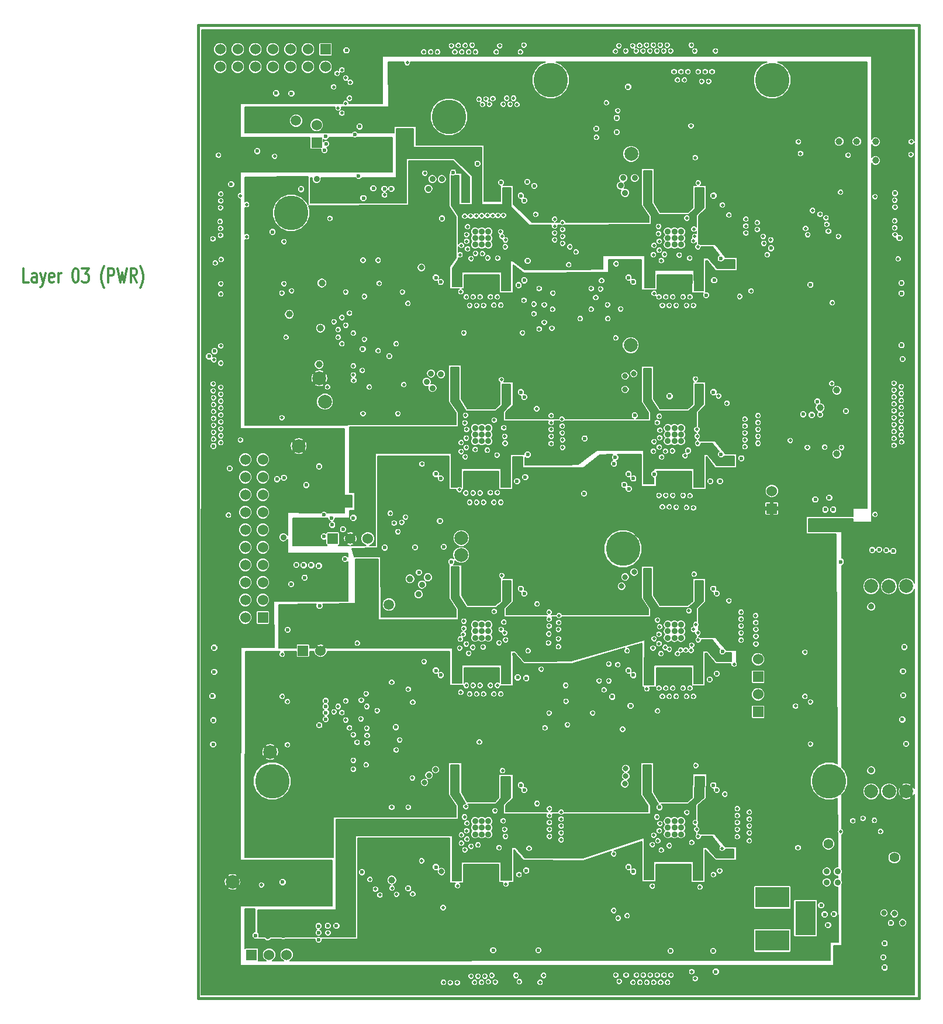
<source format=gbr>
G04 (created by PCBNEW-RS274X (2012-01-19 BZR 3256)-stable) date Wed 29 Aug 2012 21:41:54 BST*
G01*
G70*
G90*
%MOIN*%
G04 Gerber Fmt 3.4, Leading zero omitted, Abs format*
%FSLAX34Y34*%
G04 APERTURE LIST*
%ADD10C,0.009800*%
%ADD11C,0.012000*%
%ADD12C,0.015000*%
%ADD13R,0.196900X0.118100*%
%ADD14R,0.118100X0.196900*%
%ADD15R,0.060000X0.060000*%
%ADD16C,0.060000*%
%ADD17C,0.059100*%
%ADD18C,0.078700*%
%ADD19C,0.039400*%
%ADD20C,0.196900*%
%ADD21C,0.035400*%
%ADD22C,0.031500*%
%ADD23C,0.019700*%
%ADD24C,0.023600*%
%ADD25C,0.055100*%
%ADD26C,0.005900*%
G04 APERTURE END LIST*
G54D10*
G54D11*
X05574Y-24527D02*
X05288Y-24527D01*
X05288Y-23727D01*
X06031Y-24527D02*
X06031Y-24108D01*
X06002Y-24032D01*
X05945Y-23993D01*
X05831Y-23993D01*
X05774Y-24032D01*
X06031Y-24489D02*
X05974Y-24527D01*
X05831Y-24527D01*
X05774Y-24489D01*
X05745Y-24413D01*
X05745Y-24336D01*
X05774Y-24260D01*
X05831Y-24222D01*
X05974Y-24222D01*
X06031Y-24184D01*
X06260Y-23993D02*
X06403Y-24527D01*
X06545Y-23993D02*
X06403Y-24527D01*
X06345Y-24717D01*
X06317Y-24755D01*
X06260Y-24793D01*
X07002Y-24489D02*
X06945Y-24527D01*
X06831Y-24527D01*
X06774Y-24489D01*
X06745Y-24413D01*
X06745Y-24108D01*
X06774Y-24032D01*
X06831Y-23993D01*
X06945Y-23993D01*
X07002Y-24032D01*
X07031Y-24108D01*
X07031Y-24184D01*
X06745Y-24260D01*
X07288Y-24527D02*
X07288Y-23993D01*
X07288Y-24146D02*
X07316Y-24070D01*
X07345Y-24032D01*
X07402Y-23993D01*
X07459Y-23993D01*
X08230Y-23727D02*
X08287Y-23727D01*
X08344Y-23765D01*
X08373Y-23803D01*
X08402Y-23879D01*
X08430Y-24032D01*
X08430Y-24222D01*
X08402Y-24374D01*
X08373Y-24451D01*
X08344Y-24489D01*
X08287Y-24527D01*
X08230Y-24527D01*
X08173Y-24489D01*
X08144Y-24451D01*
X08116Y-24374D01*
X08087Y-24222D01*
X08087Y-24032D01*
X08116Y-23879D01*
X08144Y-23803D01*
X08173Y-23765D01*
X08230Y-23727D01*
X08630Y-23727D02*
X09001Y-23727D01*
X08801Y-24032D01*
X08887Y-24032D01*
X08944Y-24070D01*
X08973Y-24108D01*
X09001Y-24184D01*
X09001Y-24374D01*
X08973Y-24451D01*
X08944Y-24489D01*
X08887Y-24527D01*
X08715Y-24527D01*
X08658Y-24489D01*
X08630Y-24451D01*
X09886Y-24832D02*
X09858Y-24793D01*
X09801Y-24679D01*
X09772Y-24603D01*
X09743Y-24489D01*
X09715Y-24298D01*
X09715Y-24146D01*
X09743Y-23955D01*
X09772Y-23841D01*
X09801Y-23765D01*
X09858Y-23651D01*
X09886Y-23613D01*
X10115Y-24527D02*
X10115Y-23727D01*
X10343Y-23727D01*
X10401Y-23765D01*
X10429Y-23803D01*
X10458Y-23879D01*
X10458Y-23993D01*
X10429Y-24070D01*
X10401Y-24108D01*
X10343Y-24146D01*
X10115Y-24146D01*
X10658Y-23727D02*
X10801Y-24527D01*
X10915Y-23955D01*
X11029Y-24527D01*
X11172Y-23727D01*
X11744Y-24527D02*
X11544Y-24146D01*
X11401Y-24527D02*
X11401Y-23727D01*
X11629Y-23727D01*
X11687Y-23765D01*
X11715Y-23803D01*
X11744Y-23879D01*
X11744Y-23993D01*
X11715Y-24070D01*
X11687Y-24108D01*
X11629Y-24146D01*
X11401Y-24146D01*
X11944Y-24832D02*
X11972Y-24793D01*
X12029Y-24679D01*
X12058Y-24603D01*
X12087Y-24489D01*
X12115Y-24298D01*
X12115Y-24146D01*
X12087Y-23955D01*
X12058Y-23841D01*
X12029Y-23765D01*
X11972Y-23651D01*
X11944Y-23613D01*
G54D12*
X56358Y-09882D02*
X56358Y-11083D01*
X15236Y-09882D02*
X15236Y-11063D01*
X56358Y-65335D02*
X15236Y-65335D01*
X15236Y-09882D02*
X56358Y-09882D01*
X56358Y-65335D02*
X56358Y-11102D01*
X15236Y-18661D02*
X15236Y-11102D01*
X15236Y-65315D02*
X15236Y-65335D01*
X15236Y-18681D02*
X15236Y-65315D01*
G54D13*
X47982Y-62041D03*
X47982Y-59581D03*
G54D14*
X49872Y-60762D03*
G54D15*
X22506Y-11242D03*
G54D16*
X22506Y-12242D03*
X21506Y-11242D03*
X21506Y-12242D03*
X20506Y-11242D03*
X20506Y-12242D03*
X19506Y-11242D03*
X19506Y-12242D03*
X18506Y-11242D03*
X18506Y-12242D03*
X17506Y-11242D03*
X17506Y-12242D03*
X16506Y-11242D03*
X16506Y-12242D03*
G54D17*
X20827Y-15315D03*
X26122Y-42894D03*
G54D18*
X30236Y-40069D03*
G54D19*
X22303Y-24567D03*
G54D15*
X18935Y-43630D03*
G54D16*
X17935Y-43630D03*
X18935Y-42630D03*
X17935Y-42630D03*
X18935Y-41630D03*
X17935Y-41630D03*
X18935Y-40630D03*
X17935Y-40630D03*
X18935Y-39630D03*
X17935Y-39630D03*
X18935Y-38630D03*
X17935Y-38630D03*
X18935Y-37630D03*
X17935Y-37630D03*
X18935Y-36630D03*
X17935Y-36630D03*
X18935Y-35630D03*
X17935Y-35630D03*
X18935Y-34630D03*
X17935Y-34630D03*
G54D19*
X26289Y-58593D03*
X27323Y-41427D03*
X53868Y-16516D03*
X53868Y-17579D03*
X52795Y-16496D03*
X51791Y-16496D03*
X22224Y-27136D03*
X51663Y-34311D03*
X51663Y-30679D03*
X50709Y-31673D03*
X22146Y-29203D03*
G54D20*
X19469Y-52953D03*
X51220Y-52953D03*
X39469Y-39715D03*
X20543Y-20567D03*
X47972Y-12992D03*
G54D19*
X20443Y-26348D03*
G54D20*
X35345Y-12992D03*
G54D15*
X47953Y-37419D03*
G54D16*
X47953Y-36419D03*
G54D15*
X18291Y-62854D03*
G54D16*
X19291Y-62854D03*
X20291Y-62854D03*
G54D15*
X22917Y-39134D03*
G54D16*
X23917Y-39134D03*
X24917Y-39134D03*
G54D15*
X21222Y-45522D03*
G54D16*
X22222Y-45522D03*
G54D15*
X21998Y-16563D03*
G54D16*
X21998Y-15563D03*
G54D15*
X47165Y-47008D03*
G54D16*
X47165Y-46008D03*
G54D15*
X47169Y-49008D03*
G54D16*
X47169Y-48008D03*
G54D18*
X30246Y-39104D03*
X22156Y-29990D03*
X22470Y-31329D03*
X39931Y-17205D03*
X39911Y-28110D03*
X20974Y-33858D03*
X17200Y-58700D03*
X19350Y-51289D03*
X54630Y-41854D03*
X55630Y-41850D03*
X53622Y-41850D03*
X53622Y-53543D03*
X54634Y-53543D03*
X55630Y-53543D03*
G54D20*
X29547Y-15089D03*
G54D21*
X51083Y-58110D03*
X51713Y-58110D03*
X51083Y-58720D03*
X51713Y-58740D03*
G54D22*
X45472Y-46574D03*
X39390Y-34645D03*
G54D23*
X53031Y-36839D03*
G54D24*
X38425Y-62776D03*
G54D22*
X34291Y-46476D03*
G54D24*
X18287Y-18937D03*
G54D23*
X37106Y-27145D03*
G54D24*
X38917Y-54291D03*
X18307Y-15472D03*
X35748Y-35541D03*
G54D23*
X52996Y-37177D03*
G54D24*
X36752Y-36575D03*
G54D22*
X38898Y-43071D03*
G54D21*
X27795Y-31831D03*
G54D22*
X45315Y-35295D03*
G54D23*
X22195Y-25010D03*
X37776Y-49744D03*
G54D22*
X28465Y-34665D03*
G54D23*
X26319Y-52028D03*
G54D22*
X34094Y-20493D03*
G54D23*
X52323Y-12657D03*
X49528Y-39961D03*
X26260Y-25335D03*
X21093Y-28573D03*
G54D22*
X27795Y-43051D03*
G54D23*
X49724Y-40276D03*
G54D24*
X28169Y-38878D03*
X18524Y-14715D03*
X48661Y-23937D03*
G54D21*
X51437Y-44370D03*
G54D24*
X17126Y-18937D03*
G54D22*
X39429Y-57008D03*
G54D24*
X38464Y-12933D03*
X52614Y-36409D03*
G54D23*
X37125Y-25137D03*
G54D22*
X34350Y-35295D03*
G54D24*
X52972Y-18583D03*
G54D22*
X39311Y-45846D03*
G54D24*
X24173Y-15177D03*
G54D22*
X34134Y-42913D03*
G54D23*
X49508Y-39547D03*
G54D24*
X18150Y-14724D03*
G54D22*
X45177Y-24096D03*
X34291Y-57677D03*
X45098Y-42913D03*
X34075Y-31692D03*
G54D23*
X49980Y-32421D03*
G54D22*
X45079Y-31771D03*
G54D23*
X25611Y-61103D03*
G54D22*
X45039Y-54153D03*
G54D25*
X53031Y-36374D03*
G54D23*
X26556Y-61004D03*
X45315Y-57717D03*
G54D22*
X27972Y-20669D03*
X45059Y-20592D03*
X38996Y-20650D03*
G54D23*
X37815Y-47500D03*
X27481Y-61182D03*
X26319Y-47972D03*
X25295Y-23858D03*
G54D22*
X28465Y-23445D03*
G54D24*
X39488Y-23425D03*
G54D23*
X50965Y-32402D03*
X26378Y-50354D03*
G54D22*
X34094Y-54035D03*
G54D24*
X49587Y-39114D03*
X34134Y-24096D03*
X39094Y-31870D03*
X25866Y-40197D03*
G54D22*
X28465Y-45866D03*
G54D23*
X26240Y-29311D03*
G54D22*
X27854Y-54213D03*
X28425Y-57165D03*
G54D23*
X37106Y-26062D03*
X37835Y-48406D03*
X51929Y-32362D03*
X26181Y-27776D03*
G54D24*
X24173Y-16102D03*
X27835Y-41063D03*
X21319Y-41358D03*
X25886Y-39646D03*
X21407Y-36083D03*
X20059Y-58711D03*
G54D22*
X53819Y-58819D03*
G54D23*
X52657Y-39941D03*
G54D24*
X52440Y-62716D03*
G54D23*
X53209Y-39685D03*
X23907Y-36801D03*
G54D22*
X54390Y-59252D03*
G54D23*
X50984Y-38543D03*
G54D24*
X22835Y-37343D03*
X51024Y-38169D03*
X52125Y-62972D03*
G54D22*
X54941Y-57972D03*
G54D25*
X54996Y-58677D03*
G54D22*
X21919Y-59941D03*
G54D24*
X22126Y-59488D03*
G54D23*
X21496Y-59961D03*
G54D22*
X26102Y-18031D03*
G54D23*
X53248Y-39311D03*
X52421Y-39665D03*
X22854Y-36634D03*
G54D24*
X51810Y-62618D03*
G54D21*
X54626Y-52205D03*
G54D22*
X23366Y-42195D03*
G54D24*
X54656Y-44035D03*
X22854Y-41870D03*
G54D22*
X26122Y-17608D03*
G54D24*
X23169Y-42480D03*
X51417Y-38169D03*
G54D23*
X53835Y-37756D03*
X24094Y-29291D03*
X24094Y-29803D03*
X24094Y-27421D03*
X24094Y-51772D03*
X24094Y-50315D03*
X24114Y-30118D03*
X24094Y-52283D03*
X26201Y-37697D03*
G54D24*
X24587Y-58150D03*
X22520Y-48711D03*
G54D23*
X22992Y-49006D03*
X22972Y-13386D03*
X22992Y-26772D03*
G54D24*
X49744Y-32047D03*
G54D23*
X50276Y-20433D03*
G54D22*
X40886Y-18425D03*
G54D24*
X22372Y-19852D03*
G54D23*
X34311Y-23642D03*
G54D22*
X43839Y-24725D03*
X29921Y-18642D03*
X32835Y-24686D03*
X43839Y-19351D03*
X32874Y-19351D03*
X41043Y-24607D03*
G54D24*
X22687Y-19744D03*
G54D22*
X30000Y-24607D03*
G54D24*
X27264Y-16339D03*
X45039Y-23584D03*
X26752Y-16969D03*
X22077Y-19852D03*
X27264Y-16969D03*
X22687Y-18661D03*
X26772Y-16339D03*
G54D23*
X31909Y-36516D03*
X35787Y-44311D03*
X31516Y-37067D03*
X35256Y-44114D03*
X32106Y-37067D03*
X35236Y-44567D03*
X35807Y-43917D03*
X31319Y-36535D03*
X35787Y-44843D03*
X32303Y-36516D03*
X31122Y-37067D03*
X35256Y-43720D03*
X35217Y-45079D03*
X32500Y-37067D03*
X30925Y-36535D03*
X35827Y-43524D03*
X35787Y-45295D03*
X30512Y-36535D03*
X30728Y-37067D03*
X35256Y-43327D03*
X30610Y-21358D03*
G54D24*
X24626Y-28327D03*
G54D23*
X26969Y-30354D03*
X30453Y-32539D03*
X30807Y-23169D03*
G54D22*
X27972Y-23681D03*
G54D23*
X31457Y-22894D03*
X30217Y-25060D03*
X31756Y-23134D03*
G54D24*
X34012Y-18799D03*
G54D23*
X32323Y-23150D03*
X34488Y-20651D03*
X32569Y-21911D03*
X30492Y-32106D03*
X33819Y-25551D03*
X27205Y-25728D03*
G54D24*
X32516Y-18839D03*
X31171Y-17766D03*
X29783Y-18258D03*
X29154Y-20886D03*
G54D23*
X30449Y-20756D03*
X30787Y-20748D03*
X32037Y-20719D03*
G54D24*
X23701Y-11309D03*
G54D23*
X31732Y-20709D03*
X31098Y-20740D03*
X31409Y-20732D03*
X32648Y-20709D03*
X32333Y-20709D03*
X26890Y-25079D03*
X30472Y-34469D03*
X24646Y-32008D03*
X30551Y-21811D03*
X25571Y-24587D03*
X30551Y-32913D03*
X26634Y-32008D03*
X31063Y-22874D03*
X30256Y-22421D03*
G54D24*
X26142Y-28740D03*
G54D23*
X30236Y-33661D03*
X25512Y-28425D03*
X26535Y-28031D03*
X30610Y-22618D03*
X30531Y-33936D03*
X28012Y-34882D03*
X31043Y-34055D03*
X30138Y-36339D03*
X31732Y-34094D03*
X32126Y-32382D03*
X32539Y-30078D03*
X32283Y-34370D03*
X34547Y-31732D03*
X35374Y-32913D03*
X31516Y-25846D03*
X36004Y-33110D03*
X31909Y-25354D03*
X36004Y-32717D03*
X31319Y-25354D03*
X35374Y-33307D03*
X32106Y-25827D03*
X31122Y-25846D03*
X35374Y-32520D03*
X32303Y-25354D03*
X36024Y-33504D03*
X35984Y-32323D03*
X30925Y-25354D03*
X32500Y-25827D03*
X35374Y-33720D03*
X30728Y-25846D03*
X35374Y-32126D03*
X36024Y-33937D03*
X30531Y-25354D03*
G54D21*
X21998Y-18642D03*
G54D23*
X23228Y-48701D03*
X24862Y-49941D03*
X23169Y-12618D03*
X25039Y-58563D03*
G54D24*
X22530Y-49055D03*
G54D23*
X34685Y-27185D03*
X24862Y-48701D03*
X23228Y-27657D03*
X23228Y-27224D03*
X26417Y-38248D03*
X23228Y-14587D03*
X34685Y-24882D03*
X22618Y-30492D03*
X25000Y-30492D03*
X18012Y-20098D03*
X22756Y-20886D03*
X30236Y-34173D03*
X18012Y-21929D03*
X30177Y-22954D03*
X30531Y-33405D03*
X24646Y-23268D03*
X25512Y-23268D03*
X30551Y-22185D03*
X28169Y-18307D03*
X32047Y-14055D03*
X35571Y-21713D03*
X31850Y-14370D03*
X36024Y-21516D03*
X35571Y-21319D03*
X31654Y-14075D03*
X31457Y-14390D03*
X36024Y-21122D03*
X35571Y-20925D03*
X31260Y-14094D03*
G54D24*
X24823Y-35945D03*
X45079Y-34802D03*
X24528Y-35669D03*
X32854Y-30571D03*
X21811Y-38996D03*
X24567Y-36299D03*
X21447Y-38996D03*
X30039Y-35906D03*
X24980Y-36299D03*
X20768Y-39114D03*
X21307Y-38193D03*
G54D22*
X40886Y-29646D03*
G54D24*
X21083Y-38996D03*
G54D22*
X43799Y-30531D03*
G54D24*
X34114Y-34802D03*
G54D22*
X40925Y-35806D03*
X32854Y-35885D03*
G54D21*
X29902Y-29646D03*
G54D22*
X43839Y-35885D03*
G54D24*
X39026Y-34508D03*
X37283Y-33425D03*
G54D23*
X51398Y-25689D03*
X51378Y-30295D03*
X47047Y-44311D03*
X42894Y-36673D03*
X42500Y-37343D03*
X46201Y-44114D03*
X46199Y-44510D03*
X43091Y-37362D03*
X42303Y-36673D03*
X47044Y-43920D03*
X47047Y-44705D03*
X43287Y-36693D03*
X42106Y-37323D03*
X46201Y-43720D03*
X43484Y-37382D03*
X46201Y-44921D03*
X47028Y-43524D03*
X41909Y-36673D03*
X41516Y-36673D03*
X47047Y-45138D03*
X46201Y-43327D03*
X41713Y-37323D03*
X37028Y-26594D03*
X41496Y-21340D03*
X41417Y-32519D03*
X39055Y-27697D03*
X43504Y-21496D03*
X49006Y-33543D03*
X43593Y-55315D03*
X43622Y-44035D03*
X43681Y-32913D03*
X39075Y-23466D03*
X41654Y-23288D03*
X41240Y-25159D03*
X42677Y-22972D03*
X43760Y-18859D03*
X43110Y-20867D03*
X45512Y-20690D03*
X43268Y-23150D03*
X46122Y-25335D03*
X43563Y-21909D03*
X39331Y-26043D03*
X41535Y-32165D03*
X41535Y-22697D03*
X37913Y-25394D03*
X41535Y-33917D03*
G54D24*
X39537Y-36063D03*
X40138Y-32116D03*
X42126Y-31014D03*
X39803Y-36299D03*
G54D23*
X41673Y-34487D03*
G54D24*
X38957Y-34862D03*
G54D23*
X42283Y-34134D03*
G54D24*
X41250Y-35453D03*
G54D23*
X43602Y-30039D03*
G54D24*
X43181Y-34118D03*
G54D23*
X45394Y-31417D03*
X43012Y-34409D03*
X41496Y-21752D03*
X41890Y-34154D03*
X41575Y-32952D03*
X37657Y-26063D03*
X38583Y-25807D03*
X41831Y-22933D03*
X38189Y-24902D03*
X41240Y-33602D03*
X41240Y-22421D03*
X37657Y-24882D03*
X42500Y-25846D03*
X47165Y-32913D03*
X42894Y-25354D03*
X46417Y-33110D03*
X42303Y-25354D03*
X46417Y-32717D03*
X43091Y-25846D03*
X47165Y-33307D03*
X42106Y-25846D03*
X47165Y-32520D03*
X43287Y-25354D03*
X46417Y-33504D03*
X46417Y-32323D03*
X41909Y-25354D03*
X47165Y-33701D03*
X43484Y-25846D03*
X47165Y-32126D03*
X41713Y-25846D03*
X46417Y-33898D03*
X41516Y-25354D03*
X23878Y-26280D03*
X34390Y-25768D03*
X23878Y-49921D03*
G54D24*
X27224Y-59075D03*
G54D23*
X24528Y-49409D03*
X23878Y-14035D03*
X34390Y-26319D03*
G54D24*
X22156Y-49774D03*
G54D23*
X23917Y-13130D03*
X24547Y-48346D03*
X27067Y-37913D03*
G54D21*
X20098Y-39055D03*
G54D23*
X23661Y-14331D03*
X23661Y-49469D03*
X34980Y-25807D03*
X23661Y-48386D03*
X23661Y-26969D03*
G54D24*
X29035Y-38130D03*
G54D23*
X26299Y-59055D03*
X23661Y-25079D03*
G54D24*
X29685Y-40453D03*
G54D23*
X34980Y-26811D03*
X23661Y-12874D03*
G54D24*
X22520Y-48386D03*
G54D23*
X26850Y-38209D03*
X41201Y-34153D03*
X41535Y-22186D03*
X41201Y-22953D03*
G54D24*
X39763Y-13386D03*
G54D23*
X36378Y-23524D03*
X38248Y-24429D03*
X49882Y-21457D03*
X46772Y-25020D03*
X41555Y-33385D03*
X38602Y-26594D03*
X43346Y-15610D03*
X43583Y-17421D03*
X46476Y-21713D03*
X43169Y-12520D03*
X42972Y-12992D03*
X47126Y-21516D03*
X42776Y-12520D03*
X46476Y-21319D03*
X47126Y-21122D03*
X42579Y-12992D03*
X46476Y-20925D03*
X42382Y-12520D03*
G54D22*
X43839Y-52972D03*
X43819Y-58386D03*
G54D24*
X34114Y-57185D03*
G54D22*
X32795Y-52933D03*
X19213Y-61811D03*
X32874Y-58346D03*
G54D24*
X23760Y-58937D03*
X19850Y-60921D03*
G54D22*
X30020Y-58366D03*
G54D24*
X23760Y-58524D03*
X40846Y-52205D03*
X20315Y-60925D03*
X19598Y-61681D03*
G54D22*
X29843Y-52244D03*
G54D24*
X19858Y-61358D03*
X20295Y-61362D03*
G54D22*
X40945Y-58307D03*
G54D24*
X20100Y-61800D03*
X45138Y-57185D03*
X23268Y-58327D03*
G54D23*
X50157Y-50846D03*
X50157Y-48445D03*
G54D24*
X42185Y-62638D03*
X44606Y-62638D03*
G54D23*
X35256Y-49075D03*
X41437Y-43779D03*
X41398Y-55000D03*
X39449Y-50000D03*
X39705Y-45531D03*
X41634Y-45689D03*
X42106Y-45437D03*
X40827Y-47697D03*
X43228Y-43248D03*
X43524Y-41161D03*
X45512Y-42677D03*
X43386Y-45209D03*
X41555Y-44154D03*
X37736Y-49075D03*
G54D24*
X38858Y-48150D03*
G54D23*
X41575Y-55374D03*
X41870Y-45335D03*
X41240Y-44842D03*
X41220Y-56043D03*
X38110Y-47244D03*
X38661Y-47244D03*
X38937Y-57106D03*
X41654Y-56890D03*
X42106Y-56634D03*
X41142Y-58937D03*
X43110Y-54744D03*
X43622Y-52067D03*
X43386Y-56457D03*
X45276Y-53701D03*
X43484Y-44311D03*
G54D24*
X41555Y-54449D03*
X39902Y-48661D03*
G54D23*
X45811Y-46287D03*
X41516Y-45118D03*
X41457Y-56358D03*
X38386Y-47756D03*
X42500Y-48130D03*
X45984Y-55315D03*
X46673Y-55512D03*
X42894Y-47657D03*
X46673Y-55118D03*
X42303Y-47657D03*
X45984Y-55709D03*
X43091Y-48130D03*
X42106Y-48130D03*
X45984Y-54921D03*
X46673Y-55906D03*
X43287Y-47657D03*
X46673Y-54724D03*
X41909Y-47657D03*
X45984Y-56122D03*
X43484Y-48130D03*
X41713Y-48130D03*
X45984Y-54528D03*
X46673Y-56358D03*
X41516Y-47657D03*
G54D24*
X18524Y-61752D03*
G54D23*
X41142Y-56575D03*
X41516Y-44587D03*
X39173Y-46319D03*
X41181Y-45374D03*
X41437Y-48957D03*
X53839Y-19646D03*
X38661Y-46280D03*
X49311Y-48681D03*
X38937Y-60335D03*
X41535Y-55787D03*
X23445Y-26535D03*
X23445Y-28031D03*
X23445Y-14882D03*
X24882Y-50787D03*
X25453Y-48937D03*
X26634Y-38740D03*
X23445Y-12421D03*
G54D24*
X22520Y-49429D03*
G54D23*
X25354Y-59114D03*
X23445Y-49055D03*
X49843Y-45610D03*
X49843Y-48130D03*
G54D24*
X22126Y-44331D03*
G54D21*
X29961Y-47106D03*
G54D22*
X40906Y-41024D03*
X32854Y-47126D03*
G54D24*
X21634Y-43622D03*
X24587Y-41142D03*
G54D22*
X43839Y-41752D03*
X43780Y-47145D03*
X32854Y-41752D03*
G54D24*
X45157Y-45944D03*
G54D22*
X41004Y-47205D03*
G54D24*
X21427Y-44045D03*
X24941Y-40748D03*
G54D22*
X29902Y-40925D03*
G54D24*
X34075Y-45964D03*
X21683Y-44311D03*
X21102Y-44311D03*
X24587Y-40453D03*
X32067Y-62598D03*
X34646Y-62598D03*
G54D23*
X30394Y-43838D03*
X24311Y-50748D03*
X30433Y-55000D03*
X27461Y-52776D03*
X32490Y-21644D03*
X32638Y-55217D03*
X30394Y-27402D03*
X32677Y-32815D03*
X33740Y-27402D03*
X29213Y-60167D03*
X32677Y-43898D03*
X31280Y-50728D03*
X35020Y-49921D03*
X28130Y-46142D03*
X30669Y-45669D03*
X31496Y-45315D03*
X30217Y-47894D03*
X32559Y-41240D03*
X32126Y-43287D03*
X34567Y-42854D03*
X32402Y-45078D03*
X32520Y-44311D03*
X34803Y-46575D03*
X30512Y-54409D03*
X27480Y-48465D03*
X30256Y-56023D03*
G54D24*
X26516Y-49882D03*
G54D23*
X30197Y-44862D03*
X30531Y-45137D03*
X30571Y-56260D03*
X26535Y-51181D03*
X26732Y-50610D03*
X30807Y-56673D03*
X27992Y-57500D03*
X31201Y-56594D03*
X30039Y-58917D03*
X32598Y-52362D03*
X32165Y-54646D03*
X34567Y-54232D03*
X32402Y-56752D03*
X26280Y-47323D03*
X26280Y-54449D03*
X30394Y-44252D03*
X30571Y-55354D03*
X30906Y-45335D03*
X27224Y-54449D03*
X30453Y-56870D03*
X27224Y-47717D03*
X35276Y-55315D03*
X31516Y-47992D03*
X31909Y-47500D03*
X35945Y-55512D03*
X35945Y-55118D03*
X31319Y-47500D03*
X32106Y-47992D03*
X35276Y-55709D03*
X31122Y-47992D03*
X35276Y-54921D03*
X35945Y-55906D03*
X32303Y-47500D03*
X35945Y-54724D03*
X30925Y-47500D03*
X32500Y-47992D03*
X35276Y-56102D03*
X35276Y-54528D03*
X30728Y-47992D03*
X30531Y-47500D03*
X35945Y-56299D03*
G54D24*
X20354Y-44331D03*
G54D23*
X30256Y-56496D03*
X32795Y-58819D03*
X30157Y-45374D03*
X30551Y-55787D03*
X24321Y-45098D03*
X16407Y-17283D03*
X30364Y-44587D03*
X16978Y-37795D03*
X51043Y-20846D03*
G54D24*
X50157Y-24665D03*
X50709Y-32067D03*
G54D25*
X54937Y-57315D03*
G54D23*
X38523Y-14291D03*
G54D24*
X39114Y-15965D03*
X39114Y-15157D03*
G54D23*
X39705Y-60630D03*
X49449Y-56752D03*
X51752Y-21909D03*
X52303Y-17283D03*
X43858Y-58996D03*
X50000Y-21811D03*
G54D24*
X18622Y-17047D03*
X19488Y-21654D03*
X37953Y-15768D03*
G54D23*
X37953Y-16260D03*
G54D24*
X50551Y-31319D03*
G54D23*
X51083Y-21220D03*
X17657Y-33514D03*
X17657Y-19587D03*
X51181Y-21614D03*
G54D24*
X52185Y-31870D03*
X50236Y-32087D03*
G54D23*
X50709Y-20650D03*
G54D24*
X15866Y-28750D03*
X16181Y-28445D03*
G54D22*
X39587Y-29862D03*
G54D23*
X34055Y-45531D03*
G54D21*
X28012Y-41752D03*
G54D23*
X43760Y-44902D03*
X43760Y-56102D03*
G54D24*
X27618Y-39626D03*
X23130Y-61201D03*
G54D23*
X55335Y-31654D03*
G54D21*
X29094Y-29764D03*
G54D24*
X45039Y-23169D03*
G54D21*
X31790Y-44785D03*
G54D23*
X22648Y-61604D03*
G54D21*
X28366Y-19193D03*
G54D23*
X16535Y-30906D03*
X42186Y-11340D03*
G54D24*
X22146Y-35020D03*
G54D21*
X28524Y-29724D03*
G54D22*
X39567Y-53110D03*
G54D23*
X44745Y-11339D03*
G54D24*
X51890Y-40453D03*
X39783Y-35453D03*
X33838Y-24411D03*
G54D23*
X29626Y-64449D03*
X16122Y-32677D03*
X39234Y-11044D03*
X43484Y-22156D03*
G54D21*
X31790Y-55610D03*
G54D23*
X35452Y-26062D03*
G54D24*
X22549Y-16626D03*
X50433Y-36909D03*
G54D21*
X39331Y-19016D03*
X39587Y-19429D03*
G54D23*
X40039Y-64429D03*
G54D24*
X28798Y-46655D03*
G54D21*
X31043Y-32832D03*
G54D24*
X25866Y-19193D03*
G54D21*
X29134Y-18642D03*
G54D23*
X39173Y-14744D03*
G54D24*
X22165Y-42972D03*
X29073Y-46911D03*
G54D23*
X31988Y-64035D03*
X16535Y-33268D03*
G54D21*
X31791Y-22383D03*
X31043Y-22383D03*
G54D23*
X26556Y-59410D03*
G54D24*
X22450Y-17000D03*
X55512Y-45315D03*
X54074Y-39765D03*
G54D23*
X41024Y-64016D03*
G54D21*
X42774Y-44786D03*
G54D24*
X16102Y-50866D03*
G54D21*
X31790Y-55236D03*
G54D23*
X55335Y-32441D03*
G54D24*
X55610Y-50827D03*
X34035Y-23307D03*
X45058Y-34330D03*
G54D23*
X55906Y-16516D03*
G54D24*
X45138Y-45551D03*
X28799Y-24253D03*
X45000Y-35865D03*
X37254Y-36575D03*
G54D23*
X32726Y-44508D03*
G54D22*
X29114Y-58110D03*
G54D23*
X24606Y-29547D03*
G54D24*
X39783Y-24251D03*
G54D21*
X42027Y-22381D03*
G54D23*
X16536Y-30513D03*
X16535Y-29134D03*
X32746Y-33701D03*
X16122Y-32284D03*
X16516Y-21850D03*
G54D24*
X40057Y-58111D03*
G54D23*
X33817Y-11003D03*
X32726Y-33307D03*
G54D24*
X33641Y-30785D03*
X44821Y-53465D03*
G54D23*
X41793Y-11340D03*
G54D24*
X54311Y-62992D03*
G54D23*
X16122Y-31102D03*
G54D21*
X31417Y-22383D03*
G54D24*
X44625Y-19586D03*
G54D23*
X44980Y-58071D03*
G54D21*
X31416Y-44037D03*
G54D24*
X55354Y-25157D03*
X24390Y-18465D03*
G54D23*
X45138Y-20118D03*
G54D24*
X44624Y-53190D03*
G54D21*
X42401Y-21633D03*
G54D23*
X40433Y-64429D03*
G54D22*
X55413Y-61024D03*
G54D23*
X30472Y-11023D03*
G54D24*
X44409Y-47165D03*
G54D21*
X42774Y-55611D03*
G54D24*
X33838Y-19863D03*
X22509Y-16213D03*
G54D23*
X35413Y-27145D03*
X16535Y-32874D03*
G54D24*
X22106Y-62008D03*
G54D23*
X39252Y-64370D03*
G54D24*
X33523Y-24686D03*
X16122Y-33858D03*
G54D23*
X33366Y-64035D03*
X54921Y-33819D03*
X32776Y-44902D03*
G54D21*
X42027Y-22007D03*
G54D24*
X33838Y-31060D03*
G54D23*
X53150Y-55079D03*
G54D24*
X33897Y-35629D03*
G54D23*
X54154Y-55827D03*
X55886Y-17244D03*
X54961Y-21417D03*
G54D21*
X42401Y-33583D03*
G54D23*
X41202Y-11005D03*
G54D24*
X44448Y-35865D03*
G54D23*
X54921Y-30669D03*
G54D24*
X22638Y-61201D03*
G54D21*
X42401Y-22381D03*
X31791Y-33580D03*
G54D23*
X16122Y-33071D03*
X55335Y-32835D03*
X16122Y-31496D03*
G54D21*
X42775Y-21633D03*
G54D23*
X16535Y-31693D03*
X42205Y-64016D03*
X43740Y-44508D03*
X54961Y-21024D03*
G54D24*
X55354Y-24567D03*
G54D23*
X43730Y-33701D03*
G54D21*
X42775Y-22007D03*
G54D23*
X36201Y-47500D03*
X51870Y-19390D03*
X44626Y-58287D03*
X16102Y-30315D03*
G54D24*
X33956Y-58051D03*
G54D23*
X43367Y-11005D03*
X29232Y-64429D03*
X39627Y-11339D03*
G54D24*
X53681Y-39784D03*
X39782Y-46656D03*
X55413Y-28898D03*
G54D23*
X55335Y-32047D03*
G54D24*
X17047Y-35138D03*
G54D23*
X24823Y-47972D03*
X31201Y-64075D03*
G54D22*
X39626Y-52677D03*
G54D21*
X42027Y-21633D03*
G54D24*
X55236Y-22008D03*
X51496Y-60531D03*
G54D21*
X31042Y-55236D03*
G54D23*
X16535Y-19488D03*
X16516Y-20276D03*
X24823Y-52028D03*
X49587Y-17185D03*
G54D24*
X22854Y-37953D03*
X55453Y-48071D03*
X44625Y-30788D03*
G54D23*
X40630Y-64016D03*
G54D24*
X44624Y-41991D03*
G54D23*
X16535Y-31299D03*
X25876Y-19547D03*
X32185Y-64409D03*
X33620Y-11397D03*
G54D24*
X22106Y-61594D03*
G54D21*
X42775Y-33209D03*
G54D24*
X55354Y-28110D03*
G54D23*
X54921Y-32638D03*
X49469Y-16516D03*
G54D24*
X33465Y-47047D03*
G54D23*
X32441Y-11043D03*
X36220Y-48406D03*
G54D21*
X42402Y-33209D03*
G54D24*
X21693Y-40650D03*
G54D21*
X31042Y-44411D03*
G54D23*
X30807Y-64075D03*
G54D24*
X24449Y-15650D03*
G54D23*
X40827Y-64429D03*
G54D21*
X42400Y-44038D03*
X31043Y-33206D03*
X31790Y-44037D03*
G54D24*
X44822Y-46830D03*
G54D23*
X40612Y-11340D03*
G54D24*
X33640Y-41990D03*
G54D21*
X42027Y-33583D03*
G54D23*
X43583Y-64213D03*
G54D24*
X22126Y-40689D03*
G54D23*
X52579Y-55217D03*
G54D24*
X28799Y-35450D03*
X16161Y-46732D03*
X54390Y-62205D03*
G54D21*
X31042Y-44785D03*
G54D23*
X30669Y-11398D03*
X35472Y-25137D03*
G54D24*
X40058Y-35709D03*
G54D23*
X53799Y-55197D03*
X16102Y-30709D03*
G54D24*
X20551Y-41733D03*
X44665Y-24410D03*
G54D23*
X54921Y-30276D03*
G54D21*
X31417Y-55610D03*
X42027Y-32835D03*
X28346Y-41339D03*
G54D23*
X16535Y-25197D03*
G54D24*
X50768Y-60039D03*
X54980Y-19449D03*
X25236Y-19173D03*
G54D23*
X31063Y-11397D03*
X16496Y-21063D03*
G54D24*
X29074Y-35706D03*
G54D23*
X16535Y-32480D03*
X54980Y-21811D03*
G54D24*
X33425Y-35865D03*
G54D23*
X31791Y-64390D03*
G54D21*
X40138Y-18583D03*
G54D24*
X24094Y-37953D03*
X16122Y-49488D03*
G54D23*
X18858Y-58878D03*
G54D21*
X31417Y-21635D03*
G54D24*
X50965Y-60551D03*
G54D23*
X16535Y-24606D03*
X39646Y-64016D03*
X34744Y-64429D03*
G54D21*
X31416Y-55236D03*
G54D24*
X33837Y-53464D03*
G54D23*
X54980Y-20236D03*
X31004Y-64429D03*
X33543Y-58287D03*
G54D21*
X27815Y-42303D03*
G54D23*
X16142Y-28937D03*
G54D24*
X44821Y-42266D03*
G54D22*
X54350Y-60472D03*
G54D23*
X32766Y-56102D03*
G54D21*
X31418Y-22009D03*
G54D23*
X29685Y-11043D03*
G54D24*
X22890Y-38346D03*
G54D22*
X28780Y-52303D03*
G54D23*
X32717Y-55709D03*
X43740Y-22500D03*
G54D21*
X42402Y-22007D03*
G54D23*
X20256Y-27657D03*
X55335Y-31260D03*
G54D22*
X54941Y-60512D03*
G54D21*
X31416Y-44785D03*
G54D24*
X16161Y-45354D03*
X44764Y-63819D03*
G54D21*
X31043Y-21635D03*
G54D23*
X49980Y-33937D03*
G54D24*
X22421Y-39012D03*
G54D23*
X40236Y-64016D03*
X24882Y-50354D03*
G54D22*
X39626Y-52244D03*
G54D21*
X28602Y-18642D03*
G54D24*
X33641Y-19588D03*
X34409Y-19026D03*
X33957Y-47086D03*
G54D22*
X40098Y-41043D03*
G54D24*
X20846Y-40630D03*
G54D21*
X31791Y-22009D03*
X31417Y-44411D03*
G54D24*
X54488Y-39804D03*
X26260Y-19193D03*
G54D21*
X42774Y-44412D03*
G54D23*
X40415Y-11024D03*
G54D21*
X31416Y-55984D03*
G54D24*
X51004Y-37480D03*
X51160Y-61161D03*
G54D21*
X42401Y-32835D03*
G54D23*
X34941Y-64035D03*
X54921Y-31063D03*
X19606Y-17343D03*
G54D24*
X22417Y-37768D03*
X19743Y-35745D03*
X33837Y-42265D03*
G54D23*
X32766Y-22106D03*
X39055Y-64016D03*
X54921Y-32244D03*
G54D24*
X51230Y-36801D03*
X33640Y-53189D03*
X51457Y-37480D03*
X21122Y-19213D03*
G54D22*
X28150Y-53031D03*
G54D21*
X31042Y-55610D03*
G54D23*
X51870Y-55827D03*
X54921Y-31457D03*
G54D21*
X42026Y-55985D03*
G54D23*
X31398Y-64429D03*
G54D21*
X31042Y-55984D03*
G54D23*
X34114Y-56791D03*
X50965Y-33917D03*
G54D21*
X42400Y-44786D03*
G54D23*
X43671Y-55709D03*
G54D21*
X42026Y-44786D03*
G54D25*
X51177Y-56524D03*
G54D23*
X16535Y-19882D03*
X30020Y-64449D03*
G54D21*
X31042Y-44037D03*
G54D23*
X24724Y-25335D03*
X30079Y-11023D03*
G54D21*
X42775Y-22381D03*
G54D23*
X25611Y-59449D03*
X28502Y-11397D03*
X31594Y-64075D03*
G54D22*
X39587Y-30630D03*
G54D24*
X22106Y-61220D03*
G54D21*
X53622Y-43012D03*
G54D23*
X54921Y-31850D03*
G54D21*
X42401Y-55611D03*
G54D24*
X21260Y-40650D03*
G54D21*
X31418Y-33206D03*
G54D24*
X23622Y-40296D03*
G54D23*
X28895Y-11397D03*
X27165Y-12008D03*
G54D24*
X29252Y-39606D03*
G54D23*
X41417Y-64016D03*
X45118Y-56791D03*
G54D21*
X31790Y-44411D03*
G54D23*
X40808Y-11005D03*
G54D24*
X28798Y-57854D03*
X54390Y-63583D03*
X20137Y-35666D03*
G54D21*
X31417Y-33580D03*
X31791Y-32832D03*
G54D23*
X39037Y-11359D03*
X55335Y-30866D03*
G54D21*
X42774Y-55237D03*
G54D24*
X55394Y-49449D03*
G54D23*
X55335Y-33228D03*
G54D24*
X54743Y-61043D03*
G54D21*
X42774Y-55985D03*
G54D23*
X16122Y-33465D03*
G54D21*
X53622Y-52343D03*
G54D24*
X23504Y-38602D03*
G54D22*
X28406Y-52618D03*
G54D21*
X31791Y-21635D03*
G54D23*
X28108Y-11397D03*
X16517Y-21458D03*
X16122Y-31890D03*
X51929Y-33937D03*
X41220Y-64429D03*
X40218Y-11339D03*
X41811Y-64016D03*
G54D21*
X42400Y-55985D03*
G54D24*
X16063Y-48110D03*
G54D23*
X41614Y-64429D03*
X16220Y-23425D03*
G54D22*
X40079Y-29724D03*
G54D21*
X42401Y-44412D03*
G54D23*
X44921Y-31003D03*
G54D22*
X39390Y-41850D03*
G54D23*
X32244Y-11398D03*
G54D21*
X42026Y-55611D03*
G54D23*
X43386Y-63819D03*
X41399Y-11340D03*
X16535Y-33661D03*
X54921Y-33425D03*
X54921Y-33031D03*
X33563Y-64390D03*
X42008Y-64429D03*
X16535Y-32087D03*
G54D24*
X55433Y-46693D03*
G54D23*
X16555Y-23228D03*
X43564Y-11340D03*
G54D21*
X42775Y-32835D03*
G54D22*
X39587Y-41319D03*
G54D23*
X41005Y-11340D03*
G54D21*
X31417Y-32832D03*
G54D23*
X30276Y-11397D03*
X54961Y-19843D03*
G54D21*
X42026Y-55237D03*
G54D23*
X55335Y-30472D03*
G54D21*
X31791Y-33206D03*
G54D23*
X30866Y-11004D03*
G54D21*
X28602Y-30551D03*
G54D24*
X44213Y-25257D03*
X29074Y-24509D03*
G54D21*
X31790Y-55984D03*
X31043Y-22009D03*
G54D23*
X16535Y-28150D03*
G54D24*
X34035Y-34350D03*
G54D23*
X29882Y-11397D03*
G54D21*
X42026Y-44412D03*
G54D23*
X55157Y-23189D03*
X24724Y-27776D03*
G54D21*
X42027Y-33209D03*
G54D23*
X27481Y-59390D03*
G54D24*
X24665Y-19724D03*
G54D21*
X28268Y-30197D03*
G54D23*
X32756Y-22500D03*
G54D24*
X54881Y-39843D03*
X39782Y-57855D03*
G54D21*
X31043Y-33580D03*
G54D23*
X20571Y-25010D03*
G54D21*
X42026Y-44038D03*
X39488Y-18583D03*
G54D23*
X36299Y-49744D03*
G54D21*
X42774Y-44038D03*
G54D24*
X40058Y-24507D03*
G54D21*
X42775Y-33583D03*
G54D23*
X16083Y-22047D03*
X41596Y-11005D03*
G54D21*
X42400Y-55237D03*
G54D24*
X40057Y-46912D03*
G54D23*
X55354Y-33622D03*
X41989Y-11005D03*
X39193Y-60768D03*
X40021Y-11044D03*
G54D24*
X19695Y-13750D03*
X20561Y-13760D03*
G54D23*
X20020Y-25138D03*
X20020Y-32244D03*
X43760Y-12520D03*
X47461Y-21909D03*
X43957Y-13071D03*
X47894Y-22106D03*
X44154Y-12520D03*
X47500Y-22303D03*
X44350Y-13071D03*
G54D24*
X47913Y-22579D03*
G54D23*
X47697Y-22953D03*
X44547Y-12520D03*
X20335Y-50886D03*
X20335Y-48425D03*
X20039Y-48130D03*
X20039Y-45728D03*
X36437Y-22500D03*
X33228Y-14035D03*
X36791Y-22795D03*
X33425Y-14390D03*
X36024Y-21909D03*
X32638Y-14370D03*
X32835Y-14035D03*
X35571Y-22106D03*
X36024Y-22303D03*
X33031Y-14370D03*
X20138Y-22205D03*
X20138Y-24606D03*
X43701Y-33307D03*
G54D24*
X46220Y-34557D03*
G54D23*
X42575Y-45693D03*
X43043Y-45484D03*
X42764Y-45492D03*
X43358Y-45504D03*
G54D10*
G36*
X56093Y-10147D02*
X56090Y-16478D01*
X56063Y-16411D01*
X56011Y-16359D01*
X55943Y-16331D01*
X55869Y-16331D01*
X55801Y-16359D01*
X55749Y-16411D01*
X55721Y-16479D01*
X55721Y-16553D01*
X55749Y-16621D01*
X55801Y-16673D01*
X55869Y-16701D01*
X55943Y-16701D01*
X56011Y-16673D01*
X56063Y-16621D01*
X56090Y-16553D01*
X56081Y-41683D01*
X56071Y-41658D01*
X56071Y-17281D01*
X56071Y-17207D01*
X56043Y-17139D01*
X55991Y-17087D01*
X55923Y-17059D01*
X55849Y-17059D01*
X55781Y-17087D01*
X55729Y-17139D01*
X55701Y-17207D01*
X55701Y-17281D01*
X55729Y-17349D01*
X55781Y-17401D01*
X55849Y-17429D01*
X55923Y-17429D01*
X55991Y-17401D01*
X56043Y-17349D01*
X56071Y-17281D01*
X56071Y-41658D01*
X56038Y-41578D01*
X55903Y-41443D01*
X55726Y-41369D01*
X55619Y-41369D01*
X55619Y-28939D01*
X55619Y-28857D01*
X55588Y-28781D01*
X55560Y-28753D01*
X55560Y-28151D01*
X55560Y-28069D01*
X55560Y-25198D01*
X55560Y-25116D01*
X55560Y-24608D01*
X55560Y-24526D01*
X55529Y-24450D01*
X55471Y-24392D01*
X55442Y-24380D01*
X55442Y-22049D01*
X55442Y-21967D01*
X55411Y-21891D01*
X55353Y-21833D01*
X55277Y-21802D01*
X55195Y-21802D01*
X55186Y-21805D01*
X55186Y-19490D01*
X55186Y-19408D01*
X55155Y-19332D01*
X55097Y-19274D01*
X55021Y-19243D01*
X54939Y-19243D01*
X54863Y-19274D01*
X54805Y-19332D01*
X54774Y-19408D01*
X54774Y-19490D01*
X54805Y-19566D01*
X54863Y-19624D01*
X54939Y-19655D01*
X55021Y-19655D01*
X55097Y-19624D01*
X55155Y-19566D01*
X55186Y-19490D01*
X55186Y-21805D01*
X55165Y-21814D01*
X55165Y-21774D01*
X55165Y-20273D01*
X55165Y-20199D01*
X55146Y-20152D01*
X55146Y-19880D01*
X55146Y-19806D01*
X55118Y-19738D01*
X55066Y-19686D01*
X54998Y-19658D01*
X54924Y-19658D01*
X54856Y-19686D01*
X54804Y-19738D01*
X54776Y-19806D01*
X54776Y-19880D01*
X54804Y-19948D01*
X54856Y-20000D01*
X54924Y-20028D01*
X54998Y-20028D01*
X55066Y-20000D01*
X55118Y-19948D01*
X55146Y-19880D01*
X55146Y-20152D01*
X55137Y-20131D01*
X55085Y-20079D01*
X55017Y-20051D01*
X54943Y-20051D01*
X54875Y-20079D01*
X54823Y-20131D01*
X54795Y-20199D01*
X54795Y-20273D01*
X54823Y-20341D01*
X54875Y-20393D01*
X54943Y-20421D01*
X55017Y-20421D01*
X55085Y-20393D01*
X55137Y-20341D01*
X55165Y-20273D01*
X55165Y-21774D01*
X55146Y-21727D01*
X55146Y-21454D01*
X55146Y-21380D01*
X55146Y-21061D01*
X55146Y-20987D01*
X55118Y-20919D01*
X55066Y-20867D01*
X54998Y-20839D01*
X54924Y-20839D01*
X54856Y-20867D01*
X54804Y-20919D01*
X54776Y-20987D01*
X54776Y-21061D01*
X54804Y-21129D01*
X54856Y-21181D01*
X54924Y-21209D01*
X54998Y-21209D01*
X55066Y-21181D01*
X55118Y-21129D01*
X55146Y-21061D01*
X55146Y-21380D01*
X55118Y-21312D01*
X55066Y-21260D01*
X54998Y-21232D01*
X54924Y-21232D01*
X54856Y-21260D01*
X54804Y-21312D01*
X54776Y-21380D01*
X54776Y-21454D01*
X54804Y-21522D01*
X54856Y-21574D01*
X54924Y-21602D01*
X54998Y-21602D01*
X55066Y-21574D01*
X55118Y-21522D01*
X55146Y-21454D01*
X55146Y-21727D01*
X55137Y-21706D01*
X55085Y-21654D01*
X55017Y-21626D01*
X54943Y-21626D01*
X54875Y-21654D01*
X54823Y-21706D01*
X54795Y-21774D01*
X54795Y-21848D01*
X54823Y-21916D01*
X54875Y-21968D01*
X54943Y-21996D01*
X55017Y-21996D01*
X55030Y-21990D01*
X55030Y-22049D01*
X55061Y-22125D01*
X55119Y-22183D01*
X55195Y-22214D01*
X55277Y-22214D01*
X55353Y-22183D01*
X55411Y-22125D01*
X55442Y-22049D01*
X55442Y-24380D01*
X55395Y-24361D01*
X55342Y-24361D01*
X55342Y-23226D01*
X55342Y-23152D01*
X55314Y-23084D01*
X55262Y-23032D01*
X55194Y-23004D01*
X55120Y-23004D01*
X55052Y-23032D01*
X55000Y-23084D01*
X54972Y-23152D01*
X54972Y-23226D01*
X55000Y-23294D01*
X55052Y-23346D01*
X55120Y-23374D01*
X55194Y-23374D01*
X55262Y-23346D01*
X55314Y-23294D01*
X55342Y-23226D01*
X55342Y-24361D01*
X55313Y-24361D01*
X55237Y-24392D01*
X55179Y-24450D01*
X55148Y-24526D01*
X55148Y-24608D01*
X55179Y-24684D01*
X55237Y-24742D01*
X55313Y-24773D01*
X55395Y-24773D01*
X55471Y-24742D01*
X55529Y-24684D01*
X55560Y-24608D01*
X55560Y-25116D01*
X55529Y-25040D01*
X55471Y-24982D01*
X55395Y-24951D01*
X55313Y-24951D01*
X55237Y-24982D01*
X55179Y-25040D01*
X55148Y-25116D01*
X55148Y-25198D01*
X55179Y-25274D01*
X55237Y-25332D01*
X55313Y-25363D01*
X55395Y-25363D01*
X55471Y-25332D01*
X55529Y-25274D01*
X55560Y-25198D01*
X55560Y-28069D01*
X55529Y-27993D01*
X55471Y-27935D01*
X55395Y-27904D01*
X55313Y-27904D01*
X55237Y-27935D01*
X55179Y-27993D01*
X55148Y-28069D01*
X55148Y-28151D01*
X55179Y-28227D01*
X55237Y-28285D01*
X55313Y-28316D01*
X55395Y-28316D01*
X55471Y-28285D01*
X55529Y-28227D01*
X55560Y-28151D01*
X55560Y-28753D01*
X55530Y-28723D01*
X55454Y-28692D01*
X55372Y-28692D01*
X55296Y-28723D01*
X55238Y-28781D01*
X55207Y-28857D01*
X55207Y-28939D01*
X55238Y-29015D01*
X55296Y-29073D01*
X55372Y-29104D01*
X55454Y-29104D01*
X55530Y-29073D01*
X55588Y-29015D01*
X55619Y-28939D01*
X55619Y-41369D01*
X55539Y-41369D01*
X55539Y-33659D01*
X55539Y-33585D01*
X55520Y-33538D01*
X55520Y-33265D01*
X55520Y-33191D01*
X55520Y-32872D01*
X55520Y-32798D01*
X55520Y-32478D01*
X55520Y-32404D01*
X55520Y-32084D01*
X55520Y-32010D01*
X55520Y-31691D01*
X55520Y-31617D01*
X55520Y-31297D01*
X55520Y-31223D01*
X55520Y-30903D01*
X55520Y-30829D01*
X55520Y-30509D01*
X55520Y-30435D01*
X55492Y-30367D01*
X55440Y-30315D01*
X55372Y-30287D01*
X55298Y-30287D01*
X55230Y-30315D01*
X55178Y-30367D01*
X55150Y-30435D01*
X55150Y-30509D01*
X55178Y-30577D01*
X55230Y-30629D01*
X55298Y-30657D01*
X55372Y-30657D01*
X55440Y-30629D01*
X55492Y-30577D01*
X55520Y-30509D01*
X55520Y-30829D01*
X55492Y-30761D01*
X55440Y-30709D01*
X55372Y-30681D01*
X55298Y-30681D01*
X55230Y-30709D01*
X55178Y-30761D01*
X55150Y-30829D01*
X55150Y-30903D01*
X55178Y-30971D01*
X55230Y-31023D01*
X55298Y-31051D01*
X55372Y-31051D01*
X55440Y-31023D01*
X55492Y-30971D01*
X55520Y-30903D01*
X55520Y-31223D01*
X55492Y-31155D01*
X55440Y-31103D01*
X55372Y-31075D01*
X55298Y-31075D01*
X55230Y-31103D01*
X55178Y-31155D01*
X55150Y-31223D01*
X55150Y-31297D01*
X55178Y-31365D01*
X55230Y-31417D01*
X55298Y-31445D01*
X55372Y-31445D01*
X55440Y-31417D01*
X55492Y-31365D01*
X55520Y-31297D01*
X55520Y-31617D01*
X55492Y-31549D01*
X55440Y-31497D01*
X55372Y-31469D01*
X55298Y-31469D01*
X55230Y-31497D01*
X55178Y-31549D01*
X55150Y-31617D01*
X55150Y-31691D01*
X55178Y-31759D01*
X55230Y-31811D01*
X55298Y-31839D01*
X55372Y-31839D01*
X55440Y-31811D01*
X55492Y-31759D01*
X55520Y-31691D01*
X55520Y-32010D01*
X55492Y-31942D01*
X55440Y-31890D01*
X55372Y-31862D01*
X55298Y-31862D01*
X55230Y-31890D01*
X55178Y-31942D01*
X55150Y-32010D01*
X55150Y-32084D01*
X55178Y-32152D01*
X55230Y-32204D01*
X55298Y-32232D01*
X55372Y-32232D01*
X55440Y-32204D01*
X55492Y-32152D01*
X55520Y-32084D01*
X55520Y-32404D01*
X55492Y-32336D01*
X55440Y-32284D01*
X55372Y-32256D01*
X55298Y-32256D01*
X55230Y-32284D01*
X55178Y-32336D01*
X55150Y-32404D01*
X55150Y-32478D01*
X55178Y-32546D01*
X55230Y-32598D01*
X55298Y-32626D01*
X55372Y-32626D01*
X55440Y-32598D01*
X55492Y-32546D01*
X55520Y-32478D01*
X55520Y-32798D01*
X55492Y-32730D01*
X55440Y-32678D01*
X55372Y-32650D01*
X55298Y-32650D01*
X55230Y-32678D01*
X55178Y-32730D01*
X55150Y-32798D01*
X55150Y-32872D01*
X55178Y-32940D01*
X55230Y-32992D01*
X55298Y-33020D01*
X55372Y-33020D01*
X55440Y-32992D01*
X55492Y-32940D01*
X55520Y-32872D01*
X55520Y-33191D01*
X55492Y-33123D01*
X55440Y-33071D01*
X55372Y-33043D01*
X55298Y-33043D01*
X55230Y-33071D01*
X55178Y-33123D01*
X55150Y-33191D01*
X55150Y-33265D01*
X55178Y-33333D01*
X55230Y-33385D01*
X55298Y-33413D01*
X55372Y-33413D01*
X55440Y-33385D01*
X55492Y-33333D01*
X55520Y-33265D01*
X55520Y-33538D01*
X55511Y-33517D01*
X55459Y-33465D01*
X55391Y-33437D01*
X55317Y-33437D01*
X55249Y-33465D01*
X55197Y-33517D01*
X55169Y-33585D01*
X55169Y-33659D01*
X55197Y-33727D01*
X55249Y-33779D01*
X55317Y-33807D01*
X55391Y-33807D01*
X55459Y-33779D01*
X55511Y-33727D01*
X55539Y-33659D01*
X55539Y-41369D01*
X55535Y-41369D01*
X55358Y-41442D01*
X55223Y-41577D01*
X55149Y-41754D01*
X55149Y-41945D01*
X55222Y-42122D01*
X55357Y-42257D01*
X55534Y-42331D01*
X55725Y-42331D01*
X55902Y-42258D01*
X56037Y-42123D01*
X56081Y-42016D01*
X56077Y-53362D01*
X56059Y-53317D01*
X56001Y-53269D01*
X55904Y-53366D01*
X55904Y-53172D01*
X55856Y-53114D01*
X55816Y-53102D01*
X55816Y-50868D01*
X55816Y-50786D01*
X55785Y-50710D01*
X55727Y-50652D01*
X55718Y-50648D01*
X55718Y-45356D01*
X55718Y-45274D01*
X55687Y-45198D01*
X55629Y-45140D01*
X55553Y-45109D01*
X55471Y-45109D01*
X55395Y-45140D01*
X55337Y-45198D01*
X55306Y-45274D01*
X55306Y-45356D01*
X55337Y-45432D01*
X55395Y-45490D01*
X55471Y-45521D01*
X55553Y-45521D01*
X55629Y-45490D01*
X55687Y-45432D01*
X55718Y-45356D01*
X55718Y-50648D01*
X55659Y-50624D01*
X55659Y-48112D01*
X55659Y-48030D01*
X55639Y-47980D01*
X55639Y-46734D01*
X55639Y-46652D01*
X55608Y-46576D01*
X55550Y-46518D01*
X55474Y-46487D01*
X55392Y-46487D01*
X55316Y-46518D01*
X55258Y-46576D01*
X55227Y-46652D01*
X55227Y-46734D01*
X55258Y-46810D01*
X55316Y-46868D01*
X55392Y-46899D01*
X55474Y-46899D01*
X55550Y-46868D01*
X55608Y-46810D01*
X55639Y-46734D01*
X55639Y-47980D01*
X55628Y-47954D01*
X55570Y-47896D01*
X55494Y-47865D01*
X55412Y-47865D01*
X55336Y-47896D01*
X55278Y-47954D01*
X55247Y-48030D01*
X55247Y-48112D01*
X55278Y-48188D01*
X55336Y-48246D01*
X55412Y-48277D01*
X55494Y-48277D01*
X55570Y-48246D01*
X55628Y-48188D01*
X55659Y-48112D01*
X55659Y-50624D01*
X55651Y-50621D01*
X55600Y-50621D01*
X55600Y-49490D01*
X55600Y-49408D01*
X55569Y-49332D01*
X55511Y-49274D01*
X55435Y-49243D01*
X55353Y-49243D01*
X55277Y-49274D01*
X55219Y-49332D01*
X55188Y-49408D01*
X55188Y-49490D01*
X55219Y-49566D01*
X55277Y-49624D01*
X55353Y-49655D01*
X55435Y-49655D01*
X55511Y-49624D01*
X55569Y-49566D01*
X55600Y-49490D01*
X55600Y-50621D01*
X55569Y-50621D01*
X55493Y-50652D01*
X55435Y-50710D01*
X55404Y-50786D01*
X55404Y-50868D01*
X55435Y-50944D01*
X55493Y-51002D01*
X55569Y-51033D01*
X55651Y-51033D01*
X55727Y-51002D01*
X55785Y-50944D01*
X55816Y-50868D01*
X55816Y-53102D01*
X55675Y-53061D01*
X55487Y-53081D01*
X55404Y-53114D01*
X55356Y-53172D01*
X55630Y-53445D01*
X55904Y-53172D01*
X55904Y-53366D01*
X55728Y-53543D01*
X56001Y-53817D01*
X56059Y-53769D01*
X56077Y-53706D01*
X56073Y-65148D01*
X55904Y-65148D01*
X55904Y-53914D01*
X55630Y-53641D01*
X55532Y-53738D01*
X55532Y-53543D01*
X55259Y-53269D01*
X55201Y-53317D01*
X55148Y-53498D01*
X55168Y-53686D01*
X55201Y-53769D01*
X55259Y-53817D01*
X55532Y-53543D01*
X55532Y-53738D01*
X55356Y-53914D01*
X55404Y-53972D01*
X55585Y-54025D01*
X55773Y-54005D01*
X55856Y-53972D01*
X55904Y-53914D01*
X55904Y-65148D01*
X55657Y-65148D01*
X55657Y-61073D01*
X55657Y-60976D01*
X55620Y-60886D01*
X55552Y-60818D01*
X55462Y-60780D01*
X55365Y-60780D01*
X55300Y-60806D01*
X55300Y-57387D01*
X55300Y-57243D01*
X55245Y-57110D01*
X55143Y-57007D01*
X55115Y-56995D01*
X55115Y-53639D01*
X55115Y-53448D01*
X55111Y-53438D01*
X55111Y-41950D01*
X55111Y-41759D01*
X55106Y-41746D01*
X55106Y-33856D01*
X55106Y-33782D01*
X55106Y-33462D01*
X55106Y-33388D01*
X55106Y-33068D01*
X55106Y-32994D01*
X55106Y-32675D01*
X55106Y-32601D01*
X55106Y-32281D01*
X55106Y-32207D01*
X55106Y-31887D01*
X55106Y-31813D01*
X55106Y-31494D01*
X55106Y-31420D01*
X55106Y-31100D01*
X55106Y-31026D01*
X55106Y-30706D01*
X55106Y-30632D01*
X55106Y-30313D01*
X55106Y-30239D01*
X55078Y-30171D01*
X55026Y-30119D01*
X54958Y-30091D01*
X54884Y-30091D01*
X54816Y-30119D01*
X54764Y-30171D01*
X54736Y-30239D01*
X54736Y-30313D01*
X54764Y-30381D01*
X54816Y-30433D01*
X54884Y-30461D01*
X54958Y-30461D01*
X55026Y-30433D01*
X55078Y-30381D01*
X55106Y-30313D01*
X55106Y-30632D01*
X55078Y-30564D01*
X55026Y-30512D01*
X54958Y-30484D01*
X54884Y-30484D01*
X54816Y-30512D01*
X54764Y-30564D01*
X54736Y-30632D01*
X54736Y-30706D01*
X54764Y-30774D01*
X54816Y-30826D01*
X54884Y-30854D01*
X54958Y-30854D01*
X55026Y-30826D01*
X55078Y-30774D01*
X55106Y-30706D01*
X55106Y-31026D01*
X55078Y-30958D01*
X55026Y-30906D01*
X54958Y-30878D01*
X54884Y-30878D01*
X54816Y-30906D01*
X54764Y-30958D01*
X54736Y-31026D01*
X54736Y-31100D01*
X54764Y-31168D01*
X54816Y-31220D01*
X54884Y-31248D01*
X54958Y-31248D01*
X55026Y-31220D01*
X55078Y-31168D01*
X55106Y-31100D01*
X55106Y-31420D01*
X55078Y-31352D01*
X55026Y-31300D01*
X54958Y-31272D01*
X54884Y-31272D01*
X54816Y-31300D01*
X54764Y-31352D01*
X54736Y-31420D01*
X54736Y-31494D01*
X54764Y-31562D01*
X54816Y-31614D01*
X54884Y-31642D01*
X54958Y-31642D01*
X55026Y-31614D01*
X55078Y-31562D01*
X55106Y-31494D01*
X55106Y-31813D01*
X55078Y-31745D01*
X55026Y-31693D01*
X54958Y-31665D01*
X54884Y-31665D01*
X54816Y-31693D01*
X54764Y-31745D01*
X54736Y-31813D01*
X54736Y-31887D01*
X54764Y-31955D01*
X54816Y-32007D01*
X54884Y-32035D01*
X54958Y-32035D01*
X55026Y-32007D01*
X55078Y-31955D01*
X55106Y-31887D01*
X55106Y-32207D01*
X55078Y-32139D01*
X55026Y-32087D01*
X54958Y-32059D01*
X54884Y-32059D01*
X54816Y-32087D01*
X54764Y-32139D01*
X54736Y-32207D01*
X54736Y-32281D01*
X54764Y-32349D01*
X54816Y-32401D01*
X54884Y-32429D01*
X54958Y-32429D01*
X55026Y-32401D01*
X55078Y-32349D01*
X55106Y-32281D01*
X55106Y-32601D01*
X55078Y-32533D01*
X55026Y-32481D01*
X54958Y-32453D01*
X54884Y-32453D01*
X54816Y-32481D01*
X54764Y-32533D01*
X54736Y-32601D01*
X54736Y-32675D01*
X54764Y-32743D01*
X54816Y-32795D01*
X54884Y-32823D01*
X54958Y-32823D01*
X55026Y-32795D01*
X55078Y-32743D01*
X55106Y-32675D01*
X55106Y-32994D01*
X55078Y-32926D01*
X55026Y-32874D01*
X54958Y-32846D01*
X54884Y-32846D01*
X54816Y-32874D01*
X54764Y-32926D01*
X54736Y-32994D01*
X54736Y-33068D01*
X54764Y-33136D01*
X54816Y-33188D01*
X54884Y-33216D01*
X54958Y-33216D01*
X55026Y-33188D01*
X55078Y-33136D01*
X55106Y-33068D01*
X55106Y-33388D01*
X55078Y-33320D01*
X55026Y-33268D01*
X54958Y-33240D01*
X54884Y-33240D01*
X54816Y-33268D01*
X54764Y-33320D01*
X54736Y-33388D01*
X54736Y-33462D01*
X54764Y-33530D01*
X54816Y-33582D01*
X54884Y-33610D01*
X54958Y-33610D01*
X55026Y-33582D01*
X55078Y-33530D01*
X55106Y-33462D01*
X55106Y-33782D01*
X55078Y-33714D01*
X55026Y-33662D01*
X54958Y-33634D01*
X54884Y-33634D01*
X54816Y-33662D01*
X54764Y-33714D01*
X54736Y-33782D01*
X54736Y-33856D01*
X54764Y-33924D01*
X54816Y-33976D01*
X54884Y-34004D01*
X54958Y-34004D01*
X55026Y-33976D01*
X55078Y-33924D01*
X55106Y-33856D01*
X55106Y-41746D01*
X55087Y-41700D01*
X55087Y-39884D01*
X55087Y-39802D01*
X55056Y-39726D01*
X54998Y-39668D01*
X54922Y-39637D01*
X54840Y-39637D01*
X54764Y-39668D01*
X54706Y-39726D01*
X54692Y-39759D01*
X54663Y-39687D01*
X54605Y-39629D01*
X54529Y-39598D01*
X54447Y-39598D01*
X54371Y-39629D01*
X54313Y-39687D01*
X54282Y-39763D01*
X54282Y-39845D01*
X54313Y-39921D01*
X54371Y-39979D01*
X54447Y-40010D01*
X54529Y-40010D01*
X54605Y-39979D01*
X54663Y-39921D01*
X54676Y-39887D01*
X54706Y-39960D01*
X54764Y-40018D01*
X54840Y-40049D01*
X54922Y-40049D01*
X54998Y-40018D01*
X55056Y-39960D01*
X55087Y-39884D01*
X55087Y-41700D01*
X55038Y-41582D01*
X54903Y-41447D01*
X54726Y-41373D01*
X54535Y-41373D01*
X54358Y-41446D01*
X54280Y-41524D01*
X54280Y-39806D01*
X54280Y-39724D01*
X54249Y-39648D01*
X54191Y-39590D01*
X54152Y-39574D01*
X54152Y-17636D01*
X54152Y-17523D01*
X54109Y-17419D01*
X54029Y-17339D01*
X53925Y-17295D01*
X53812Y-17295D01*
X53708Y-17338D01*
X53631Y-17415D01*
X53631Y-16680D01*
X53707Y-16756D01*
X53811Y-16800D01*
X53924Y-16800D01*
X54028Y-16757D01*
X54108Y-16677D01*
X54152Y-16573D01*
X54152Y-16460D01*
X54109Y-16356D01*
X54029Y-16276D01*
X53925Y-16232D01*
X53812Y-16232D01*
X53708Y-16275D01*
X53631Y-16352D01*
X53631Y-11644D01*
X44930Y-11644D01*
X44930Y-11376D01*
X44930Y-11302D01*
X44902Y-11234D01*
X44850Y-11182D01*
X44782Y-11154D01*
X44708Y-11154D01*
X44640Y-11182D01*
X44588Y-11234D01*
X44560Y-11302D01*
X44560Y-11376D01*
X44588Y-11444D01*
X44640Y-11496D01*
X44708Y-11524D01*
X44782Y-11524D01*
X44850Y-11496D01*
X44902Y-11444D01*
X44930Y-11376D01*
X44930Y-11644D01*
X43749Y-11644D01*
X43749Y-11377D01*
X43749Y-11303D01*
X43721Y-11235D01*
X43669Y-11183D01*
X43601Y-11155D01*
X43552Y-11155D01*
X43552Y-11042D01*
X43552Y-10968D01*
X43524Y-10900D01*
X43472Y-10848D01*
X43404Y-10820D01*
X43330Y-10820D01*
X43262Y-10848D01*
X43210Y-10900D01*
X43182Y-10968D01*
X43182Y-11042D01*
X43210Y-11110D01*
X43262Y-11162D01*
X43330Y-11190D01*
X43404Y-11190D01*
X43472Y-11162D01*
X43524Y-11110D01*
X43552Y-11042D01*
X43552Y-11155D01*
X43527Y-11155D01*
X43459Y-11183D01*
X43407Y-11235D01*
X43379Y-11303D01*
X43379Y-11377D01*
X43407Y-11445D01*
X43459Y-11497D01*
X43527Y-11525D01*
X43601Y-11525D01*
X43669Y-11497D01*
X43721Y-11445D01*
X43749Y-11377D01*
X43749Y-11644D01*
X42371Y-11644D01*
X42371Y-11377D01*
X42371Y-11303D01*
X42343Y-11235D01*
X42291Y-11183D01*
X42223Y-11155D01*
X42174Y-11155D01*
X42174Y-11042D01*
X42174Y-10968D01*
X42146Y-10900D01*
X42094Y-10848D01*
X42026Y-10820D01*
X41952Y-10820D01*
X41884Y-10848D01*
X41832Y-10900D01*
X41804Y-10968D01*
X41804Y-11042D01*
X41832Y-11110D01*
X41884Y-11162D01*
X41952Y-11190D01*
X42026Y-11190D01*
X42094Y-11162D01*
X42146Y-11110D01*
X42174Y-11042D01*
X42174Y-11155D01*
X42149Y-11155D01*
X42081Y-11183D01*
X42029Y-11235D01*
X42001Y-11303D01*
X42001Y-11377D01*
X42029Y-11445D01*
X42081Y-11497D01*
X42149Y-11525D01*
X42223Y-11525D01*
X42291Y-11497D01*
X42343Y-11445D01*
X42371Y-11377D01*
X42371Y-11644D01*
X41978Y-11644D01*
X41978Y-11377D01*
X41978Y-11303D01*
X41950Y-11235D01*
X41898Y-11183D01*
X41830Y-11155D01*
X41781Y-11155D01*
X41781Y-11042D01*
X41781Y-10968D01*
X41753Y-10900D01*
X41701Y-10848D01*
X41633Y-10820D01*
X41559Y-10820D01*
X41491Y-10848D01*
X41439Y-10900D01*
X41411Y-10968D01*
X41411Y-11042D01*
X41439Y-11110D01*
X41491Y-11162D01*
X41559Y-11190D01*
X41633Y-11190D01*
X41701Y-11162D01*
X41753Y-11110D01*
X41781Y-11042D01*
X41781Y-11155D01*
X41756Y-11155D01*
X41688Y-11183D01*
X41636Y-11235D01*
X41608Y-11303D01*
X41608Y-11377D01*
X41636Y-11445D01*
X41688Y-11497D01*
X41756Y-11525D01*
X41830Y-11525D01*
X41898Y-11497D01*
X41950Y-11445D01*
X41978Y-11377D01*
X41978Y-11644D01*
X41584Y-11644D01*
X41584Y-11377D01*
X41584Y-11303D01*
X41556Y-11235D01*
X41504Y-11183D01*
X41436Y-11155D01*
X41387Y-11155D01*
X41387Y-11042D01*
X41387Y-10968D01*
X41359Y-10900D01*
X41307Y-10848D01*
X41239Y-10820D01*
X41165Y-10820D01*
X41097Y-10848D01*
X41045Y-10900D01*
X41017Y-10968D01*
X41017Y-11042D01*
X41045Y-11110D01*
X41097Y-11162D01*
X41165Y-11190D01*
X41239Y-11190D01*
X41307Y-11162D01*
X41359Y-11110D01*
X41387Y-11042D01*
X41387Y-11155D01*
X41362Y-11155D01*
X41294Y-11183D01*
X41242Y-11235D01*
X41214Y-11303D01*
X41214Y-11377D01*
X41242Y-11445D01*
X41294Y-11497D01*
X41362Y-11525D01*
X41436Y-11525D01*
X41504Y-11497D01*
X41556Y-11445D01*
X41584Y-11377D01*
X41584Y-11644D01*
X41190Y-11644D01*
X41190Y-11377D01*
X41190Y-11303D01*
X41162Y-11235D01*
X41110Y-11183D01*
X41042Y-11155D01*
X40993Y-11155D01*
X40993Y-11042D01*
X40993Y-10968D01*
X40965Y-10900D01*
X40913Y-10848D01*
X40845Y-10820D01*
X40771Y-10820D01*
X40703Y-10848D01*
X40651Y-10900D01*
X40623Y-10968D01*
X40623Y-11042D01*
X40651Y-11110D01*
X40703Y-11162D01*
X40771Y-11190D01*
X40845Y-11190D01*
X40913Y-11162D01*
X40965Y-11110D01*
X40993Y-11042D01*
X40993Y-11155D01*
X40968Y-11155D01*
X40900Y-11183D01*
X40848Y-11235D01*
X40820Y-11303D01*
X40820Y-11377D01*
X40848Y-11445D01*
X40900Y-11497D01*
X40968Y-11525D01*
X41042Y-11525D01*
X41110Y-11497D01*
X41162Y-11445D01*
X41190Y-11377D01*
X41190Y-11644D01*
X40797Y-11644D01*
X40797Y-11377D01*
X40797Y-11303D01*
X40769Y-11235D01*
X40717Y-11183D01*
X40649Y-11155D01*
X40575Y-11155D01*
X40525Y-11175D01*
X40572Y-11129D01*
X40600Y-11061D01*
X40600Y-10987D01*
X40572Y-10919D01*
X40520Y-10867D01*
X40452Y-10839D01*
X40378Y-10839D01*
X40310Y-10867D01*
X40258Y-10919D01*
X40230Y-10987D01*
X40230Y-11061D01*
X40258Y-11129D01*
X40302Y-11173D01*
X40255Y-11154D01*
X40181Y-11154D01*
X40167Y-11159D01*
X40178Y-11149D01*
X40206Y-11081D01*
X40206Y-11007D01*
X40178Y-10939D01*
X40126Y-10887D01*
X40058Y-10859D01*
X39984Y-10859D01*
X39916Y-10887D01*
X39864Y-10939D01*
X39836Y-11007D01*
X39836Y-11081D01*
X39864Y-11149D01*
X39916Y-11201D01*
X39984Y-11229D01*
X40058Y-11229D01*
X40071Y-11223D01*
X40061Y-11234D01*
X40033Y-11302D01*
X40033Y-11376D01*
X40061Y-11444D01*
X40113Y-11496D01*
X40181Y-11524D01*
X40255Y-11524D01*
X40323Y-11496D01*
X40375Y-11444D01*
X40403Y-11376D01*
X40403Y-11302D01*
X40375Y-11234D01*
X40330Y-11189D01*
X40378Y-11209D01*
X40452Y-11209D01*
X40501Y-11188D01*
X40455Y-11235D01*
X40427Y-11303D01*
X40427Y-11377D01*
X40455Y-11445D01*
X40507Y-11497D01*
X40575Y-11525D01*
X40649Y-11525D01*
X40717Y-11497D01*
X40769Y-11445D01*
X40797Y-11377D01*
X40797Y-11644D01*
X39812Y-11644D01*
X39812Y-11376D01*
X39812Y-11302D01*
X39784Y-11234D01*
X39732Y-11182D01*
X39664Y-11154D01*
X39590Y-11154D01*
X39522Y-11182D01*
X39470Y-11234D01*
X39442Y-11302D01*
X39442Y-11376D01*
X39470Y-11444D01*
X39522Y-11496D01*
X39590Y-11524D01*
X39664Y-11524D01*
X39732Y-11496D01*
X39784Y-11444D01*
X39812Y-11376D01*
X39812Y-11644D01*
X39419Y-11644D01*
X39419Y-11081D01*
X39419Y-11007D01*
X39391Y-10939D01*
X39339Y-10887D01*
X39271Y-10859D01*
X39197Y-10859D01*
X39129Y-10887D01*
X39077Y-10939D01*
X39049Y-11007D01*
X39049Y-11081D01*
X39077Y-11149D01*
X39121Y-11193D01*
X39074Y-11174D01*
X39000Y-11174D01*
X38932Y-11202D01*
X38880Y-11254D01*
X38852Y-11322D01*
X38852Y-11396D01*
X38880Y-11464D01*
X38932Y-11516D01*
X39000Y-11544D01*
X39074Y-11544D01*
X39142Y-11516D01*
X39194Y-11464D01*
X39222Y-11396D01*
X39222Y-11322D01*
X39194Y-11254D01*
X39149Y-11209D01*
X39197Y-11229D01*
X39271Y-11229D01*
X39339Y-11201D01*
X39391Y-11149D01*
X39419Y-11081D01*
X39419Y-11644D01*
X34002Y-11644D01*
X34002Y-11040D01*
X34002Y-10966D01*
X33974Y-10898D01*
X33922Y-10846D01*
X33854Y-10818D01*
X33780Y-10818D01*
X33712Y-10846D01*
X33660Y-10898D01*
X33632Y-10966D01*
X33632Y-11040D01*
X33660Y-11108D01*
X33712Y-11160D01*
X33780Y-11188D01*
X33854Y-11188D01*
X33922Y-11160D01*
X33974Y-11108D01*
X34002Y-11040D01*
X34002Y-11644D01*
X33805Y-11644D01*
X33805Y-11434D01*
X33805Y-11360D01*
X33777Y-11292D01*
X33725Y-11240D01*
X33657Y-11212D01*
X33583Y-11212D01*
X33515Y-11240D01*
X33463Y-11292D01*
X33435Y-11360D01*
X33435Y-11434D01*
X33463Y-11502D01*
X33515Y-11554D01*
X33583Y-11582D01*
X33657Y-11582D01*
X33725Y-11554D01*
X33777Y-11502D01*
X33805Y-11434D01*
X33805Y-11644D01*
X32626Y-11644D01*
X32626Y-11080D01*
X32626Y-11006D01*
X32598Y-10938D01*
X32546Y-10886D01*
X32478Y-10858D01*
X32404Y-10858D01*
X32336Y-10886D01*
X32284Y-10938D01*
X32256Y-11006D01*
X32256Y-11080D01*
X32284Y-11148D01*
X32336Y-11200D01*
X32404Y-11228D01*
X32478Y-11228D01*
X32546Y-11200D01*
X32598Y-11148D01*
X32626Y-11080D01*
X32626Y-11644D01*
X32429Y-11644D01*
X32429Y-11435D01*
X32429Y-11361D01*
X32401Y-11293D01*
X32349Y-11241D01*
X32281Y-11213D01*
X32207Y-11213D01*
X32139Y-11241D01*
X32087Y-11293D01*
X32059Y-11361D01*
X32059Y-11435D01*
X32087Y-11503D01*
X32139Y-11555D01*
X32207Y-11583D01*
X32281Y-11583D01*
X32349Y-11555D01*
X32401Y-11503D01*
X32429Y-11435D01*
X32429Y-11644D01*
X31248Y-11644D01*
X31248Y-11434D01*
X31248Y-11360D01*
X31220Y-11292D01*
X31168Y-11240D01*
X31100Y-11212D01*
X31051Y-11212D01*
X31051Y-11041D01*
X31051Y-10967D01*
X31023Y-10899D01*
X30971Y-10847D01*
X30903Y-10819D01*
X30829Y-10819D01*
X30761Y-10847D01*
X30709Y-10899D01*
X30681Y-10967D01*
X30681Y-11041D01*
X30709Y-11109D01*
X30761Y-11161D01*
X30829Y-11189D01*
X30903Y-11189D01*
X30971Y-11161D01*
X31023Y-11109D01*
X31051Y-11041D01*
X31051Y-11212D01*
X31026Y-11212D01*
X30958Y-11240D01*
X30906Y-11292D01*
X30878Y-11360D01*
X30878Y-11434D01*
X30906Y-11502D01*
X30958Y-11554D01*
X31026Y-11582D01*
X31100Y-11582D01*
X31168Y-11554D01*
X31220Y-11502D01*
X31248Y-11434D01*
X31248Y-11644D01*
X30854Y-11644D01*
X30854Y-11435D01*
X30854Y-11361D01*
X30826Y-11293D01*
X30774Y-11241D01*
X30706Y-11213D01*
X30657Y-11213D01*
X30657Y-11060D01*
X30657Y-10986D01*
X30629Y-10918D01*
X30577Y-10866D01*
X30509Y-10838D01*
X30435Y-10838D01*
X30367Y-10866D01*
X30315Y-10918D01*
X30287Y-10986D01*
X30287Y-11060D01*
X30315Y-11128D01*
X30367Y-11180D01*
X30435Y-11208D01*
X30509Y-11208D01*
X30577Y-11180D01*
X30629Y-11128D01*
X30657Y-11060D01*
X30657Y-11213D01*
X30632Y-11213D01*
X30564Y-11241D01*
X30512Y-11293D01*
X30484Y-11361D01*
X30484Y-11435D01*
X30512Y-11503D01*
X30564Y-11555D01*
X30632Y-11583D01*
X30706Y-11583D01*
X30774Y-11555D01*
X30826Y-11503D01*
X30854Y-11435D01*
X30854Y-11644D01*
X30461Y-11644D01*
X30461Y-11434D01*
X30461Y-11360D01*
X30433Y-11292D01*
X30381Y-11240D01*
X30313Y-11212D01*
X30264Y-11212D01*
X30264Y-11060D01*
X30264Y-10986D01*
X30236Y-10918D01*
X30184Y-10866D01*
X30116Y-10838D01*
X30042Y-10838D01*
X29974Y-10866D01*
X29922Y-10918D01*
X29894Y-10986D01*
X29894Y-11060D01*
X29922Y-11128D01*
X29974Y-11180D01*
X30042Y-11208D01*
X30116Y-11208D01*
X30184Y-11180D01*
X30236Y-11128D01*
X30264Y-11060D01*
X30264Y-11212D01*
X30239Y-11212D01*
X30171Y-11240D01*
X30119Y-11292D01*
X30091Y-11360D01*
X30091Y-11434D01*
X30119Y-11502D01*
X30171Y-11554D01*
X30239Y-11582D01*
X30313Y-11582D01*
X30381Y-11554D01*
X30433Y-11502D01*
X30461Y-11434D01*
X30461Y-11644D01*
X30067Y-11644D01*
X30067Y-11434D01*
X30067Y-11360D01*
X30039Y-11292D01*
X29987Y-11240D01*
X29919Y-11212D01*
X29870Y-11212D01*
X29870Y-11080D01*
X29870Y-11006D01*
X29842Y-10938D01*
X29790Y-10886D01*
X29722Y-10858D01*
X29648Y-10858D01*
X29580Y-10886D01*
X29528Y-10938D01*
X29500Y-11006D01*
X29500Y-11080D01*
X29528Y-11148D01*
X29580Y-11200D01*
X29648Y-11228D01*
X29722Y-11228D01*
X29790Y-11200D01*
X29842Y-11148D01*
X29870Y-11080D01*
X29870Y-11212D01*
X29845Y-11212D01*
X29777Y-11240D01*
X29725Y-11292D01*
X29697Y-11360D01*
X29697Y-11434D01*
X29725Y-11502D01*
X29777Y-11554D01*
X29845Y-11582D01*
X29919Y-11582D01*
X29987Y-11554D01*
X30039Y-11502D01*
X30067Y-11434D01*
X30067Y-11644D01*
X29080Y-11644D01*
X29080Y-11434D01*
X29080Y-11360D01*
X29052Y-11292D01*
X29000Y-11240D01*
X28932Y-11212D01*
X28858Y-11212D01*
X28790Y-11240D01*
X28738Y-11292D01*
X28710Y-11360D01*
X28710Y-11434D01*
X28738Y-11502D01*
X28790Y-11554D01*
X28858Y-11582D01*
X28932Y-11582D01*
X29000Y-11554D01*
X29052Y-11502D01*
X29080Y-11434D01*
X29080Y-11644D01*
X28687Y-11644D01*
X28687Y-11434D01*
X28687Y-11360D01*
X28659Y-11292D01*
X28607Y-11240D01*
X28539Y-11212D01*
X28465Y-11212D01*
X28397Y-11240D01*
X28345Y-11292D01*
X28317Y-11360D01*
X28317Y-11434D01*
X28345Y-11502D01*
X28397Y-11554D01*
X28465Y-11582D01*
X28539Y-11582D01*
X28607Y-11554D01*
X28659Y-11502D01*
X28687Y-11434D01*
X28687Y-11644D01*
X28293Y-11644D01*
X28293Y-11434D01*
X28293Y-11360D01*
X28265Y-11292D01*
X28213Y-11240D01*
X28145Y-11212D01*
X28071Y-11212D01*
X28003Y-11240D01*
X27951Y-11292D01*
X27923Y-11360D01*
X27923Y-11434D01*
X27951Y-11502D01*
X28003Y-11554D01*
X28071Y-11582D01*
X28145Y-11582D01*
X28213Y-11554D01*
X28265Y-11502D01*
X28293Y-11434D01*
X28293Y-11644D01*
X25739Y-11644D01*
X25739Y-14321D01*
X24102Y-14321D01*
X24102Y-13167D01*
X24102Y-13093D01*
X24074Y-13025D01*
X24022Y-12973D01*
X23954Y-12945D01*
X23907Y-12945D01*
X23907Y-11350D01*
X23907Y-11268D01*
X23876Y-11192D01*
X23818Y-11134D01*
X23742Y-11103D01*
X23660Y-11103D01*
X23584Y-11134D01*
X23526Y-11192D01*
X23495Y-11268D01*
X23495Y-11350D01*
X23526Y-11426D01*
X23584Y-11484D01*
X23660Y-11515D01*
X23742Y-11515D01*
X23818Y-11484D01*
X23876Y-11426D01*
X23907Y-11350D01*
X23907Y-12945D01*
X23880Y-12945D01*
X23822Y-12968D01*
X23846Y-12911D01*
X23846Y-12837D01*
X23818Y-12769D01*
X23766Y-12717D01*
X23698Y-12689D01*
X23630Y-12689D01*
X23630Y-12458D01*
X23630Y-12384D01*
X23602Y-12316D01*
X23550Y-12264D01*
X23482Y-12236D01*
X23408Y-12236D01*
X23340Y-12264D01*
X23288Y-12316D01*
X23260Y-12384D01*
X23260Y-12455D01*
X23206Y-12433D01*
X23132Y-12433D01*
X23064Y-12461D01*
X23012Y-12513D01*
X22984Y-12581D01*
X22984Y-12655D01*
X23012Y-12723D01*
X23064Y-12775D01*
X23132Y-12803D01*
X23206Y-12803D01*
X23274Y-12775D01*
X23326Y-12723D01*
X23354Y-12655D01*
X23354Y-12583D01*
X23408Y-12606D01*
X23482Y-12606D01*
X23550Y-12578D01*
X23602Y-12526D01*
X23630Y-12458D01*
X23630Y-12689D01*
X23624Y-12689D01*
X23556Y-12717D01*
X23504Y-12769D01*
X23476Y-12837D01*
X23476Y-12911D01*
X23504Y-12979D01*
X23556Y-13031D01*
X23624Y-13059D01*
X23698Y-13059D01*
X23755Y-13035D01*
X23732Y-13093D01*
X23732Y-13167D01*
X23760Y-13235D01*
X23812Y-13287D01*
X23880Y-13315D01*
X23954Y-13315D01*
X24022Y-13287D01*
X24074Y-13235D01*
X24102Y-13167D01*
X24102Y-14321D01*
X23846Y-14321D01*
X23846Y-14294D01*
X23818Y-14226D01*
X23791Y-14199D01*
X23841Y-14220D01*
X23915Y-14220D01*
X23983Y-14192D01*
X24035Y-14140D01*
X24063Y-14072D01*
X24063Y-13998D01*
X24035Y-13930D01*
X23983Y-13878D01*
X23915Y-13850D01*
X23841Y-13850D01*
X23773Y-13878D01*
X23721Y-13930D01*
X23693Y-13998D01*
X23693Y-14072D01*
X23721Y-14140D01*
X23747Y-14166D01*
X23698Y-14146D01*
X23624Y-14146D01*
X23556Y-14174D01*
X23504Y-14226D01*
X23476Y-14294D01*
X23476Y-14321D01*
X23157Y-14321D01*
X23157Y-13423D01*
X23157Y-13349D01*
X23129Y-13281D01*
X23077Y-13229D01*
X23009Y-13201D01*
X22935Y-13201D01*
X22893Y-13218D01*
X22893Y-12319D01*
X22893Y-12165D01*
X22893Y-11560D01*
X22893Y-11525D01*
X22893Y-10925D01*
X22880Y-10893D01*
X22855Y-10868D01*
X22824Y-10855D01*
X22789Y-10855D01*
X22189Y-10855D01*
X22157Y-10868D01*
X22132Y-10893D01*
X22119Y-10924D01*
X22119Y-10959D01*
X22119Y-11559D01*
X22132Y-11591D01*
X22157Y-11616D01*
X22188Y-11629D01*
X22223Y-11629D01*
X22823Y-11629D01*
X22855Y-11616D01*
X22880Y-11591D01*
X22893Y-11560D01*
X22893Y-12165D01*
X22834Y-12023D01*
X22725Y-11914D01*
X22583Y-11855D01*
X22429Y-11855D01*
X22287Y-11914D01*
X22178Y-12023D01*
X22119Y-12165D01*
X22119Y-12319D01*
X22178Y-12461D01*
X22287Y-12570D01*
X22429Y-12629D01*
X22583Y-12629D01*
X22725Y-12570D01*
X22834Y-12461D01*
X22893Y-12319D01*
X22893Y-13218D01*
X22867Y-13229D01*
X22815Y-13281D01*
X22787Y-13349D01*
X22787Y-13423D01*
X22815Y-13491D01*
X22867Y-13543D01*
X22935Y-13571D01*
X23009Y-13571D01*
X23077Y-13543D01*
X23129Y-13491D01*
X23157Y-13423D01*
X23157Y-14321D01*
X21893Y-14321D01*
X21893Y-12319D01*
X21893Y-12165D01*
X21893Y-11319D01*
X21893Y-11165D01*
X21834Y-11023D01*
X21725Y-10914D01*
X21583Y-10855D01*
X21429Y-10855D01*
X21287Y-10914D01*
X21178Y-11023D01*
X21119Y-11165D01*
X21119Y-11319D01*
X21178Y-11461D01*
X21287Y-11570D01*
X21429Y-11629D01*
X21583Y-11629D01*
X21725Y-11570D01*
X21834Y-11461D01*
X21893Y-11319D01*
X21893Y-12165D01*
X21834Y-12023D01*
X21725Y-11914D01*
X21583Y-11855D01*
X21429Y-11855D01*
X21287Y-11914D01*
X21178Y-12023D01*
X21119Y-12165D01*
X21119Y-12319D01*
X21178Y-12461D01*
X21287Y-12570D01*
X21429Y-12629D01*
X21583Y-12629D01*
X21725Y-12570D01*
X21834Y-12461D01*
X21893Y-12319D01*
X21893Y-14321D01*
X20893Y-14321D01*
X20893Y-12319D01*
X20893Y-12165D01*
X20893Y-11319D01*
X20893Y-11165D01*
X20834Y-11023D01*
X20725Y-10914D01*
X20583Y-10855D01*
X20429Y-10855D01*
X20287Y-10914D01*
X20178Y-11023D01*
X20119Y-11165D01*
X20119Y-11319D01*
X20178Y-11461D01*
X20287Y-11570D01*
X20429Y-11629D01*
X20583Y-11629D01*
X20725Y-11570D01*
X20834Y-11461D01*
X20893Y-11319D01*
X20893Y-12165D01*
X20834Y-12023D01*
X20725Y-11914D01*
X20583Y-11855D01*
X20429Y-11855D01*
X20287Y-11914D01*
X20178Y-12023D01*
X20119Y-12165D01*
X20119Y-12319D01*
X20178Y-12461D01*
X20287Y-12570D01*
X20429Y-12629D01*
X20583Y-12629D01*
X20725Y-12570D01*
X20834Y-12461D01*
X20893Y-12319D01*
X20893Y-14321D01*
X20767Y-14321D01*
X20767Y-13801D01*
X20767Y-13719D01*
X20736Y-13643D01*
X20678Y-13585D01*
X20602Y-13554D01*
X20520Y-13554D01*
X20444Y-13585D01*
X20386Y-13643D01*
X20355Y-13719D01*
X20355Y-13801D01*
X20386Y-13877D01*
X20444Y-13935D01*
X20520Y-13966D01*
X20602Y-13966D01*
X20678Y-13935D01*
X20736Y-13877D01*
X20767Y-13801D01*
X20767Y-14321D01*
X19901Y-14321D01*
X19901Y-13791D01*
X19901Y-13709D01*
X19893Y-13689D01*
X19893Y-12319D01*
X19893Y-12165D01*
X19893Y-11319D01*
X19893Y-11165D01*
X19834Y-11023D01*
X19725Y-10914D01*
X19583Y-10855D01*
X19429Y-10855D01*
X19287Y-10914D01*
X19178Y-11023D01*
X19119Y-11165D01*
X19119Y-11319D01*
X19178Y-11461D01*
X19287Y-11570D01*
X19429Y-11629D01*
X19583Y-11629D01*
X19725Y-11570D01*
X19834Y-11461D01*
X19893Y-11319D01*
X19893Y-12165D01*
X19834Y-12023D01*
X19725Y-11914D01*
X19583Y-11855D01*
X19429Y-11855D01*
X19287Y-11914D01*
X19178Y-12023D01*
X19119Y-12165D01*
X19119Y-12319D01*
X19178Y-12461D01*
X19287Y-12570D01*
X19429Y-12629D01*
X19583Y-12629D01*
X19725Y-12570D01*
X19834Y-12461D01*
X19893Y-12319D01*
X19893Y-13689D01*
X19870Y-13633D01*
X19812Y-13575D01*
X19736Y-13544D01*
X19654Y-13544D01*
X19578Y-13575D01*
X19520Y-13633D01*
X19489Y-13709D01*
X19489Y-13791D01*
X19520Y-13867D01*
X19578Y-13925D01*
X19654Y-13956D01*
X19736Y-13956D01*
X19812Y-13925D01*
X19870Y-13867D01*
X19901Y-13791D01*
X19901Y-14321D01*
X18893Y-14321D01*
X18893Y-12319D01*
X18893Y-12165D01*
X18893Y-11319D01*
X18893Y-11165D01*
X18834Y-11023D01*
X18725Y-10914D01*
X18583Y-10855D01*
X18429Y-10855D01*
X18287Y-10914D01*
X18178Y-11023D01*
X18119Y-11165D01*
X18119Y-11319D01*
X18178Y-11461D01*
X18287Y-11570D01*
X18429Y-11629D01*
X18583Y-11629D01*
X18725Y-11570D01*
X18834Y-11461D01*
X18893Y-11319D01*
X18893Y-12165D01*
X18834Y-12023D01*
X18725Y-11914D01*
X18583Y-11855D01*
X18429Y-11855D01*
X18287Y-11914D01*
X18178Y-12023D01*
X18119Y-12165D01*
X18119Y-12319D01*
X18178Y-12461D01*
X18287Y-12570D01*
X18429Y-12629D01*
X18583Y-12629D01*
X18725Y-12570D01*
X18834Y-12461D01*
X18893Y-12319D01*
X18893Y-14321D01*
X17893Y-14321D01*
X17893Y-12319D01*
X17893Y-12165D01*
X17893Y-11319D01*
X17893Y-11165D01*
X17834Y-11023D01*
X17725Y-10914D01*
X17583Y-10855D01*
X17429Y-10855D01*
X17287Y-10914D01*
X17178Y-11023D01*
X17119Y-11165D01*
X17119Y-11319D01*
X17178Y-11461D01*
X17287Y-11570D01*
X17429Y-11629D01*
X17583Y-11629D01*
X17725Y-11570D01*
X17834Y-11461D01*
X17893Y-11319D01*
X17893Y-12165D01*
X17834Y-12023D01*
X17725Y-11914D01*
X17583Y-11855D01*
X17429Y-11855D01*
X17287Y-11914D01*
X17178Y-12023D01*
X17119Y-12165D01*
X17119Y-12319D01*
X17178Y-12461D01*
X17287Y-12570D01*
X17429Y-12629D01*
X17583Y-12629D01*
X17725Y-12570D01*
X17834Y-12461D01*
X17893Y-12319D01*
X17893Y-14321D01*
X17648Y-14321D01*
X17648Y-16279D01*
X21611Y-16279D01*
X21611Y-16280D01*
X21611Y-16880D01*
X21624Y-16912D01*
X21649Y-16937D01*
X21680Y-16950D01*
X21715Y-16950D01*
X22247Y-16950D01*
X22244Y-16959D01*
X22244Y-17041D01*
X22275Y-17117D01*
X22333Y-17175D01*
X22409Y-17206D01*
X22491Y-17206D01*
X22567Y-17175D01*
X22625Y-17117D01*
X22656Y-17041D01*
X22656Y-16959D01*
X22625Y-16883D01*
X22574Y-16832D01*
X22590Y-16832D01*
X22666Y-16801D01*
X22724Y-16743D01*
X22755Y-16667D01*
X22755Y-16585D01*
X22724Y-16509D01*
X22666Y-16451D01*
X22590Y-16420D01*
X22508Y-16420D01*
X22432Y-16451D01*
X22385Y-16498D01*
X22385Y-16381D01*
X22392Y-16388D01*
X22468Y-16419D01*
X22550Y-16419D01*
X22626Y-16388D01*
X22684Y-16330D01*
X22704Y-16279D01*
X24060Y-16279D01*
X24132Y-16308D01*
X24214Y-16308D01*
X24285Y-16279D01*
X26300Y-16279D01*
X26300Y-18239D01*
X19791Y-18239D01*
X19791Y-17380D01*
X19791Y-17306D01*
X19763Y-17238D01*
X19711Y-17186D01*
X19643Y-17158D01*
X19569Y-17158D01*
X19501Y-17186D01*
X19449Y-17238D01*
X19421Y-17306D01*
X19421Y-17380D01*
X19449Y-17448D01*
X19501Y-17500D01*
X19569Y-17528D01*
X19643Y-17528D01*
X19711Y-17500D01*
X19763Y-17448D01*
X19791Y-17380D01*
X19791Y-18239D01*
X18828Y-18239D01*
X18828Y-17088D01*
X18828Y-17006D01*
X18797Y-16930D01*
X18739Y-16872D01*
X18663Y-16841D01*
X18581Y-16841D01*
X18505Y-16872D01*
X18447Y-16930D01*
X18416Y-17006D01*
X18416Y-17088D01*
X18447Y-17164D01*
X18505Y-17222D01*
X18581Y-17253D01*
X18663Y-17253D01*
X18739Y-17222D01*
X18797Y-17164D01*
X18828Y-17088D01*
X18828Y-18239D01*
X17648Y-18239D01*
X17648Y-19402D01*
X17620Y-19402D01*
X17552Y-19430D01*
X17500Y-19482D01*
X17472Y-19550D01*
X17472Y-19624D01*
X17500Y-19692D01*
X17552Y-19744D01*
X17620Y-19772D01*
X17648Y-19772D01*
X17648Y-32864D01*
X23583Y-32864D01*
X23583Y-32874D01*
X23590Y-36683D01*
X24026Y-36683D01*
X24026Y-37333D01*
X23592Y-37333D01*
X23593Y-37658D01*
X22593Y-37654D01*
X22592Y-37651D01*
X22534Y-37593D01*
X22458Y-37562D01*
X22376Y-37562D01*
X22352Y-37571D01*
X22352Y-35061D01*
X22352Y-34979D01*
X22321Y-34903D01*
X22263Y-34845D01*
X22187Y-34814D01*
X22105Y-34814D01*
X22029Y-34845D01*
X21971Y-34903D01*
X21940Y-34979D01*
X21940Y-35061D01*
X21971Y-35137D01*
X22029Y-35195D01*
X22105Y-35226D01*
X22187Y-35226D01*
X22263Y-35195D01*
X22321Y-35137D01*
X22352Y-35061D01*
X22352Y-37571D01*
X22300Y-37593D01*
X22242Y-37651D01*
X22240Y-37653D01*
X21613Y-37651D01*
X21613Y-36124D01*
X21613Y-36042D01*
X21582Y-35966D01*
X21524Y-35908D01*
X21456Y-35880D01*
X21456Y-33903D01*
X21436Y-33715D01*
X21403Y-33632D01*
X21345Y-33584D01*
X21248Y-33681D01*
X21248Y-33487D01*
X21200Y-33429D01*
X21019Y-33376D01*
X20831Y-33396D01*
X20748Y-33429D01*
X20700Y-33487D01*
X20974Y-33760D01*
X21248Y-33487D01*
X21248Y-33681D01*
X21072Y-33858D01*
X21345Y-34132D01*
X21403Y-34084D01*
X21456Y-33903D01*
X21456Y-35880D01*
X21448Y-35877D01*
X21366Y-35877D01*
X21290Y-35908D01*
X21248Y-35950D01*
X21248Y-34229D01*
X20974Y-33956D01*
X20876Y-34053D01*
X20876Y-33858D01*
X20603Y-33584D01*
X20545Y-33632D01*
X20492Y-33813D01*
X20512Y-34001D01*
X20545Y-34084D01*
X20603Y-34132D01*
X20876Y-33858D01*
X20876Y-34053D01*
X20700Y-34229D01*
X20748Y-34287D01*
X20929Y-34340D01*
X21117Y-34320D01*
X21200Y-34287D01*
X21248Y-34229D01*
X21248Y-35950D01*
X21232Y-35966D01*
X21201Y-36042D01*
X21201Y-36124D01*
X21232Y-36200D01*
X21290Y-36258D01*
X21366Y-36289D01*
X21448Y-36289D01*
X21524Y-36258D01*
X21582Y-36200D01*
X21613Y-36124D01*
X21613Y-37651D01*
X20343Y-37648D01*
X20343Y-35707D01*
X20343Y-35625D01*
X20312Y-35549D01*
X20254Y-35491D01*
X20178Y-35460D01*
X20096Y-35460D01*
X20020Y-35491D01*
X19962Y-35549D01*
X19931Y-35625D01*
X19931Y-35659D01*
X19918Y-35628D01*
X19860Y-35570D01*
X19784Y-35539D01*
X19702Y-35539D01*
X19626Y-35570D01*
X19568Y-35628D01*
X19537Y-35704D01*
X19537Y-35786D01*
X19568Y-35862D01*
X19626Y-35920D01*
X19702Y-35951D01*
X19784Y-35951D01*
X19860Y-35920D01*
X19918Y-35862D01*
X19949Y-35786D01*
X19949Y-35751D01*
X19962Y-35783D01*
X20020Y-35841D01*
X20096Y-35872D01*
X20178Y-35872D01*
X20254Y-35841D01*
X20312Y-35783D01*
X20343Y-35707D01*
X20343Y-37648D01*
X20335Y-37648D01*
X20335Y-38935D01*
X20323Y-38906D01*
X20249Y-38831D01*
X20151Y-38790D01*
X20046Y-38790D01*
X19949Y-38830D01*
X19874Y-38904D01*
X19833Y-39002D01*
X19833Y-39107D01*
X19873Y-39204D01*
X19947Y-39279D01*
X20045Y-39320D01*
X20150Y-39320D01*
X20247Y-39280D01*
X20322Y-39206D01*
X20335Y-39174D01*
X20335Y-39970D01*
X23780Y-39980D01*
X23780Y-40162D01*
X23739Y-40121D01*
X23663Y-40090D01*
X23581Y-40090D01*
X23505Y-40121D01*
X23447Y-40179D01*
X23416Y-40255D01*
X23416Y-40337D01*
X23447Y-40413D01*
X23505Y-40471D01*
X23581Y-40502D01*
X23663Y-40502D01*
X23739Y-40471D01*
X23780Y-40430D01*
X23780Y-42688D01*
X22332Y-42688D01*
X22332Y-40730D01*
X22332Y-40648D01*
X22301Y-40572D01*
X22243Y-40514D01*
X22167Y-40483D01*
X22085Y-40483D01*
X22009Y-40514D01*
X21951Y-40572D01*
X21920Y-40648D01*
X21920Y-40730D01*
X21951Y-40806D01*
X22009Y-40864D01*
X22085Y-40895D01*
X22167Y-40895D01*
X22243Y-40864D01*
X22301Y-40806D01*
X22332Y-40730D01*
X22332Y-42688D01*
X21899Y-42688D01*
X21899Y-40691D01*
X21899Y-40609D01*
X21868Y-40533D01*
X21810Y-40475D01*
X21734Y-40444D01*
X21652Y-40444D01*
X21576Y-40475D01*
X21518Y-40533D01*
X21487Y-40609D01*
X21487Y-40691D01*
X21518Y-40767D01*
X21576Y-40825D01*
X21652Y-40856D01*
X21734Y-40856D01*
X21810Y-40825D01*
X21868Y-40767D01*
X21899Y-40691D01*
X21899Y-42688D01*
X21525Y-42688D01*
X21525Y-41399D01*
X21525Y-41317D01*
X21494Y-41241D01*
X21466Y-41213D01*
X21466Y-40691D01*
X21466Y-40609D01*
X21435Y-40533D01*
X21377Y-40475D01*
X21301Y-40444D01*
X21219Y-40444D01*
X21143Y-40475D01*
X21085Y-40533D01*
X21054Y-40609D01*
X21054Y-40691D01*
X21085Y-40767D01*
X21143Y-40825D01*
X21219Y-40856D01*
X21301Y-40856D01*
X21377Y-40825D01*
X21435Y-40767D01*
X21466Y-40691D01*
X21466Y-41213D01*
X21436Y-41183D01*
X21360Y-41152D01*
X21278Y-41152D01*
X21202Y-41183D01*
X21144Y-41241D01*
X21113Y-41317D01*
X21113Y-41399D01*
X21144Y-41475D01*
X21202Y-41533D01*
X21278Y-41564D01*
X21360Y-41564D01*
X21436Y-41533D01*
X21494Y-41475D01*
X21525Y-41399D01*
X21525Y-42688D01*
X21052Y-42688D01*
X21052Y-40671D01*
X21052Y-40589D01*
X21021Y-40513D01*
X20963Y-40455D01*
X20887Y-40424D01*
X20805Y-40424D01*
X20729Y-40455D01*
X20671Y-40513D01*
X20640Y-40589D01*
X20640Y-40671D01*
X20671Y-40747D01*
X20729Y-40805D01*
X20805Y-40836D01*
X20887Y-40836D01*
X20963Y-40805D01*
X21021Y-40747D01*
X21052Y-40671D01*
X21052Y-42688D01*
X20757Y-42688D01*
X20757Y-41774D01*
X20757Y-41692D01*
X20726Y-41616D01*
X20668Y-41558D01*
X20592Y-41527D01*
X20510Y-41527D01*
X20434Y-41558D01*
X20376Y-41616D01*
X20345Y-41692D01*
X20345Y-41774D01*
X20376Y-41850D01*
X20434Y-41908D01*
X20510Y-41939D01*
X20592Y-41939D01*
X20668Y-41908D01*
X20726Y-41850D01*
X20757Y-41774D01*
X20757Y-42688D01*
X19548Y-42688D01*
X19567Y-45335D01*
X19322Y-45335D01*
X19322Y-43948D01*
X19322Y-43913D01*
X19322Y-43313D01*
X19322Y-42707D01*
X19322Y-42553D01*
X19322Y-41707D01*
X19322Y-41553D01*
X19322Y-40707D01*
X19322Y-40553D01*
X19322Y-39707D01*
X19322Y-39553D01*
X19322Y-38707D01*
X19322Y-38553D01*
X19322Y-37707D01*
X19322Y-37553D01*
X19322Y-36707D01*
X19322Y-36553D01*
X19322Y-35707D01*
X19322Y-35553D01*
X19322Y-34707D01*
X19322Y-34553D01*
X19263Y-34411D01*
X19154Y-34302D01*
X19012Y-34243D01*
X18858Y-34243D01*
X18716Y-34302D01*
X18607Y-34411D01*
X18548Y-34553D01*
X18548Y-34707D01*
X18607Y-34849D01*
X18716Y-34958D01*
X18858Y-35017D01*
X19012Y-35017D01*
X19154Y-34958D01*
X19263Y-34849D01*
X19322Y-34707D01*
X19322Y-35553D01*
X19263Y-35411D01*
X19154Y-35302D01*
X19012Y-35243D01*
X18858Y-35243D01*
X18716Y-35302D01*
X18607Y-35411D01*
X18548Y-35553D01*
X18548Y-35707D01*
X18607Y-35849D01*
X18716Y-35958D01*
X18858Y-36017D01*
X19012Y-36017D01*
X19154Y-35958D01*
X19263Y-35849D01*
X19322Y-35707D01*
X19322Y-36553D01*
X19263Y-36411D01*
X19154Y-36302D01*
X19012Y-36243D01*
X18858Y-36243D01*
X18716Y-36302D01*
X18607Y-36411D01*
X18548Y-36553D01*
X18548Y-36707D01*
X18607Y-36849D01*
X18716Y-36958D01*
X18858Y-37017D01*
X19012Y-37017D01*
X19154Y-36958D01*
X19263Y-36849D01*
X19322Y-36707D01*
X19322Y-37553D01*
X19263Y-37411D01*
X19154Y-37302D01*
X19012Y-37243D01*
X18858Y-37243D01*
X18716Y-37302D01*
X18607Y-37411D01*
X18548Y-37553D01*
X18548Y-37707D01*
X18607Y-37849D01*
X18716Y-37958D01*
X18858Y-38017D01*
X19012Y-38017D01*
X19154Y-37958D01*
X19263Y-37849D01*
X19322Y-37707D01*
X19322Y-38553D01*
X19263Y-38411D01*
X19154Y-38302D01*
X19012Y-38243D01*
X18858Y-38243D01*
X18716Y-38302D01*
X18607Y-38411D01*
X18548Y-38553D01*
X18548Y-38707D01*
X18607Y-38849D01*
X18716Y-38958D01*
X18858Y-39017D01*
X19012Y-39017D01*
X19154Y-38958D01*
X19263Y-38849D01*
X19322Y-38707D01*
X19322Y-39553D01*
X19263Y-39411D01*
X19154Y-39302D01*
X19012Y-39243D01*
X18858Y-39243D01*
X18716Y-39302D01*
X18607Y-39411D01*
X18548Y-39553D01*
X18548Y-39707D01*
X18607Y-39849D01*
X18716Y-39958D01*
X18858Y-40017D01*
X19012Y-40017D01*
X19154Y-39958D01*
X19263Y-39849D01*
X19322Y-39707D01*
X19322Y-40553D01*
X19263Y-40411D01*
X19154Y-40302D01*
X19012Y-40243D01*
X18858Y-40243D01*
X18716Y-40302D01*
X18607Y-40411D01*
X18548Y-40553D01*
X18548Y-40707D01*
X18607Y-40849D01*
X18716Y-40958D01*
X18858Y-41017D01*
X19012Y-41017D01*
X19154Y-40958D01*
X19263Y-40849D01*
X19322Y-40707D01*
X19322Y-41553D01*
X19263Y-41411D01*
X19154Y-41302D01*
X19012Y-41243D01*
X18858Y-41243D01*
X18716Y-41302D01*
X18607Y-41411D01*
X18548Y-41553D01*
X18548Y-41707D01*
X18607Y-41849D01*
X18716Y-41958D01*
X18858Y-42017D01*
X19012Y-42017D01*
X19154Y-41958D01*
X19263Y-41849D01*
X19322Y-41707D01*
X19322Y-42553D01*
X19263Y-42411D01*
X19154Y-42302D01*
X19012Y-42243D01*
X18858Y-42243D01*
X18716Y-42302D01*
X18607Y-42411D01*
X18548Y-42553D01*
X18548Y-42707D01*
X18607Y-42849D01*
X18716Y-42958D01*
X18858Y-43017D01*
X19012Y-43017D01*
X19154Y-42958D01*
X19263Y-42849D01*
X19322Y-42707D01*
X19322Y-43313D01*
X19309Y-43281D01*
X19284Y-43256D01*
X19253Y-43243D01*
X19218Y-43243D01*
X18618Y-43243D01*
X18586Y-43256D01*
X18561Y-43281D01*
X18548Y-43312D01*
X18548Y-43347D01*
X18548Y-43947D01*
X18561Y-43979D01*
X18586Y-44004D01*
X18617Y-44017D01*
X18652Y-44017D01*
X19252Y-44017D01*
X19284Y-44004D01*
X19309Y-43979D01*
X19322Y-43948D01*
X19322Y-45335D01*
X18322Y-45335D01*
X18322Y-43707D01*
X18322Y-43553D01*
X18322Y-42707D01*
X18322Y-42553D01*
X18322Y-41707D01*
X18322Y-41553D01*
X18322Y-40707D01*
X18322Y-40553D01*
X18322Y-39707D01*
X18322Y-39553D01*
X18322Y-38707D01*
X18322Y-38553D01*
X18322Y-37707D01*
X18322Y-37553D01*
X18322Y-36707D01*
X18322Y-36553D01*
X18322Y-35707D01*
X18322Y-35553D01*
X18322Y-34707D01*
X18322Y-34553D01*
X18263Y-34411D01*
X18154Y-34302D01*
X18012Y-34243D01*
X17858Y-34243D01*
X17842Y-34249D01*
X17842Y-33551D01*
X17842Y-33477D01*
X17814Y-33409D01*
X17762Y-33357D01*
X17694Y-33329D01*
X17620Y-33329D01*
X17552Y-33357D01*
X17500Y-33409D01*
X17472Y-33477D01*
X17472Y-33551D01*
X17500Y-33619D01*
X17552Y-33671D01*
X17620Y-33699D01*
X17694Y-33699D01*
X17762Y-33671D01*
X17814Y-33619D01*
X17842Y-33551D01*
X17842Y-34249D01*
X17716Y-34302D01*
X17607Y-34411D01*
X17548Y-34553D01*
X17548Y-34707D01*
X17607Y-34849D01*
X17716Y-34958D01*
X17858Y-35017D01*
X18012Y-35017D01*
X18154Y-34958D01*
X18263Y-34849D01*
X18322Y-34707D01*
X18322Y-35553D01*
X18263Y-35411D01*
X18154Y-35302D01*
X18012Y-35243D01*
X17858Y-35243D01*
X17716Y-35302D01*
X17607Y-35411D01*
X17548Y-35553D01*
X17548Y-35707D01*
X17607Y-35849D01*
X17716Y-35958D01*
X17858Y-36017D01*
X18012Y-36017D01*
X18154Y-35958D01*
X18263Y-35849D01*
X18322Y-35707D01*
X18322Y-36553D01*
X18263Y-36411D01*
X18154Y-36302D01*
X18012Y-36243D01*
X17858Y-36243D01*
X17716Y-36302D01*
X17607Y-36411D01*
X17548Y-36553D01*
X17548Y-36707D01*
X17607Y-36849D01*
X17716Y-36958D01*
X17858Y-37017D01*
X18012Y-37017D01*
X18154Y-36958D01*
X18263Y-36849D01*
X18322Y-36707D01*
X18322Y-37553D01*
X18263Y-37411D01*
X18154Y-37302D01*
X18012Y-37243D01*
X17858Y-37243D01*
X17716Y-37302D01*
X17607Y-37411D01*
X17548Y-37553D01*
X17548Y-37707D01*
X17607Y-37849D01*
X17716Y-37958D01*
X17858Y-38017D01*
X18012Y-38017D01*
X18154Y-37958D01*
X18263Y-37849D01*
X18322Y-37707D01*
X18322Y-38553D01*
X18263Y-38411D01*
X18154Y-38302D01*
X18012Y-38243D01*
X17858Y-38243D01*
X17716Y-38302D01*
X17607Y-38411D01*
X17548Y-38553D01*
X17548Y-38707D01*
X17607Y-38849D01*
X17716Y-38958D01*
X17858Y-39017D01*
X18012Y-39017D01*
X18154Y-38958D01*
X18263Y-38849D01*
X18322Y-38707D01*
X18322Y-39553D01*
X18263Y-39411D01*
X18154Y-39302D01*
X18012Y-39243D01*
X17858Y-39243D01*
X17716Y-39302D01*
X17607Y-39411D01*
X17548Y-39553D01*
X17548Y-39707D01*
X17607Y-39849D01*
X17716Y-39958D01*
X17858Y-40017D01*
X18012Y-40017D01*
X18154Y-39958D01*
X18263Y-39849D01*
X18322Y-39707D01*
X18322Y-40553D01*
X18263Y-40411D01*
X18154Y-40302D01*
X18012Y-40243D01*
X17858Y-40243D01*
X17716Y-40302D01*
X17607Y-40411D01*
X17548Y-40553D01*
X17548Y-40707D01*
X17607Y-40849D01*
X17716Y-40958D01*
X17858Y-41017D01*
X18012Y-41017D01*
X18154Y-40958D01*
X18263Y-40849D01*
X18322Y-40707D01*
X18322Y-41553D01*
X18263Y-41411D01*
X18154Y-41302D01*
X18012Y-41243D01*
X17858Y-41243D01*
X17716Y-41302D01*
X17607Y-41411D01*
X17548Y-41553D01*
X17548Y-41707D01*
X17607Y-41849D01*
X17716Y-41958D01*
X17858Y-42017D01*
X18012Y-42017D01*
X18154Y-41958D01*
X18263Y-41849D01*
X18322Y-41707D01*
X18322Y-42553D01*
X18263Y-42411D01*
X18154Y-42302D01*
X18012Y-42243D01*
X17858Y-42243D01*
X17716Y-42302D01*
X17607Y-42411D01*
X17548Y-42553D01*
X17548Y-42707D01*
X17607Y-42849D01*
X17716Y-42958D01*
X17858Y-43017D01*
X18012Y-43017D01*
X18154Y-42958D01*
X18263Y-42849D01*
X18322Y-42707D01*
X18322Y-43553D01*
X18263Y-43411D01*
X18154Y-43302D01*
X18012Y-43243D01*
X17858Y-43243D01*
X17716Y-43302D01*
X17607Y-43411D01*
X17548Y-43553D01*
X17548Y-43707D01*
X17607Y-43849D01*
X17716Y-43958D01*
X17858Y-44017D01*
X18012Y-44017D01*
X18154Y-43958D01*
X18263Y-43849D01*
X18322Y-43707D01*
X18322Y-45335D01*
X17667Y-45335D01*
X17648Y-57480D01*
X22894Y-57480D01*
X22894Y-60069D01*
X20265Y-60069D01*
X20265Y-58752D01*
X20265Y-58670D01*
X20234Y-58594D01*
X20176Y-58536D01*
X20100Y-58505D01*
X20018Y-58505D01*
X19942Y-58536D01*
X19884Y-58594D01*
X19853Y-58670D01*
X19853Y-58752D01*
X19884Y-58828D01*
X19942Y-58886D01*
X20018Y-58917D01*
X20100Y-58917D01*
X20176Y-58886D01*
X20234Y-58828D01*
X20265Y-58752D01*
X20265Y-60069D01*
X19043Y-60069D01*
X19043Y-58915D01*
X19043Y-58841D01*
X19015Y-58773D01*
X18963Y-58721D01*
X18895Y-58693D01*
X18821Y-58693D01*
X18753Y-58721D01*
X18701Y-58773D01*
X18673Y-58841D01*
X18673Y-58915D01*
X18701Y-58983D01*
X18753Y-59035D01*
X18821Y-59063D01*
X18895Y-59063D01*
X18963Y-59035D01*
X19015Y-58983D01*
X19043Y-58915D01*
X19043Y-60069D01*
X17682Y-60069D01*
X17682Y-58745D01*
X17662Y-58557D01*
X17629Y-58474D01*
X17571Y-58426D01*
X17474Y-58523D01*
X17474Y-58329D01*
X17426Y-58271D01*
X17332Y-58243D01*
X17332Y-18978D01*
X17332Y-18896D01*
X17301Y-18820D01*
X17243Y-18762D01*
X17167Y-18731D01*
X17085Y-18731D01*
X17009Y-18762D01*
X16951Y-18820D01*
X16920Y-18896D01*
X16920Y-18978D01*
X16951Y-19054D01*
X17009Y-19112D01*
X17085Y-19143D01*
X17167Y-19143D01*
X17243Y-19112D01*
X17301Y-19054D01*
X17332Y-18978D01*
X17332Y-58243D01*
X17253Y-58220D01*
X17253Y-35179D01*
X17253Y-35097D01*
X17222Y-35021D01*
X17164Y-34963D01*
X17088Y-34932D01*
X17006Y-34932D01*
X16930Y-34963D01*
X16893Y-35000D01*
X16893Y-12319D01*
X16893Y-12165D01*
X16893Y-11319D01*
X16893Y-11165D01*
X16834Y-11023D01*
X16725Y-10914D01*
X16583Y-10855D01*
X16429Y-10855D01*
X16287Y-10914D01*
X16178Y-11023D01*
X16119Y-11165D01*
X16119Y-11319D01*
X16178Y-11461D01*
X16287Y-11570D01*
X16429Y-11629D01*
X16583Y-11629D01*
X16725Y-11570D01*
X16834Y-11461D01*
X16893Y-11319D01*
X16893Y-12165D01*
X16834Y-12023D01*
X16725Y-11914D01*
X16583Y-11855D01*
X16429Y-11855D01*
X16287Y-11914D01*
X16178Y-12023D01*
X16119Y-12165D01*
X16119Y-12319D01*
X16178Y-12461D01*
X16287Y-12570D01*
X16429Y-12629D01*
X16583Y-12629D01*
X16725Y-12570D01*
X16834Y-12461D01*
X16893Y-12319D01*
X16893Y-35000D01*
X16872Y-35021D01*
X16841Y-35097D01*
X16841Y-35179D01*
X16872Y-35255D01*
X16930Y-35313D01*
X17006Y-35344D01*
X17088Y-35344D01*
X17164Y-35313D01*
X17222Y-35255D01*
X17253Y-35179D01*
X17253Y-58220D01*
X17245Y-58218D01*
X17163Y-58226D01*
X17163Y-37832D01*
X17163Y-37758D01*
X17135Y-37690D01*
X17083Y-37638D01*
X17015Y-37610D01*
X16941Y-37610D01*
X16873Y-37638D01*
X16821Y-37690D01*
X16793Y-37758D01*
X16793Y-37832D01*
X16821Y-37900D01*
X16873Y-37952D01*
X16941Y-37980D01*
X17015Y-37980D01*
X17083Y-37952D01*
X17135Y-37900D01*
X17163Y-37832D01*
X17163Y-58226D01*
X17057Y-58238D01*
X16974Y-58271D01*
X16926Y-58329D01*
X17200Y-58602D01*
X17474Y-58329D01*
X17474Y-58523D01*
X17298Y-58700D01*
X17571Y-58974D01*
X17629Y-58926D01*
X17682Y-58745D01*
X17682Y-60069D01*
X17648Y-60069D01*
X17648Y-63454D01*
X51486Y-63454D01*
X51486Y-62332D01*
X51958Y-62331D01*
X51955Y-58847D01*
X51978Y-58793D01*
X51978Y-58688D01*
X51954Y-58631D01*
X51954Y-58219D01*
X51978Y-58163D01*
X51978Y-58058D01*
X51954Y-58000D01*
X51952Y-55993D01*
X51975Y-55984D01*
X52027Y-55932D01*
X52055Y-55864D01*
X52055Y-55790D01*
X52027Y-55722D01*
X51975Y-55670D01*
X51952Y-55660D01*
X51950Y-53737D01*
X52128Y-53561D01*
X52292Y-53167D01*
X52292Y-52741D01*
X52129Y-52347D01*
X51949Y-52166D01*
X51939Y-40655D01*
X52007Y-40628D01*
X52065Y-40570D01*
X52096Y-40494D01*
X52096Y-40412D01*
X52065Y-40336D01*
X52007Y-40278D01*
X51938Y-40250D01*
X51938Y-39093D01*
X51938Y-38731D01*
X50049Y-38731D01*
X50049Y-38002D01*
X52589Y-38001D01*
X52589Y-38208D01*
X53631Y-38208D01*
X53631Y-17743D01*
X53707Y-17819D01*
X53811Y-17863D01*
X53924Y-17863D01*
X54028Y-17820D01*
X54108Y-17740D01*
X54152Y-17636D01*
X54152Y-39574D01*
X54115Y-39559D01*
X54033Y-39559D01*
X54024Y-39562D01*
X54024Y-19683D01*
X54024Y-19609D01*
X53996Y-19541D01*
X53944Y-19489D01*
X53876Y-19461D01*
X53802Y-19461D01*
X53734Y-19489D01*
X53682Y-19541D01*
X53654Y-19609D01*
X53654Y-19683D01*
X53682Y-19751D01*
X53734Y-19803D01*
X53802Y-19831D01*
X53876Y-19831D01*
X53944Y-19803D01*
X53996Y-19751D01*
X54024Y-19683D01*
X54024Y-39562D01*
X54020Y-39564D01*
X54020Y-37793D01*
X54020Y-37719D01*
X53992Y-37651D01*
X53940Y-37599D01*
X53872Y-37571D01*
X53798Y-37571D01*
X53730Y-37599D01*
X53678Y-37651D01*
X53650Y-37719D01*
X53650Y-37793D01*
X53678Y-37861D01*
X53730Y-37913D01*
X53798Y-37941D01*
X53872Y-37941D01*
X53940Y-37913D01*
X53992Y-37861D01*
X54020Y-37793D01*
X54020Y-39564D01*
X53957Y-39590D01*
X53899Y-39648D01*
X53873Y-39710D01*
X53856Y-39667D01*
X53798Y-39609D01*
X53722Y-39578D01*
X53640Y-39578D01*
X53631Y-39581D01*
X53564Y-39609D01*
X53506Y-39667D01*
X53475Y-39743D01*
X53475Y-39825D01*
X53506Y-39901D01*
X53564Y-39959D01*
X53631Y-39986D01*
X53640Y-39990D01*
X53722Y-39990D01*
X53798Y-39959D01*
X53856Y-39901D01*
X53881Y-39838D01*
X53899Y-39882D01*
X53957Y-39940D01*
X54033Y-39971D01*
X54115Y-39971D01*
X54191Y-39940D01*
X54249Y-39882D01*
X54280Y-39806D01*
X54280Y-41524D01*
X54223Y-41581D01*
X54149Y-41758D01*
X54149Y-41949D01*
X54222Y-42126D01*
X54357Y-42261D01*
X54534Y-42335D01*
X54725Y-42335D01*
X54902Y-42262D01*
X55037Y-42127D01*
X55111Y-41950D01*
X55111Y-53438D01*
X55042Y-53271D01*
X54907Y-53136D01*
X54730Y-53062D01*
X54539Y-53062D01*
X54362Y-53135D01*
X54227Y-53270D01*
X54153Y-53447D01*
X54153Y-53638D01*
X54226Y-53815D01*
X54361Y-53950D01*
X54538Y-54024D01*
X54729Y-54024D01*
X54906Y-53951D01*
X55041Y-53816D01*
X55115Y-53639D01*
X55115Y-56995D01*
X55009Y-56952D01*
X54865Y-56952D01*
X54732Y-57007D01*
X54629Y-57109D01*
X54574Y-57243D01*
X54574Y-57387D01*
X54629Y-57520D01*
X54731Y-57623D01*
X54865Y-57678D01*
X55009Y-57678D01*
X55142Y-57623D01*
X55245Y-57521D01*
X55300Y-57387D01*
X55300Y-60806D01*
X55275Y-60817D01*
X55207Y-60885D01*
X55185Y-60937D01*
X55185Y-60561D01*
X55185Y-60464D01*
X55148Y-60374D01*
X55080Y-60306D01*
X54990Y-60268D01*
X54893Y-60268D01*
X54803Y-60305D01*
X54735Y-60373D01*
X54697Y-60463D01*
X54697Y-60560D01*
X54734Y-60650D01*
X54802Y-60718D01*
X54892Y-60756D01*
X54989Y-60756D01*
X55079Y-60719D01*
X55147Y-60651D01*
X55185Y-60561D01*
X55185Y-60937D01*
X55169Y-60975D01*
X55169Y-61072D01*
X55206Y-61162D01*
X55274Y-61230D01*
X55364Y-61268D01*
X55461Y-61268D01*
X55551Y-61231D01*
X55619Y-61163D01*
X55657Y-61073D01*
X55657Y-65148D01*
X54949Y-65148D01*
X54949Y-61084D01*
X54949Y-61002D01*
X54918Y-60926D01*
X54860Y-60868D01*
X54784Y-60837D01*
X54702Y-60837D01*
X54626Y-60868D01*
X54594Y-60900D01*
X54594Y-60521D01*
X54594Y-60424D01*
X54557Y-60334D01*
X54489Y-60266D01*
X54399Y-60228D01*
X54339Y-60228D01*
X54339Y-55864D01*
X54339Y-55790D01*
X54311Y-55722D01*
X54259Y-55670D01*
X54191Y-55642D01*
X54117Y-55642D01*
X54103Y-55647D01*
X54103Y-53639D01*
X54103Y-53448D01*
X54103Y-41946D01*
X54103Y-41755D01*
X54030Y-41578D01*
X53895Y-41443D01*
X53718Y-41369D01*
X53631Y-41369D01*
X53527Y-41369D01*
X53350Y-41442D01*
X53215Y-41577D01*
X53141Y-41754D01*
X53141Y-41945D01*
X53214Y-42122D01*
X53349Y-42257D01*
X53526Y-42331D01*
X53631Y-42331D01*
X53717Y-42331D01*
X53894Y-42258D01*
X54029Y-42123D01*
X54103Y-41946D01*
X54103Y-53448D01*
X54030Y-53271D01*
X53895Y-53136D01*
X53887Y-53132D01*
X53887Y-52396D01*
X53887Y-52291D01*
X53887Y-43065D01*
X53887Y-42960D01*
X53847Y-42863D01*
X53773Y-42788D01*
X53675Y-42747D01*
X53631Y-42747D01*
X53570Y-42747D01*
X53473Y-42787D01*
X53398Y-42861D01*
X53357Y-42959D01*
X53357Y-43064D01*
X53397Y-43161D01*
X53471Y-43236D01*
X53569Y-43277D01*
X53631Y-43277D01*
X53674Y-43277D01*
X53771Y-43237D01*
X53846Y-43163D01*
X53887Y-43065D01*
X53887Y-52291D01*
X53847Y-52194D01*
X53773Y-52119D01*
X53675Y-52078D01*
X53631Y-52078D01*
X53570Y-52078D01*
X53473Y-52118D01*
X53398Y-52192D01*
X53357Y-52290D01*
X53357Y-52395D01*
X53397Y-52492D01*
X53471Y-52567D01*
X53569Y-52608D01*
X53631Y-52608D01*
X53674Y-52608D01*
X53771Y-52568D01*
X53846Y-52494D01*
X53887Y-52396D01*
X53887Y-53132D01*
X53718Y-53062D01*
X53631Y-53062D01*
X53527Y-53062D01*
X53350Y-53135D01*
X53215Y-53270D01*
X53141Y-53447D01*
X53141Y-53638D01*
X53214Y-53815D01*
X53349Y-53950D01*
X53526Y-54024D01*
X53631Y-54024D01*
X53717Y-54024D01*
X53894Y-53951D01*
X54029Y-53816D01*
X54103Y-53639D01*
X54103Y-55647D01*
X54049Y-55670D01*
X53997Y-55722D01*
X53984Y-55753D01*
X53984Y-55234D01*
X53984Y-55160D01*
X53956Y-55092D01*
X53904Y-55040D01*
X53836Y-55012D01*
X53762Y-55012D01*
X53694Y-55040D01*
X53642Y-55092D01*
X53631Y-55118D01*
X53614Y-55160D01*
X53614Y-55234D01*
X53631Y-55275D01*
X53642Y-55302D01*
X53694Y-55354D01*
X53762Y-55382D01*
X53836Y-55382D01*
X53904Y-55354D01*
X53956Y-55302D01*
X53984Y-55234D01*
X53984Y-55753D01*
X53969Y-55790D01*
X53969Y-55864D01*
X53997Y-55932D01*
X54049Y-55984D01*
X54117Y-56012D01*
X54191Y-56012D01*
X54259Y-55984D01*
X54311Y-55932D01*
X54339Y-55864D01*
X54339Y-60228D01*
X54302Y-60228D01*
X54212Y-60265D01*
X54144Y-60333D01*
X54106Y-60423D01*
X54106Y-60520D01*
X54143Y-60610D01*
X54211Y-60678D01*
X54301Y-60716D01*
X54398Y-60716D01*
X54488Y-60679D01*
X54556Y-60611D01*
X54594Y-60521D01*
X54594Y-60900D01*
X54568Y-60926D01*
X54537Y-61002D01*
X54537Y-61084D01*
X54568Y-61160D01*
X54626Y-61218D01*
X54702Y-61249D01*
X54784Y-61249D01*
X54860Y-61218D01*
X54918Y-61160D01*
X54949Y-61084D01*
X54949Y-65148D01*
X54596Y-65148D01*
X54596Y-63624D01*
X54596Y-63542D01*
X54596Y-62246D01*
X54596Y-62164D01*
X54565Y-62088D01*
X54507Y-62030D01*
X54431Y-61999D01*
X54349Y-61999D01*
X54273Y-62030D01*
X54215Y-62088D01*
X54184Y-62164D01*
X54184Y-62246D01*
X54215Y-62322D01*
X54273Y-62380D01*
X54349Y-62411D01*
X54431Y-62411D01*
X54507Y-62380D01*
X54565Y-62322D01*
X54596Y-62246D01*
X54596Y-63542D01*
X54565Y-63466D01*
X54517Y-63418D01*
X54517Y-63033D01*
X54517Y-62951D01*
X54486Y-62875D01*
X54428Y-62817D01*
X54352Y-62786D01*
X54270Y-62786D01*
X54194Y-62817D01*
X54136Y-62875D01*
X54105Y-62951D01*
X54105Y-63033D01*
X54136Y-63109D01*
X54194Y-63167D01*
X54270Y-63198D01*
X54352Y-63198D01*
X54428Y-63167D01*
X54486Y-63109D01*
X54517Y-63033D01*
X54517Y-63418D01*
X54507Y-63408D01*
X54431Y-63377D01*
X54349Y-63377D01*
X54273Y-63408D01*
X54215Y-63466D01*
X54184Y-63542D01*
X54184Y-63624D01*
X54215Y-63700D01*
X54273Y-63758D01*
X54349Y-63789D01*
X54431Y-63789D01*
X54507Y-63758D01*
X54565Y-63700D01*
X54596Y-63624D01*
X54596Y-65148D01*
X53631Y-65148D01*
X53335Y-65148D01*
X53335Y-55116D01*
X53335Y-55042D01*
X53307Y-54974D01*
X53255Y-54922D01*
X53187Y-54894D01*
X53113Y-54894D01*
X53045Y-54922D01*
X52993Y-54974D01*
X52965Y-55042D01*
X52965Y-55116D01*
X52993Y-55184D01*
X53045Y-55236D01*
X53113Y-55264D01*
X53187Y-55264D01*
X53255Y-55236D01*
X53307Y-55184D01*
X53335Y-55116D01*
X53335Y-65148D01*
X52764Y-65148D01*
X52764Y-55254D01*
X52764Y-55180D01*
X52736Y-55112D01*
X52684Y-55060D01*
X52616Y-55032D01*
X52542Y-55032D01*
X52474Y-55060D01*
X52422Y-55112D01*
X52394Y-55180D01*
X52394Y-55254D01*
X52422Y-55322D01*
X52474Y-55374D01*
X52542Y-55402D01*
X52616Y-55402D01*
X52684Y-55374D01*
X52736Y-55322D01*
X52764Y-55254D01*
X52764Y-65148D01*
X44970Y-65148D01*
X44970Y-63860D01*
X44970Y-63778D01*
X44939Y-63702D01*
X44881Y-63644D01*
X44805Y-63613D01*
X44723Y-63613D01*
X44647Y-63644D01*
X44589Y-63702D01*
X44558Y-63778D01*
X44558Y-63860D01*
X44589Y-63936D01*
X44647Y-63994D01*
X44723Y-64025D01*
X44805Y-64025D01*
X44881Y-63994D01*
X44939Y-63936D01*
X44970Y-63860D01*
X44970Y-65148D01*
X43768Y-65148D01*
X43768Y-64250D01*
X43768Y-64176D01*
X43740Y-64108D01*
X43688Y-64056D01*
X43620Y-64028D01*
X43571Y-64028D01*
X43571Y-63856D01*
X43571Y-63782D01*
X43543Y-63714D01*
X43491Y-63662D01*
X43423Y-63634D01*
X43349Y-63634D01*
X43281Y-63662D01*
X43229Y-63714D01*
X43201Y-63782D01*
X43201Y-63856D01*
X43229Y-63924D01*
X43281Y-63976D01*
X43349Y-64004D01*
X43423Y-64004D01*
X43491Y-63976D01*
X43543Y-63924D01*
X43571Y-63856D01*
X43571Y-64028D01*
X43546Y-64028D01*
X43478Y-64056D01*
X43426Y-64108D01*
X43398Y-64176D01*
X43398Y-64250D01*
X43426Y-64318D01*
X43478Y-64370D01*
X43546Y-64398D01*
X43620Y-64398D01*
X43688Y-64370D01*
X43740Y-64318D01*
X43768Y-64250D01*
X43768Y-65148D01*
X42390Y-65148D01*
X42390Y-64053D01*
X42390Y-63979D01*
X42362Y-63911D01*
X42310Y-63859D01*
X42242Y-63831D01*
X42168Y-63831D01*
X42100Y-63859D01*
X42048Y-63911D01*
X42020Y-63979D01*
X42020Y-64053D01*
X42048Y-64121D01*
X42100Y-64173D01*
X42168Y-64201D01*
X42242Y-64201D01*
X42310Y-64173D01*
X42362Y-64121D01*
X42390Y-64053D01*
X42390Y-65148D01*
X42193Y-65148D01*
X42193Y-64466D01*
X42193Y-64392D01*
X42165Y-64324D01*
X42113Y-64272D01*
X42045Y-64244D01*
X41996Y-64244D01*
X41996Y-64053D01*
X41996Y-63979D01*
X41968Y-63911D01*
X41916Y-63859D01*
X41848Y-63831D01*
X41774Y-63831D01*
X41706Y-63859D01*
X41654Y-63911D01*
X41626Y-63979D01*
X41626Y-64053D01*
X41654Y-64121D01*
X41706Y-64173D01*
X41774Y-64201D01*
X41848Y-64201D01*
X41916Y-64173D01*
X41968Y-64121D01*
X41996Y-64053D01*
X41996Y-64244D01*
X41971Y-64244D01*
X41903Y-64272D01*
X41851Y-64324D01*
X41823Y-64392D01*
X41823Y-64466D01*
X41851Y-64534D01*
X41903Y-64586D01*
X41971Y-64614D01*
X42045Y-64614D01*
X42113Y-64586D01*
X42165Y-64534D01*
X42193Y-64466D01*
X42193Y-65148D01*
X41799Y-65148D01*
X41799Y-64466D01*
X41799Y-64392D01*
X41771Y-64324D01*
X41719Y-64272D01*
X41651Y-64244D01*
X41602Y-64244D01*
X41602Y-64053D01*
X41602Y-63979D01*
X41574Y-63911D01*
X41522Y-63859D01*
X41454Y-63831D01*
X41380Y-63831D01*
X41312Y-63859D01*
X41260Y-63911D01*
X41232Y-63979D01*
X41232Y-64053D01*
X41260Y-64121D01*
X41312Y-64173D01*
X41380Y-64201D01*
X41454Y-64201D01*
X41522Y-64173D01*
X41574Y-64121D01*
X41602Y-64053D01*
X41602Y-64244D01*
X41577Y-64244D01*
X41509Y-64272D01*
X41457Y-64324D01*
X41429Y-64392D01*
X41429Y-64466D01*
X41457Y-64534D01*
X41509Y-64586D01*
X41577Y-64614D01*
X41651Y-64614D01*
X41719Y-64586D01*
X41771Y-64534D01*
X41799Y-64466D01*
X41799Y-65148D01*
X41405Y-65148D01*
X41405Y-64466D01*
X41405Y-64392D01*
X41377Y-64324D01*
X41325Y-64272D01*
X41257Y-64244D01*
X41209Y-64244D01*
X41209Y-64053D01*
X41209Y-63979D01*
X41181Y-63911D01*
X41129Y-63859D01*
X41061Y-63831D01*
X40987Y-63831D01*
X40919Y-63859D01*
X40867Y-63911D01*
X40839Y-63979D01*
X40839Y-64053D01*
X40867Y-64121D01*
X40919Y-64173D01*
X40987Y-64201D01*
X41061Y-64201D01*
X41129Y-64173D01*
X41181Y-64121D01*
X41209Y-64053D01*
X41209Y-64244D01*
X41183Y-64244D01*
X41115Y-64272D01*
X41063Y-64324D01*
X41035Y-64392D01*
X41035Y-64466D01*
X41063Y-64534D01*
X41115Y-64586D01*
X41183Y-64614D01*
X41257Y-64614D01*
X41325Y-64586D01*
X41377Y-64534D01*
X41405Y-64466D01*
X41405Y-65148D01*
X41012Y-65148D01*
X41012Y-64466D01*
X41012Y-64392D01*
X40984Y-64324D01*
X40932Y-64272D01*
X40864Y-64244D01*
X40815Y-64244D01*
X40815Y-64053D01*
X40815Y-63979D01*
X40787Y-63911D01*
X40735Y-63859D01*
X40667Y-63831D01*
X40593Y-63831D01*
X40525Y-63859D01*
X40473Y-63911D01*
X40445Y-63979D01*
X40445Y-64053D01*
X40473Y-64121D01*
X40525Y-64173D01*
X40593Y-64201D01*
X40667Y-64201D01*
X40735Y-64173D01*
X40787Y-64121D01*
X40815Y-64053D01*
X40815Y-64244D01*
X40790Y-64244D01*
X40722Y-64272D01*
X40670Y-64324D01*
X40642Y-64392D01*
X40642Y-64466D01*
X40670Y-64534D01*
X40722Y-64586D01*
X40790Y-64614D01*
X40864Y-64614D01*
X40932Y-64586D01*
X40984Y-64534D01*
X41012Y-64466D01*
X41012Y-65148D01*
X40618Y-65148D01*
X40618Y-64466D01*
X40618Y-64392D01*
X40590Y-64324D01*
X40538Y-64272D01*
X40470Y-64244D01*
X40421Y-64244D01*
X40421Y-64053D01*
X40421Y-63979D01*
X40393Y-63911D01*
X40341Y-63859D01*
X40273Y-63831D01*
X40199Y-63831D01*
X40131Y-63859D01*
X40079Y-63911D01*
X40051Y-63979D01*
X40051Y-64053D01*
X40079Y-64121D01*
X40131Y-64173D01*
X40199Y-64201D01*
X40273Y-64201D01*
X40341Y-64173D01*
X40393Y-64121D01*
X40421Y-64053D01*
X40421Y-64244D01*
X40396Y-64244D01*
X40328Y-64272D01*
X40276Y-64324D01*
X40248Y-64392D01*
X40248Y-64466D01*
X40276Y-64534D01*
X40328Y-64586D01*
X40396Y-64614D01*
X40470Y-64614D01*
X40538Y-64586D01*
X40590Y-64534D01*
X40618Y-64466D01*
X40618Y-65148D01*
X40224Y-65148D01*
X40224Y-64466D01*
X40224Y-64392D01*
X40196Y-64324D01*
X40144Y-64272D01*
X40076Y-64244D01*
X40002Y-64244D01*
X39934Y-64272D01*
X39882Y-64324D01*
X39854Y-64392D01*
X39854Y-64466D01*
X39882Y-64534D01*
X39934Y-64586D01*
X40002Y-64614D01*
X40076Y-64614D01*
X40144Y-64586D01*
X40196Y-64534D01*
X40224Y-64466D01*
X40224Y-65148D01*
X39831Y-65148D01*
X39831Y-64053D01*
X39831Y-63979D01*
X39803Y-63911D01*
X39751Y-63859D01*
X39683Y-63831D01*
X39609Y-63831D01*
X39541Y-63859D01*
X39489Y-63911D01*
X39461Y-63979D01*
X39461Y-64053D01*
X39489Y-64121D01*
X39541Y-64173D01*
X39609Y-64201D01*
X39683Y-64201D01*
X39751Y-64173D01*
X39803Y-64121D01*
X39831Y-64053D01*
X39831Y-65148D01*
X39437Y-65148D01*
X39437Y-64407D01*
X39437Y-64333D01*
X39409Y-64265D01*
X39357Y-64213D01*
X39289Y-64185D01*
X39240Y-64185D01*
X39240Y-64053D01*
X39240Y-63979D01*
X39212Y-63911D01*
X39160Y-63859D01*
X39092Y-63831D01*
X39018Y-63831D01*
X38950Y-63859D01*
X38898Y-63911D01*
X38870Y-63979D01*
X38870Y-64053D01*
X38898Y-64121D01*
X38950Y-64173D01*
X39018Y-64201D01*
X39092Y-64201D01*
X39160Y-64173D01*
X39212Y-64121D01*
X39240Y-64053D01*
X39240Y-64185D01*
X39215Y-64185D01*
X39147Y-64213D01*
X39095Y-64265D01*
X39067Y-64333D01*
X39067Y-64407D01*
X39095Y-64475D01*
X39147Y-64527D01*
X39215Y-64555D01*
X39289Y-64555D01*
X39357Y-64527D01*
X39409Y-64475D01*
X39437Y-64407D01*
X39437Y-65148D01*
X35126Y-65148D01*
X35126Y-64072D01*
X35126Y-63998D01*
X35098Y-63930D01*
X35046Y-63878D01*
X34978Y-63850D01*
X34904Y-63850D01*
X34836Y-63878D01*
X34784Y-63930D01*
X34756Y-63998D01*
X34756Y-64072D01*
X34784Y-64140D01*
X34836Y-64192D01*
X34904Y-64220D01*
X34978Y-64220D01*
X35046Y-64192D01*
X35098Y-64140D01*
X35126Y-64072D01*
X35126Y-65148D01*
X34929Y-65148D01*
X34929Y-64466D01*
X34929Y-64392D01*
X34901Y-64324D01*
X34849Y-64272D01*
X34781Y-64244D01*
X34707Y-64244D01*
X34639Y-64272D01*
X34587Y-64324D01*
X34559Y-64392D01*
X34559Y-64466D01*
X34587Y-64534D01*
X34639Y-64586D01*
X34707Y-64614D01*
X34781Y-64614D01*
X34849Y-64586D01*
X34901Y-64534D01*
X34929Y-64466D01*
X34929Y-65148D01*
X33748Y-65148D01*
X33748Y-64427D01*
X33748Y-64353D01*
X33720Y-64285D01*
X33668Y-64233D01*
X33600Y-64205D01*
X33551Y-64205D01*
X33551Y-64072D01*
X33551Y-63998D01*
X33523Y-63930D01*
X33471Y-63878D01*
X33403Y-63850D01*
X33329Y-63850D01*
X33261Y-63878D01*
X33209Y-63930D01*
X33181Y-63998D01*
X33181Y-64072D01*
X33209Y-64140D01*
X33261Y-64192D01*
X33329Y-64220D01*
X33403Y-64220D01*
X33471Y-64192D01*
X33523Y-64140D01*
X33551Y-64072D01*
X33551Y-64205D01*
X33526Y-64205D01*
X33458Y-64233D01*
X33406Y-64285D01*
X33378Y-64353D01*
X33378Y-64427D01*
X33406Y-64495D01*
X33458Y-64547D01*
X33526Y-64575D01*
X33600Y-64575D01*
X33668Y-64547D01*
X33720Y-64495D01*
X33748Y-64427D01*
X33748Y-65148D01*
X32370Y-65148D01*
X32370Y-64446D01*
X32370Y-64372D01*
X32342Y-64304D01*
X32290Y-64252D01*
X32222Y-64224D01*
X32173Y-64224D01*
X32173Y-64072D01*
X32173Y-63998D01*
X32145Y-63930D01*
X32093Y-63878D01*
X32025Y-63850D01*
X31951Y-63850D01*
X31883Y-63878D01*
X31831Y-63930D01*
X31803Y-63998D01*
X31803Y-64072D01*
X31831Y-64140D01*
X31883Y-64192D01*
X31951Y-64220D01*
X32025Y-64220D01*
X32093Y-64192D01*
X32145Y-64140D01*
X32173Y-64072D01*
X32173Y-64224D01*
X32148Y-64224D01*
X32080Y-64252D01*
X32028Y-64304D01*
X32000Y-64372D01*
X32000Y-64446D01*
X32028Y-64514D01*
X32080Y-64566D01*
X32148Y-64594D01*
X32222Y-64594D01*
X32290Y-64566D01*
X32342Y-64514D01*
X32370Y-64446D01*
X32370Y-65148D01*
X31976Y-65148D01*
X31976Y-64427D01*
X31976Y-64353D01*
X31948Y-64285D01*
X31896Y-64233D01*
X31828Y-64205D01*
X31754Y-64205D01*
X31706Y-64224D01*
X31751Y-64180D01*
X31779Y-64112D01*
X31779Y-64038D01*
X31751Y-63970D01*
X31699Y-63918D01*
X31631Y-63890D01*
X31557Y-63890D01*
X31489Y-63918D01*
X31437Y-63970D01*
X31409Y-64038D01*
X31409Y-64112D01*
X31437Y-64180D01*
X31489Y-64232D01*
X31557Y-64260D01*
X31631Y-64260D01*
X31678Y-64240D01*
X31634Y-64285D01*
X31606Y-64353D01*
X31606Y-64427D01*
X31634Y-64495D01*
X31686Y-64547D01*
X31754Y-64575D01*
X31828Y-64575D01*
X31896Y-64547D01*
X31948Y-64495D01*
X31976Y-64427D01*
X31976Y-65148D01*
X31583Y-65148D01*
X31583Y-64466D01*
X31583Y-64392D01*
X31555Y-64324D01*
X31503Y-64272D01*
X31435Y-64244D01*
X31386Y-64244D01*
X31386Y-64112D01*
X31386Y-64038D01*
X31358Y-63970D01*
X31306Y-63918D01*
X31238Y-63890D01*
X31164Y-63890D01*
X31096Y-63918D01*
X31044Y-63970D01*
X31016Y-64038D01*
X31016Y-64112D01*
X31044Y-64180D01*
X31096Y-64232D01*
X31164Y-64260D01*
X31238Y-64260D01*
X31306Y-64232D01*
X31358Y-64180D01*
X31386Y-64112D01*
X31386Y-64244D01*
X31361Y-64244D01*
X31293Y-64272D01*
X31241Y-64324D01*
X31213Y-64392D01*
X31213Y-64466D01*
X31241Y-64534D01*
X31293Y-64586D01*
X31361Y-64614D01*
X31435Y-64614D01*
X31503Y-64586D01*
X31555Y-64534D01*
X31583Y-64466D01*
X31583Y-65148D01*
X31189Y-65148D01*
X31189Y-64466D01*
X31189Y-64392D01*
X31161Y-64324D01*
X31109Y-64272D01*
X31041Y-64244D01*
X30992Y-64244D01*
X30992Y-64112D01*
X30992Y-64038D01*
X30964Y-63970D01*
X30912Y-63918D01*
X30844Y-63890D01*
X30770Y-63890D01*
X30702Y-63918D01*
X30650Y-63970D01*
X30622Y-64038D01*
X30622Y-64112D01*
X30650Y-64180D01*
X30702Y-64232D01*
X30770Y-64260D01*
X30844Y-64260D01*
X30912Y-64232D01*
X30964Y-64180D01*
X30992Y-64112D01*
X30992Y-64244D01*
X30967Y-64244D01*
X30899Y-64272D01*
X30847Y-64324D01*
X30819Y-64392D01*
X30819Y-64466D01*
X30847Y-64534D01*
X30899Y-64586D01*
X30967Y-64614D01*
X31041Y-64614D01*
X31109Y-64586D01*
X31161Y-64534D01*
X31189Y-64466D01*
X31189Y-65148D01*
X30205Y-65148D01*
X30205Y-64486D01*
X30205Y-64412D01*
X30177Y-64344D01*
X30125Y-64292D01*
X30057Y-64264D01*
X29983Y-64264D01*
X29915Y-64292D01*
X29863Y-64344D01*
X29835Y-64412D01*
X29835Y-64486D01*
X29863Y-64554D01*
X29915Y-64606D01*
X29983Y-64634D01*
X30057Y-64634D01*
X30125Y-64606D01*
X30177Y-64554D01*
X30205Y-64486D01*
X30205Y-65148D01*
X29811Y-65148D01*
X29811Y-64486D01*
X29811Y-64412D01*
X29783Y-64344D01*
X29731Y-64292D01*
X29663Y-64264D01*
X29589Y-64264D01*
X29521Y-64292D01*
X29469Y-64344D01*
X29441Y-64412D01*
X29441Y-64486D01*
X29469Y-64554D01*
X29521Y-64606D01*
X29589Y-64634D01*
X29663Y-64634D01*
X29731Y-64606D01*
X29783Y-64554D01*
X29811Y-64486D01*
X29811Y-65148D01*
X29417Y-65148D01*
X29417Y-64466D01*
X29417Y-64392D01*
X29389Y-64324D01*
X29337Y-64272D01*
X29269Y-64244D01*
X29195Y-64244D01*
X29127Y-64272D01*
X29075Y-64324D01*
X29047Y-64392D01*
X29047Y-64466D01*
X29075Y-64534D01*
X29127Y-64586D01*
X29195Y-64614D01*
X29269Y-64614D01*
X29337Y-64586D01*
X29389Y-64534D01*
X29417Y-64466D01*
X29417Y-65148D01*
X17677Y-65148D01*
X17474Y-65148D01*
X17474Y-59071D01*
X17200Y-58798D01*
X17102Y-58895D01*
X17102Y-58700D01*
X16829Y-58426D01*
X16771Y-58474D01*
X16740Y-58579D01*
X16740Y-23265D01*
X16740Y-23191D01*
X16720Y-23142D01*
X16720Y-19919D01*
X16720Y-19845D01*
X16720Y-19525D01*
X16720Y-19451D01*
X16692Y-19383D01*
X16640Y-19331D01*
X16592Y-19311D01*
X16592Y-17320D01*
X16592Y-17246D01*
X16564Y-17178D01*
X16512Y-17126D01*
X16444Y-17098D01*
X16370Y-17098D01*
X16302Y-17126D01*
X16250Y-17178D01*
X16222Y-17246D01*
X16222Y-17320D01*
X16250Y-17388D01*
X16302Y-17440D01*
X16370Y-17468D01*
X16444Y-17468D01*
X16512Y-17440D01*
X16564Y-17388D01*
X16592Y-17320D01*
X16592Y-19311D01*
X16572Y-19303D01*
X16498Y-19303D01*
X16430Y-19331D01*
X16378Y-19383D01*
X16350Y-19451D01*
X16350Y-19525D01*
X16378Y-19593D01*
X16430Y-19645D01*
X16498Y-19673D01*
X16572Y-19673D01*
X16640Y-19645D01*
X16692Y-19593D01*
X16720Y-19525D01*
X16720Y-19845D01*
X16692Y-19777D01*
X16640Y-19725D01*
X16572Y-19697D01*
X16498Y-19697D01*
X16430Y-19725D01*
X16378Y-19777D01*
X16350Y-19845D01*
X16350Y-19919D01*
X16378Y-19987D01*
X16430Y-20039D01*
X16498Y-20067D01*
X16572Y-20067D01*
X16640Y-20039D01*
X16692Y-19987D01*
X16720Y-19919D01*
X16720Y-23142D01*
X16712Y-23123D01*
X16702Y-23113D01*
X16702Y-21495D01*
X16702Y-21421D01*
X16701Y-21418D01*
X16701Y-20313D01*
X16701Y-20239D01*
X16673Y-20171D01*
X16621Y-20119D01*
X16553Y-20091D01*
X16479Y-20091D01*
X16411Y-20119D01*
X16359Y-20171D01*
X16331Y-20239D01*
X16331Y-20313D01*
X16359Y-20381D01*
X16411Y-20433D01*
X16479Y-20461D01*
X16553Y-20461D01*
X16621Y-20433D01*
X16673Y-20381D01*
X16701Y-20313D01*
X16701Y-21418D01*
X16681Y-21370D01*
X16681Y-21100D01*
X16681Y-21026D01*
X16653Y-20958D01*
X16601Y-20906D01*
X16533Y-20878D01*
X16459Y-20878D01*
X16391Y-20906D01*
X16339Y-20958D01*
X16311Y-21026D01*
X16311Y-21100D01*
X16339Y-21168D01*
X16391Y-21220D01*
X16459Y-21248D01*
X16533Y-21248D01*
X16601Y-21220D01*
X16653Y-21168D01*
X16681Y-21100D01*
X16681Y-21370D01*
X16674Y-21353D01*
X16622Y-21301D01*
X16554Y-21273D01*
X16480Y-21273D01*
X16412Y-21301D01*
X16360Y-21353D01*
X16332Y-21421D01*
X16332Y-21495D01*
X16360Y-21563D01*
X16412Y-21615D01*
X16480Y-21643D01*
X16554Y-21643D01*
X16622Y-21615D01*
X16674Y-21563D01*
X16702Y-21495D01*
X16702Y-23113D01*
X16701Y-23112D01*
X16701Y-21887D01*
X16701Y-21813D01*
X16673Y-21745D01*
X16621Y-21693D01*
X16553Y-21665D01*
X16479Y-21665D01*
X16411Y-21693D01*
X16359Y-21745D01*
X16331Y-21813D01*
X16331Y-21887D01*
X16359Y-21955D01*
X16411Y-22007D01*
X16479Y-22035D01*
X16553Y-22035D01*
X16621Y-22007D01*
X16673Y-21955D01*
X16701Y-21887D01*
X16701Y-23112D01*
X16660Y-23071D01*
X16592Y-23043D01*
X16518Y-23043D01*
X16450Y-23071D01*
X16398Y-23123D01*
X16370Y-23191D01*
X16370Y-23265D01*
X16398Y-23333D01*
X16450Y-23385D01*
X16518Y-23413D01*
X16592Y-23413D01*
X16660Y-23385D01*
X16712Y-23333D01*
X16740Y-23265D01*
X16740Y-58579D01*
X16721Y-58644D01*
X16721Y-30550D01*
X16721Y-30476D01*
X16720Y-30473D01*
X16720Y-29171D01*
X16720Y-29097D01*
X16720Y-28187D01*
X16720Y-28113D01*
X16720Y-25234D01*
X16720Y-25160D01*
X16720Y-24643D01*
X16720Y-24569D01*
X16692Y-24501D01*
X16640Y-24449D01*
X16572Y-24421D01*
X16498Y-24421D01*
X16430Y-24449D01*
X16405Y-24474D01*
X16405Y-23462D01*
X16405Y-23388D01*
X16377Y-23320D01*
X16325Y-23268D01*
X16268Y-23244D01*
X16268Y-22084D01*
X16268Y-22010D01*
X16240Y-21942D01*
X16188Y-21890D01*
X16120Y-21862D01*
X16046Y-21862D01*
X15978Y-21890D01*
X15926Y-21942D01*
X15898Y-22010D01*
X15898Y-22084D01*
X15926Y-22152D01*
X15978Y-22204D01*
X16046Y-22232D01*
X16120Y-22232D01*
X16188Y-22204D01*
X16240Y-22152D01*
X16268Y-22084D01*
X16268Y-23244D01*
X16257Y-23240D01*
X16183Y-23240D01*
X16115Y-23268D01*
X16063Y-23320D01*
X16035Y-23388D01*
X16035Y-23462D01*
X16063Y-23530D01*
X16115Y-23582D01*
X16183Y-23610D01*
X16257Y-23610D01*
X16325Y-23582D01*
X16377Y-23530D01*
X16405Y-23462D01*
X16405Y-24474D01*
X16378Y-24501D01*
X16350Y-24569D01*
X16350Y-24643D01*
X16378Y-24711D01*
X16430Y-24763D01*
X16498Y-24791D01*
X16572Y-24791D01*
X16640Y-24763D01*
X16692Y-24711D01*
X16720Y-24643D01*
X16720Y-25160D01*
X16692Y-25092D01*
X16640Y-25040D01*
X16572Y-25012D01*
X16498Y-25012D01*
X16430Y-25040D01*
X16378Y-25092D01*
X16350Y-25160D01*
X16350Y-25234D01*
X16378Y-25302D01*
X16430Y-25354D01*
X16498Y-25382D01*
X16572Y-25382D01*
X16640Y-25354D01*
X16692Y-25302D01*
X16720Y-25234D01*
X16720Y-28113D01*
X16692Y-28045D01*
X16640Y-27993D01*
X16572Y-27965D01*
X16498Y-27965D01*
X16430Y-27993D01*
X16378Y-28045D01*
X16350Y-28113D01*
X16350Y-28187D01*
X16378Y-28255D01*
X16430Y-28307D01*
X16498Y-28335D01*
X16572Y-28335D01*
X16640Y-28307D01*
X16692Y-28255D01*
X16720Y-28187D01*
X16720Y-29097D01*
X16692Y-29029D01*
X16640Y-28977D01*
X16572Y-28949D01*
X16498Y-28949D01*
X16430Y-28977D01*
X16387Y-29020D01*
X16387Y-28486D01*
X16387Y-28404D01*
X16356Y-28328D01*
X16298Y-28270D01*
X16222Y-28239D01*
X16140Y-28239D01*
X16064Y-28270D01*
X16006Y-28328D01*
X15975Y-28404D01*
X15975Y-28486D01*
X16006Y-28562D01*
X16064Y-28620D01*
X16140Y-28651D01*
X16222Y-28651D01*
X16298Y-28620D01*
X16356Y-28562D01*
X16387Y-28486D01*
X16387Y-29020D01*
X16378Y-29029D01*
X16350Y-29097D01*
X16350Y-29171D01*
X16378Y-29239D01*
X16430Y-29291D01*
X16498Y-29319D01*
X16572Y-29319D01*
X16640Y-29291D01*
X16692Y-29239D01*
X16720Y-29171D01*
X16720Y-30473D01*
X16693Y-30408D01*
X16641Y-30356D01*
X16573Y-30328D01*
X16499Y-30328D01*
X16431Y-30356D01*
X16379Y-30408D01*
X16351Y-30476D01*
X16351Y-30550D01*
X16379Y-30618D01*
X16431Y-30670D01*
X16499Y-30698D01*
X16573Y-30698D01*
X16641Y-30670D01*
X16693Y-30618D01*
X16721Y-30550D01*
X16721Y-58644D01*
X16720Y-58648D01*
X16720Y-33698D01*
X16720Y-33624D01*
X16720Y-33305D01*
X16720Y-33231D01*
X16720Y-32911D01*
X16720Y-32837D01*
X16720Y-32517D01*
X16720Y-32443D01*
X16720Y-32124D01*
X16720Y-32050D01*
X16720Y-31730D01*
X16720Y-31656D01*
X16720Y-31336D01*
X16720Y-31262D01*
X16720Y-30943D01*
X16720Y-30869D01*
X16692Y-30801D01*
X16640Y-30749D01*
X16572Y-30721D01*
X16498Y-30721D01*
X16430Y-30749D01*
X16378Y-30801D01*
X16350Y-30869D01*
X16350Y-30943D01*
X16378Y-31011D01*
X16430Y-31063D01*
X16498Y-31091D01*
X16572Y-31091D01*
X16640Y-31063D01*
X16692Y-31011D01*
X16720Y-30943D01*
X16720Y-31262D01*
X16692Y-31194D01*
X16640Y-31142D01*
X16572Y-31114D01*
X16498Y-31114D01*
X16430Y-31142D01*
X16378Y-31194D01*
X16350Y-31262D01*
X16350Y-31336D01*
X16378Y-31404D01*
X16430Y-31456D01*
X16498Y-31484D01*
X16572Y-31484D01*
X16640Y-31456D01*
X16692Y-31404D01*
X16720Y-31336D01*
X16720Y-31656D01*
X16692Y-31588D01*
X16640Y-31536D01*
X16572Y-31508D01*
X16498Y-31508D01*
X16430Y-31536D01*
X16378Y-31588D01*
X16350Y-31656D01*
X16350Y-31730D01*
X16378Y-31798D01*
X16430Y-31850D01*
X16498Y-31878D01*
X16572Y-31878D01*
X16640Y-31850D01*
X16692Y-31798D01*
X16720Y-31730D01*
X16720Y-32050D01*
X16692Y-31982D01*
X16640Y-31930D01*
X16572Y-31902D01*
X16498Y-31902D01*
X16430Y-31930D01*
X16378Y-31982D01*
X16350Y-32050D01*
X16350Y-32124D01*
X16378Y-32192D01*
X16430Y-32244D01*
X16498Y-32272D01*
X16572Y-32272D01*
X16640Y-32244D01*
X16692Y-32192D01*
X16720Y-32124D01*
X16720Y-32443D01*
X16692Y-32375D01*
X16640Y-32323D01*
X16572Y-32295D01*
X16498Y-32295D01*
X16430Y-32323D01*
X16378Y-32375D01*
X16350Y-32443D01*
X16350Y-32517D01*
X16378Y-32585D01*
X16430Y-32637D01*
X16498Y-32665D01*
X16572Y-32665D01*
X16640Y-32637D01*
X16692Y-32585D01*
X16720Y-32517D01*
X16720Y-32837D01*
X16692Y-32769D01*
X16640Y-32717D01*
X16572Y-32689D01*
X16498Y-32689D01*
X16430Y-32717D01*
X16378Y-32769D01*
X16350Y-32837D01*
X16350Y-32911D01*
X16378Y-32979D01*
X16430Y-33031D01*
X16498Y-33059D01*
X16572Y-33059D01*
X16640Y-33031D01*
X16692Y-32979D01*
X16720Y-32911D01*
X16720Y-33231D01*
X16692Y-33163D01*
X16640Y-33111D01*
X16572Y-33083D01*
X16498Y-33083D01*
X16430Y-33111D01*
X16378Y-33163D01*
X16350Y-33231D01*
X16350Y-33305D01*
X16378Y-33373D01*
X16430Y-33425D01*
X16498Y-33453D01*
X16572Y-33453D01*
X16640Y-33425D01*
X16692Y-33373D01*
X16720Y-33305D01*
X16720Y-33624D01*
X16692Y-33556D01*
X16640Y-33504D01*
X16572Y-33476D01*
X16498Y-33476D01*
X16430Y-33504D01*
X16378Y-33556D01*
X16350Y-33624D01*
X16350Y-33698D01*
X16378Y-33766D01*
X16430Y-33818D01*
X16498Y-33846D01*
X16572Y-33846D01*
X16640Y-33818D01*
X16692Y-33766D01*
X16720Y-33698D01*
X16720Y-58648D01*
X16718Y-58655D01*
X16738Y-58843D01*
X16771Y-58926D01*
X16829Y-58974D01*
X17102Y-58700D01*
X17102Y-58895D01*
X16926Y-59071D01*
X16974Y-59129D01*
X17155Y-59182D01*
X17343Y-59162D01*
X17426Y-59129D01*
X17474Y-59071D01*
X17474Y-65148D01*
X16367Y-65148D01*
X16367Y-46773D01*
X16367Y-46691D01*
X16367Y-45395D01*
X16367Y-45313D01*
X16336Y-45237D01*
X16328Y-45229D01*
X16328Y-33899D01*
X16328Y-33817D01*
X16327Y-33814D01*
X16327Y-28974D01*
X16327Y-28900D01*
X16299Y-28832D01*
X16247Y-28780D01*
X16179Y-28752D01*
X16105Y-28752D01*
X16072Y-28765D01*
X16072Y-28709D01*
X16041Y-28633D01*
X15983Y-28575D01*
X15907Y-28544D01*
X15825Y-28544D01*
X15749Y-28575D01*
X15691Y-28633D01*
X15660Y-28709D01*
X15660Y-28791D01*
X15691Y-28867D01*
X15749Y-28925D01*
X15825Y-28956D01*
X15907Y-28956D01*
X15957Y-28935D01*
X15957Y-28974D01*
X15985Y-29042D01*
X16037Y-29094D01*
X16105Y-29122D01*
X16179Y-29122D01*
X16247Y-29094D01*
X16299Y-29042D01*
X16327Y-28974D01*
X16327Y-33814D01*
X16307Y-33765D01*
X16307Y-33502D01*
X16307Y-33428D01*
X16307Y-33108D01*
X16307Y-33034D01*
X16307Y-32714D01*
X16307Y-32640D01*
X16307Y-32321D01*
X16307Y-32247D01*
X16307Y-31927D01*
X16307Y-31853D01*
X16307Y-31533D01*
X16307Y-31459D01*
X16307Y-31139D01*
X16307Y-31065D01*
X16287Y-31016D01*
X16287Y-30746D01*
X16287Y-30672D01*
X16287Y-30352D01*
X16287Y-30278D01*
X16259Y-30210D01*
X16207Y-30158D01*
X16139Y-30130D01*
X16065Y-30130D01*
X15997Y-30158D01*
X15945Y-30210D01*
X15917Y-30278D01*
X15917Y-30352D01*
X15945Y-30420D01*
X15997Y-30472D01*
X16065Y-30500D01*
X16139Y-30500D01*
X16207Y-30472D01*
X16259Y-30420D01*
X16287Y-30352D01*
X16287Y-30672D01*
X16259Y-30604D01*
X16207Y-30552D01*
X16139Y-30524D01*
X16065Y-30524D01*
X15997Y-30552D01*
X15945Y-30604D01*
X15917Y-30672D01*
X15917Y-30746D01*
X15945Y-30814D01*
X15997Y-30866D01*
X16065Y-30894D01*
X16139Y-30894D01*
X16207Y-30866D01*
X16259Y-30814D01*
X16287Y-30746D01*
X16287Y-31016D01*
X16279Y-30997D01*
X16227Y-30945D01*
X16159Y-30917D01*
X16085Y-30917D01*
X16017Y-30945D01*
X15965Y-30997D01*
X15937Y-31065D01*
X15937Y-31139D01*
X15965Y-31207D01*
X16017Y-31259D01*
X16085Y-31287D01*
X16159Y-31287D01*
X16227Y-31259D01*
X16279Y-31207D01*
X16307Y-31139D01*
X16307Y-31459D01*
X16279Y-31391D01*
X16227Y-31339D01*
X16159Y-31311D01*
X16085Y-31311D01*
X16017Y-31339D01*
X15965Y-31391D01*
X15937Y-31459D01*
X15937Y-31533D01*
X15965Y-31601D01*
X16017Y-31653D01*
X16085Y-31681D01*
X16159Y-31681D01*
X16227Y-31653D01*
X16279Y-31601D01*
X16307Y-31533D01*
X16307Y-31853D01*
X16279Y-31785D01*
X16227Y-31733D01*
X16159Y-31705D01*
X16085Y-31705D01*
X16017Y-31733D01*
X15965Y-31785D01*
X15937Y-31853D01*
X15937Y-31927D01*
X15965Y-31995D01*
X16017Y-32047D01*
X16085Y-32075D01*
X16159Y-32075D01*
X16227Y-32047D01*
X16279Y-31995D01*
X16307Y-31927D01*
X16307Y-32247D01*
X16279Y-32179D01*
X16227Y-32127D01*
X16159Y-32099D01*
X16085Y-32099D01*
X16017Y-32127D01*
X15965Y-32179D01*
X15937Y-32247D01*
X15937Y-32321D01*
X15965Y-32389D01*
X16017Y-32441D01*
X16085Y-32469D01*
X16159Y-32469D01*
X16227Y-32441D01*
X16279Y-32389D01*
X16307Y-32321D01*
X16307Y-32640D01*
X16279Y-32572D01*
X16227Y-32520D01*
X16159Y-32492D01*
X16085Y-32492D01*
X16017Y-32520D01*
X15965Y-32572D01*
X15937Y-32640D01*
X15937Y-32714D01*
X15965Y-32782D01*
X16017Y-32834D01*
X16085Y-32862D01*
X16159Y-32862D01*
X16227Y-32834D01*
X16279Y-32782D01*
X16307Y-32714D01*
X16307Y-33034D01*
X16279Y-32966D01*
X16227Y-32914D01*
X16159Y-32886D01*
X16085Y-32886D01*
X16017Y-32914D01*
X15965Y-32966D01*
X15937Y-33034D01*
X15937Y-33108D01*
X15965Y-33176D01*
X16017Y-33228D01*
X16085Y-33256D01*
X16159Y-33256D01*
X16227Y-33228D01*
X16279Y-33176D01*
X16307Y-33108D01*
X16307Y-33428D01*
X16279Y-33360D01*
X16227Y-33308D01*
X16159Y-33280D01*
X16085Y-33280D01*
X16017Y-33308D01*
X15965Y-33360D01*
X15937Y-33428D01*
X15937Y-33502D01*
X15965Y-33570D01*
X16017Y-33622D01*
X16085Y-33650D01*
X16159Y-33650D01*
X16227Y-33622D01*
X16279Y-33570D01*
X16307Y-33502D01*
X16307Y-33765D01*
X16297Y-33741D01*
X16239Y-33683D01*
X16163Y-33652D01*
X16081Y-33652D01*
X16005Y-33683D01*
X15947Y-33741D01*
X15916Y-33817D01*
X15916Y-33899D01*
X15947Y-33975D01*
X16005Y-34033D01*
X16081Y-34064D01*
X16163Y-34064D01*
X16239Y-34033D01*
X16297Y-33975D01*
X16328Y-33899D01*
X16328Y-45229D01*
X16278Y-45179D01*
X16202Y-45148D01*
X16120Y-45148D01*
X16044Y-45179D01*
X15986Y-45237D01*
X15955Y-45313D01*
X15955Y-45395D01*
X15986Y-45471D01*
X16044Y-45529D01*
X16120Y-45560D01*
X16202Y-45560D01*
X16278Y-45529D01*
X16336Y-45471D01*
X16367Y-45395D01*
X16367Y-46691D01*
X16336Y-46615D01*
X16278Y-46557D01*
X16202Y-46526D01*
X16120Y-46526D01*
X16044Y-46557D01*
X15986Y-46615D01*
X15955Y-46691D01*
X15955Y-46773D01*
X15986Y-46849D01*
X16044Y-46907D01*
X16120Y-46938D01*
X16202Y-46938D01*
X16278Y-46907D01*
X16336Y-46849D01*
X16367Y-46773D01*
X16367Y-65148D01*
X16328Y-65148D01*
X16328Y-49529D01*
X16328Y-49447D01*
X16297Y-49371D01*
X16269Y-49343D01*
X16269Y-48151D01*
X16269Y-48069D01*
X16238Y-47993D01*
X16180Y-47935D01*
X16104Y-47904D01*
X16022Y-47904D01*
X15946Y-47935D01*
X15888Y-47993D01*
X15857Y-48069D01*
X15857Y-48151D01*
X15888Y-48227D01*
X15946Y-48285D01*
X16022Y-48316D01*
X16104Y-48316D01*
X16180Y-48285D01*
X16238Y-48227D01*
X16269Y-48151D01*
X16269Y-49343D01*
X16239Y-49313D01*
X16163Y-49282D01*
X16081Y-49282D01*
X16005Y-49313D01*
X15947Y-49371D01*
X15916Y-49447D01*
X15916Y-49529D01*
X15947Y-49605D01*
X16005Y-49663D01*
X16081Y-49694D01*
X16163Y-49694D01*
X16239Y-49663D01*
X16297Y-49605D01*
X16328Y-49529D01*
X16328Y-65148D01*
X16308Y-65148D01*
X16308Y-50907D01*
X16308Y-50825D01*
X16277Y-50749D01*
X16219Y-50691D01*
X16143Y-50660D01*
X16061Y-50660D01*
X15985Y-50691D01*
X15927Y-50749D01*
X15896Y-50825D01*
X15896Y-50907D01*
X15927Y-50983D01*
X15985Y-51041D01*
X16061Y-51072D01*
X16143Y-51072D01*
X16219Y-51041D01*
X16277Y-50983D01*
X16308Y-50907D01*
X16308Y-65148D01*
X15423Y-65148D01*
X15443Y-10147D01*
X56093Y-10147D01*
X56093Y-10147D01*
G37*
G54D26*
X56093Y-10147D02*
X56090Y-16478D01*
X56063Y-16411D01*
X56011Y-16359D01*
X55943Y-16331D01*
X55869Y-16331D01*
X55801Y-16359D01*
X55749Y-16411D01*
X55721Y-16479D01*
X55721Y-16553D01*
X55749Y-16621D01*
X55801Y-16673D01*
X55869Y-16701D01*
X55943Y-16701D01*
X56011Y-16673D01*
X56063Y-16621D01*
X56090Y-16553D01*
X56081Y-41683D01*
X56071Y-41658D01*
X56071Y-17281D01*
X56071Y-17207D01*
X56043Y-17139D01*
X55991Y-17087D01*
X55923Y-17059D01*
X55849Y-17059D01*
X55781Y-17087D01*
X55729Y-17139D01*
X55701Y-17207D01*
X55701Y-17281D01*
X55729Y-17349D01*
X55781Y-17401D01*
X55849Y-17429D01*
X55923Y-17429D01*
X55991Y-17401D01*
X56043Y-17349D01*
X56071Y-17281D01*
X56071Y-41658D01*
X56038Y-41578D01*
X55903Y-41443D01*
X55726Y-41369D01*
X55619Y-41369D01*
X55619Y-28939D01*
X55619Y-28857D01*
X55588Y-28781D01*
X55560Y-28753D01*
X55560Y-28151D01*
X55560Y-28069D01*
X55560Y-25198D01*
X55560Y-25116D01*
X55560Y-24608D01*
X55560Y-24526D01*
X55529Y-24450D01*
X55471Y-24392D01*
X55442Y-24380D01*
X55442Y-22049D01*
X55442Y-21967D01*
X55411Y-21891D01*
X55353Y-21833D01*
X55277Y-21802D01*
X55195Y-21802D01*
X55186Y-21805D01*
X55186Y-19490D01*
X55186Y-19408D01*
X55155Y-19332D01*
X55097Y-19274D01*
X55021Y-19243D01*
X54939Y-19243D01*
X54863Y-19274D01*
X54805Y-19332D01*
X54774Y-19408D01*
X54774Y-19490D01*
X54805Y-19566D01*
X54863Y-19624D01*
X54939Y-19655D01*
X55021Y-19655D01*
X55097Y-19624D01*
X55155Y-19566D01*
X55186Y-19490D01*
X55186Y-21805D01*
X55165Y-21814D01*
X55165Y-21774D01*
X55165Y-20273D01*
X55165Y-20199D01*
X55146Y-20152D01*
X55146Y-19880D01*
X55146Y-19806D01*
X55118Y-19738D01*
X55066Y-19686D01*
X54998Y-19658D01*
X54924Y-19658D01*
X54856Y-19686D01*
X54804Y-19738D01*
X54776Y-19806D01*
X54776Y-19880D01*
X54804Y-19948D01*
X54856Y-20000D01*
X54924Y-20028D01*
X54998Y-20028D01*
X55066Y-20000D01*
X55118Y-19948D01*
X55146Y-19880D01*
X55146Y-20152D01*
X55137Y-20131D01*
X55085Y-20079D01*
X55017Y-20051D01*
X54943Y-20051D01*
X54875Y-20079D01*
X54823Y-20131D01*
X54795Y-20199D01*
X54795Y-20273D01*
X54823Y-20341D01*
X54875Y-20393D01*
X54943Y-20421D01*
X55017Y-20421D01*
X55085Y-20393D01*
X55137Y-20341D01*
X55165Y-20273D01*
X55165Y-21774D01*
X55146Y-21727D01*
X55146Y-21454D01*
X55146Y-21380D01*
X55146Y-21061D01*
X55146Y-20987D01*
X55118Y-20919D01*
X55066Y-20867D01*
X54998Y-20839D01*
X54924Y-20839D01*
X54856Y-20867D01*
X54804Y-20919D01*
X54776Y-20987D01*
X54776Y-21061D01*
X54804Y-21129D01*
X54856Y-21181D01*
X54924Y-21209D01*
X54998Y-21209D01*
X55066Y-21181D01*
X55118Y-21129D01*
X55146Y-21061D01*
X55146Y-21380D01*
X55118Y-21312D01*
X55066Y-21260D01*
X54998Y-21232D01*
X54924Y-21232D01*
X54856Y-21260D01*
X54804Y-21312D01*
X54776Y-21380D01*
X54776Y-21454D01*
X54804Y-21522D01*
X54856Y-21574D01*
X54924Y-21602D01*
X54998Y-21602D01*
X55066Y-21574D01*
X55118Y-21522D01*
X55146Y-21454D01*
X55146Y-21727D01*
X55137Y-21706D01*
X55085Y-21654D01*
X55017Y-21626D01*
X54943Y-21626D01*
X54875Y-21654D01*
X54823Y-21706D01*
X54795Y-21774D01*
X54795Y-21848D01*
X54823Y-21916D01*
X54875Y-21968D01*
X54943Y-21996D01*
X55017Y-21996D01*
X55030Y-21990D01*
X55030Y-22049D01*
X55061Y-22125D01*
X55119Y-22183D01*
X55195Y-22214D01*
X55277Y-22214D01*
X55353Y-22183D01*
X55411Y-22125D01*
X55442Y-22049D01*
X55442Y-24380D01*
X55395Y-24361D01*
X55342Y-24361D01*
X55342Y-23226D01*
X55342Y-23152D01*
X55314Y-23084D01*
X55262Y-23032D01*
X55194Y-23004D01*
X55120Y-23004D01*
X55052Y-23032D01*
X55000Y-23084D01*
X54972Y-23152D01*
X54972Y-23226D01*
X55000Y-23294D01*
X55052Y-23346D01*
X55120Y-23374D01*
X55194Y-23374D01*
X55262Y-23346D01*
X55314Y-23294D01*
X55342Y-23226D01*
X55342Y-24361D01*
X55313Y-24361D01*
X55237Y-24392D01*
X55179Y-24450D01*
X55148Y-24526D01*
X55148Y-24608D01*
X55179Y-24684D01*
X55237Y-24742D01*
X55313Y-24773D01*
X55395Y-24773D01*
X55471Y-24742D01*
X55529Y-24684D01*
X55560Y-24608D01*
X55560Y-25116D01*
X55529Y-25040D01*
X55471Y-24982D01*
X55395Y-24951D01*
X55313Y-24951D01*
X55237Y-24982D01*
X55179Y-25040D01*
X55148Y-25116D01*
X55148Y-25198D01*
X55179Y-25274D01*
X55237Y-25332D01*
X55313Y-25363D01*
X55395Y-25363D01*
X55471Y-25332D01*
X55529Y-25274D01*
X55560Y-25198D01*
X55560Y-28069D01*
X55529Y-27993D01*
X55471Y-27935D01*
X55395Y-27904D01*
X55313Y-27904D01*
X55237Y-27935D01*
X55179Y-27993D01*
X55148Y-28069D01*
X55148Y-28151D01*
X55179Y-28227D01*
X55237Y-28285D01*
X55313Y-28316D01*
X55395Y-28316D01*
X55471Y-28285D01*
X55529Y-28227D01*
X55560Y-28151D01*
X55560Y-28753D01*
X55530Y-28723D01*
X55454Y-28692D01*
X55372Y-28692D01*
X55296Y-28723D01*
X55238Y-28781D01*
X55207Y-28857D01*
X55207Y-28939D01*
X55238Y-29015D01*
X55296Y-29073D01*
X55372Y-29104D01*
X55454Y-29104D01*
X55530Y-29073D01*
X55588Y-29015D01*
X55619Y-28939D01*
X55619Y-41369D01*
X55539Y-41369D01*
X55539Y-33659D01*
X55539Y-33585D01*
X55520Y-33538D01*
X55520Y-33265D01*
X55520Y-33191D01*
X55520Y-32872D01*
X55520Y-32798D01*
X55520Y-32478D01*
X55520Y-32404D01*
X55520Y-32084D01*
X55520Y-32010D01*
X55520Y-31691D01*
X55520Y-31617D01*
X55520Y-31297D01*
X55520Y-31223D01*
X55520Y-30903D01*
X55520Y-30829D01*
X55520Y-30509D01*
X55520Y-30435D01*
X55492Y-30367D01*
X55440Y-30315D01*
X55372Y-30287D01*
X55298Y-30287D01*
X55230Y-30315D01*
X55178Y-30367D01*
X55150Y-30435D01*
X55150Y-30509D01*
X55178Y-30577D01*
X55230Y-30629D01*
X55298Y-30657D01*
X55372Y-30657D01*
X55440Y-30629D01*
X55492Y-30577D01*
X55520Y-30509D01*
X55520Y-30829D01*
X55492Y-30761D01*
X55440Y-30709D01*
X55372Y-30681D01*
X55298Y-30681D01*
X55230Y-30709D01*
X55178Y-30761D01*
X55150Y-30829D01*
X55150Y-30903D01*
X55178Y-30971D01*
X55230Y-31023D01*
X55298Y-31051D01*
X55372Y-31051D01*
X55440Y-31023D01*
X55492Y-30971D01*
X55520Y-30903D01*
X55520Y-31223D01*
X55492Y-31155D01*
X55440Y-31103D01*
X55372Y-31075D01*
X55298Y-31075D01*
X55230Y-31103D01*
X55178Y-31155D01*
X55150Y-31223D01*
X55150Y-31297D01*
X55178Y-31365D01*
X55230Y-31417D01*
X55298Y-31445D01*
X55372Y-31445D01*
X55440Y-31417D01*
X55492Y-31365D01*
X55520Y-31297D01*
X55520Y-31617D01*
X55492Y-31549D01*
X55440Y-31497D01*
X55372Y-31469D01*
X55298Y-31469D01*
X55230Y-31497D01*
X55178Y-31549D01*
X55150Y-31617D01*
X55150Y-31691D01*
X55178Y-31759D01*
X55230Y-31811D01*
X55298Y-31839D01*
X55372Y-31839D01*
X55440Y-31811D01*
X55492Y-31759D01*
X55520Y-31691D01*
X55520Y-32010D01*
X55492Y-31942D01*
X55440Y-31890D01*
X55372Y-31862D01*
X55298Y-31862D01*
X55230Y-31890D01*
X55178Y-31942D01*
X55150Y-32010D01*
X55150Y-32084D01*
X55178Y-32152D01*
X55230Y-32204D01*
X55298Y-32232D01*
X55372Y-32232D01*
X55440Y-32204D01*
X55492Y-32152D01*
X55520Y-32084D01*
X55520Y-32404D01*
X55492Y-32336D01*
X55440Y-32284D01*
X55372Y-32256D01*
X55298Y-32256D01*
X55230Y-32284D01*
X55178Y-32336D01*
X55150Y-32404D01*
X55150Y-32478D01*
X55178Y-32546D01*
X55230Y-32598D01*
X55298Y-32626D01*
X55372Y-32626D01*
X55440Y-32598D01*
X55492Y-32546D01*
X55520Y-32478D01*
X55520Y-32798D01*
X55492Y-32730D01*
X55440Y-32678D01*
X55372Y-32650D01*
X55298Y-32650D01*
X55230Y-32678D01*
X55178Y-32730D01*
X55150Y-32798D01*
X55150Y-32872D01*
X55178Y-32940D01*
X55230Y-32992D01*
X55298Y-33020D01*
X55372Y-33020D01*
X55440Y-32992D01*
X55492Y-32940D01*
X55520Y-32872D01*
X55520Y-33191D01*
X55492Y-33123D01*
X55440Y-33071D01*
X55372Y-33043D01*
X55298Y-33043D01*
X55230Y-33071D01*
X55178Y-33123D01*
X55150Y-33191D01*
X55150Y-33265D01*
X55178Y-33333D01*
X55230Y-33385D01*
X55298Y-33413D01*
X55372Y-33413D01*
X55440Y-33385D01*
X55492Y-33333D01*
X55520Y-33265D01*
X55520Y-33538D01*
X55511Y-33517D01*
X55459Y-33465D01*
X55391Y-33437D01*
X55317Y-33437D01*
X55249Y-33465D01*
X55197Y-33517D01*
X55169Y-33585D01*
X55169Y-33659D01*
X55197Y-33727D01*
X55249Y-33779D01*
X55317Y-33807D01*
X55391Y-33807D01*
X55459Y-33779D01*
X55511Y-33727D01*
X55539Y-33659D01*
X55539Y-41369D01*
X55535Y-41369D01*
X55358Y-41442D01*
X55223Y-41577D01*
X55149Y-41754D01*
X55149Y-41945D01*
X55222Y-42122D01*
X55357Y-42257D01*
X55534Y-42331D01*
X55725Y-42331D01*
X55902Y-42258D01*
X56037Y-42123D01*
X56081Y-42016D01*
X56077Y-53362D01*
X56059Y-53317D01*
X56001Y-53269D01*
X55904Y-53366D01*
X55904Y-53172D01*
X55856Y-53114D01*
X55816Y-53102D01*
X55816Y-50868D01*
X55816Y-50786D01*
X55785Y-50710D01*
X55727Y-50652D01*
X55718Y-50648D01*
X55718Y-45356D01*
X55718Y-45274D01*
X55687Y-45198D01*
X55629Y-45140D01*
X55553Y-45109D01*
X55471Y-45109D01*
X55395Y-45140D01*
X55337Y-45198D01*
X55306Y-45274D01*
X55306Y-45356D01*
X55337Y-45432D01*
X55395Y-45490D01*
X55471Y-45521D01*
X55553Y-45521D01*
X55629Y-45490D01*
X55687Y-45432D01*
X55718Y-45356D01*
X55718Y-50648D01*
X55659Y-50624D01*
X55659Y-48112D01*
X55659Y-48030D01*
X55639Y-47980D01*
X55639Y-46734D01*
X55639Y-46652D01*
X55608Y-46576D01*
X55550Y-46518D01*
X55474Y-46487D01*
X55392Y-46487D01*
X55316Y-46518D01*
X55258Y-46576D01*
X55227Y-46652D01*
X55227Y-46734D01*
X55258Y-46810D01*
X55316Y-46868D01*
X55392Y-46899D01*
X55474Y-46899D01*
X55550Y-46868D01*
X55608Y-46810D01*
X55639Y-46734D01*
X55639Y-47980D01*
X55628Y-47954D01*
X55570Y-47896D01*
X55494Y-47865D01*
X55412Y-47865D01*
X55336Y-47896D01*
X55278Y-47954D01*
X55247Y-48030D01*
X55247Y-48112D01*
X55278Y-48188D01*
X55336Y-48246D01*
X55412Y-48277D01*
X55494Y-48277D01*
X55570Y-48246D01*
X55628Y-48188D01*
X55659Y-48112D01*
X55659Y-50624D01*
X55651Y-50621D01*
X55600Y-50621D01*
X55600Y-49490D01*
X55600Y-49408D01*
X55569Y-49332D01*
X55511Y-49274D01*
X55435Y-49243D01*
X55353Y-49243D01*
X55277Y-49274D01*
X55219Y-49332D01*
X55188Y-49408D01*
X55188Y-49490D01*
X55219Y-49566D01*
X55277Y-49624D01*
X55353Y-49655D01*
X55435Y-49655D01*
X55511Y-49624D01*
X55569Y-49566D01*
X55600Y-49490D01*
X55600Y-50621D01*
X55569Y-50621D01*
X55493Y-50652D01*
X55435Y-50710D01*
X55404Y-50786D01*
X55404Y-50868D01*
X55435Y-50944D01*
X55493Y-51002D01*
X55569Y-51033D01*
X55651Y-51033D01*
X55727Y-51002D01*
X55785Y-50944D01*
X55816Y-50868D01*
X55816Y-53102D01*
X55675Y-53061D01*
X55487Y-53081D01*
X55404Y-53114D01*
X55356Y-53172D01*
X55630Y-53445D01*
X55904Y-53172D01*
X55904Y-53366D01*
X55728Y-53543D01*
X56001Y-53817D01*
X56059Y-53769D01*
X56077Y-53706D01*
X56073Y-65148D01*
X55904Y-65148D01*
X55904Y-53914D01*
X55630Y-53641D01*
X55532Y-53738D01*
X55532Y-53543D01*
X55259Y-53269D01*
X55201Y-53317D01*
X55148Y-53498D01*
X55168Y-53686D01*
X55201Y-53769D01*
X55259Y-53817D01*
X55532Y-53543D01*
X55532Y-53738D01*
X55356Y-53914D01*
X55404Y-53972D01*
X55585Y-54025D01*
X55773Y-54005D01*
X55856Y-53972D01*
X55904Y-53914D01*
X55904Y-65148D01*
X55657Y-65148D01*
X55657Y-61073D01*
X55657Y-60976D01*
X55620Y-60886D01*
X55552Y-60818D01*
X55462Y-60780D01*
X55365Y-60780D01*
X55300Y-60806D01*
X55300Y-57387D01*
X55300Y-57243D01*
X55245Y-57110D01*
X55143Y-57007D01*
X55115Y-56995D01*
X55115Y-53639D01*
X55115Y-53448D01*
X55111Y-53438D01*
X55111Y-41950D01*
X55111Y-41759D01*
X55106Y-41746D01*
X55106Y-33856D01*
X55106Y-33782D01*
X55106Y-33462D01*
X55106Y-33388D01*
X55106Y-33068D01*
X55106Y-32994D01*
X55106Y-32675D01*
X55106Y-32601D01*
X55106Y-32281D01*
X55106Y-32207D01*
X55106Y-31887D01*
X55106Y-31813D01*
X55106Y-31494D01*
X55106Y-31420D01*
X55106Y-31100D01*
X55106Y-31026D01*
X55106Y-30706D01*
X55106Y-30632D01*
X55106Y-30313D01*
X55106Y-30239D01*
X55078Y-30171D01*
X55026Y-30119D01*
X54958Y-30091D01*
X54884Y-30091D01*
X54816Y-30119D01*
X54764Y-30171D01*
X54736Y-30239D01*
X54736Y-30313D01*
X54764Y-30381D01*
X54816Y-30433D01*
X54884Y-30461D01*
X54958Y-30461D01*
X55026Y-30433D01*
X55078Y-30381D01*
X55106Y-30313D01*
X55106Y-30632D01*
X55078Y-30564D01*
X55026Y-30512D01*
X54958Y-30484D01*
X54884Y-30484D01*
X54816Y-30512D01*
X54764Y-30564D01*
X54736Y-30632D01*
X54736Y-30706D01*
X54764Y-30774D01*
X54816Y-30826D01*
X54884Y-30854D01*
X54958Y-30854D01*
X55026Y-30826D01*
X55078Y-30774D01*
X55106Y-30706D01*
X55106Y-31026D01*
X55078Y-30958D01*
X55026Y-30906D01*
X54958Y-30878D01*
X54884Y-30878D01*
X54816Y-30906D01*
X54764Y-30958D01*
X54736Y-31026D01*
X54736Y-31100D01*
X54764Y-31168D01*
X54816Y-31220D01*
X54884Y-31248D01*
X54958Y-31248D01*
X55026Y-31220D01*
X55078Y-31168D01*
X55106Y-31100D01*
X55106Y-31420D01*
X55078Y-31352D01*
X55026Y-31300D01*
X54958Y-31272D01*
X54884Y-31272D01*
X54816Y-31300D01*
X54764Y-31352D01*
X54736Y-31420D01*
X54736Y-31494D01*
X54764Y-31562D01*
X54816Y-31614D01*
X54884Y-31642D01*
X54958Y-31642D01*
X55026Y-31614D01*
X55078Y-31562D01*
X55106Y-31494D01*
X55106Y-31813D01*
X55078Y-31745D01*
X55026Y-31693D01*
X54958Y-31665D01*
X54884Y-31665D01*
X54816Y-31693D01*
X54764Y-31745D01*
X54736Y-31813D01*
X54736Y-31887D01*
X54764Y-31955D01*
X54816Y-32007D01*
X54884Y-32035D01*
X54958Y-32035D01*
X55026Y-32007D01*
X55078Y-31955D01*
X55106Y-31887D01*
X55106Y-32207D01*
X55078Y-32139D01*
X55026Y-32087D01*
X54958Y-32059D01*
X54884Y-32059D01*
X54816Y-32087D01*
X54764Y-32139D01*
X54736Y-32207D01*
X54736Y-32281D01*
X54764Y-32349D01*
X54816Y-32401D01*
X54884Y-32429D01*
X54958Y-32429D01*
X55026Y-32401D01*
X55078Y-32349D01*
X55106Y-32281D01*
X55106Y-32601D01*
X55078Y-32533D01*
X55026Y-32481D01*
X54958Y-32453D01*
X54884Y-32453D01*
X54816Y-32481D01*
X54764Y-32533D01*
X54736Y-32601D01*
X54736Y-32675D01*
X54764Y-32743D01*
X54816Y-32795D01*
X54884Y-32823D01*
X54958Y-32823D01*
X55026Y-32795D01*
X55078Y-32743D01*
X55106Y-32675D01*
X55106Y-32994D01*
X55078Y-32926D01*
X55026Y-32874D01*
X54958Y-32846D01*
X54884Y-32846D01*
X54816Y-32874D01*
X54764Y-32926D01*
X54736Y-32994D01*
X54736Y-33068D01*
X54764Y-33136D01*
X54816Y-33188D01*
X54884Y-33216D01*
X54958Y-33216D01*
X55026Y-33188D01*
X55078Y-33136D01*
X55106Y-33068D01*
X55106Y-33388D01*
X55078Y-33320D01*
X55026Y-33268D01*
X54958Y-33240D01*
X54884Y-33240D01*
X54816Y-33268D01*
X54764Y-33320D01*
X54736Y-33388D01*
X54736Y-33462D01*
X54764Y-33530D01*
X54816Y-33582D01*
X54884Y-33610D01*
X54958Y-33610D01*
X55026Y-33582D01*
X55078Y-33530D01*
X55106Y-33462D01*
X55106Y-33782D01*
X55078Y-33714D01*
X55026Y-33662D01*
X54958Y-33634D01*
X54884Y-33634D01*
X54816Y-33662D01*
X54764Y-33714D01*
X54736Y-33782D01*
X54736Y-33856D01*
X54764Y-33924D01*
X54816Y-33976D01*
X54884Y-34004D01*
X54958Y-34004D01*
X55026Y-33976D01*
X55078Y-33924D01*
X55106Y-33856D01*
X55106Y-41746D01*
X55087Y-41700D01*
X55087Y-39884D01*
X55087Y-39802D01*
X55056Y-39726D01*
X54998Y-39668D01*
X54922Y-39637D01*
X54840Y-39637D01*
X54764Y-39668D01*
X54706Y-39726D01*
X54692Y-39759D01*
X54663Y-39687D01*
X54605Y-39629D01*
X54529Y-39598D01*
X54447Y-39598D01*
X54371Y-39629D01*
X54313Y-39687D01*
X54282Y-39763D01*
X54282Y-39845D01*
X54313Y-39921D01*
X54371Y-39979D01*
X54447Y-40010D01*
X54529Y-40010D01*
X54605Y-39979D01*
X54663Y-39921D01*
X54676Y-39887D01*
X54706Y-39960D01*
X54764Y-40018D01*
X54840Y-40049D01*
X54922Y-40049D01*
X54998Y-40018D01*
X55056Y-39960D01*
X55087Y-39884D01*
X55087Y-41700D01*
X55038Y-41582D01*
X54903Y-41447D01*
X54726Y-41373D01*
X54535Y-41373D01*
X54358Y-41446D01*
X54280Y-41524D01*
X54280Y-39806D01*
X54280Y-39724D01*
X54249Y-39648D01*
X54191Y-39590D01*
X54152Y-39574D01*
X54152Y-17636D01*
X54152Y-17523D01*
X54109Y-17419D01*
X54029Y-17339D01*
X53925Y-17295D01*
X53812Y-17295D01*
X53708Y-17338D01*
X53631Y-17415D01*
X53631Y-16680D01*
X53707Y-16756D01*
X53811Y-16800D01*
X53924Y-16800D01*
X54028Y-16757D01*
X54108Y-16677D01*
X54152Y-16573D01*
X54152Y-16460D01*
X54109Y-16356D01*
X54029Y-16276D01*
X53925Y-16232D01*
X53812Y-16232D01*
X53708Y-16275D01*
X53631Y-16352D01*
X53631Y-11644D01*
X44930Y-11644D01*
X44930Y-11376D01*
X44930Y-11302D01*
X44902Y-11234D01*
X44850Y-11182D01*
X44782Y-11154D01*
X44708Y-11154D01*
X44640Y-11182D01*
X44588Y-11234D01*
X44560Y-11302D01*
X44560Y-11376D01*
X44588Y-11444D01*
X44640Y-11496D01*
X44708Y-11524D01*
X44782Y-11524D01*
X44850Y-11496D01*
X44902Y-11444D01*
X44930Y-11376D01*
X44930Y-11644D01*
X43749Y-11644D01*
X43749Y-11377D01*
X43749Y-11303D01*
X43721Y-11235D01*
X43669Y-11183D01*
X43601Y-11155D01*
X43552Y-11155D01*
X43552Y-11042D01*
X43552Y-10968D01*
X43524Y-10900D01*
X43472Y-10848D01*
X43404Y-10820D01*
X43330Y-10820D01*
X43262Y-10848D01*
X43210Y-10900D01*
X43182Y-10968D01*
X43182Y-11042D01*
X43210Y-11110D01*
X43262Y-11162D01*
X43330Y-11190D01*
X43404Y-11190D01*
X43472Y-11162D01*
X43524Y-11110D01*
X43552Y-11042D01*
X43552Y-11155D01*
X43527Y-11155D01*
X43459Y-11183D01*
X43407Y-11235D01*
X43379Y-11303D01*
X43379Y-11377D01*
X43407Y-11445D01*
X43459Y-11497D01*
X43527Y-11525D01*
X43601Y-11525D01*
X43669Y-11497D01*
X43721Y-11445D01*
X43749Y-11377D01*
X43749Y-11644D01*
X42371Y-11644D01*
X42371Y-11377D01*
X42371Y-11303D01*
X42343Y-11235D01*
X42291Y-11183D01*
X42223Y-11155D01*
X42174Y-11155D01*
X42174Y-11042D01*
X42174Y-10968D01*
X42146Y-10900D01*
X42094Y-10848D01*
X42026Y-10820D01*
X41952Y-10820D01*
X41884Y-10848D01*
X41832Y-10900D01*
X41804Y-10968D01*
X41804Y-11042D01*
X41832Y-11110D01*
X41884Y-11162D01*
X41952Y-11190D01*
X42026Y-11190D01*
X42094Y-11162D01*
X42146Y-11110D01*
X42174Y-11042D01*
X42174Y-11155D01*
X42149Y-11155D01*
X42081Y-11183D01*
X42029Y-11235D01*
X42001Y-11303D01*
X42001Y-11377D01*
X42029Y-11445D01*
X42081Y-11497D01*
X42149Y-11525D01*
X42223Y-11525D01*
X42291Y-11497D01*
X42343Y-11445D01*
X42371Y-11377D01*
X42371Y-11644D01*
X41978Y-11644D01*
X41978Y-11377D01*
X41978Y-11303D01*
X41950Y-11235D01*
X41898Y-11183D01*
X41830Y-11155D01*
X41781Y-11155D01*
X41781Y-11042D01*
X41781Y-10968D01*
X41753Y-10900D01*
X41701Y-10848D01*
X41633Y-10820D01*
X41559Y-10820D01*
X41491Y-10848D01*
X41439Y-10900D01*
X41411Y-10968D01*
X41411Y-11042D01*
X41439Y-11110D01*
X41491Y-11162D01*
X41559Y-11190D01*
X41633Y-11190D01*
X41701Y-11162D01*
X41753Y-11110D01*
X41781Y-11042D01*
X41781Y-11155D01*
X41756Y-11155D01*
X41688Y-11183D01*
X41636Y-11235D01*
X41608Y-11303D01*
X41608Y-11377D01*
X41636Y-11445D01*
X41688Y-11497D01*
X41756Y-11525D01*
X41830Y-11525D01*
X41898Y-11497D01*
X41950Y-11445D01*
X41978Y-11377D01*
X41978Y-11644D01*
X41584Y-11644D01*
X41584Y-11377D01*
X41584Y-11303D01*
X41556Y-11235D01*
X41504Y-11183D01*
X41436Y-11155D01*
X41387Y-11155D01*
X41387Y-11042D01*
X41387Y-10968D01*
X41359Y-10900D01*
X41307Y-10848D01*
X41239Y-10820D01*
X41165Y-10820D01*
X41097Y-10848D01*
X41045Y-10900D01*
X41017Y-10968D01*
X41017Y-11042D01*
X41045Y-11110D01*
X41097Y-11162D01*
X41165Y-11190D01*
X41239Y-11190D01*
X41307Y-11162D01*
X41359Y-11110D01*
X41387Y-11042D01*
X41387Y-11155D01*
X41362Y-11155D01*
X41294Y-11183D01*
X41242Y-11235D01*
X41214Y-11303D01*
X41214Y-11377D01*
X41242Y-11445D01*
X41294Y-11497D01*
X41362Y-11525D01*
X41436Y-11525D01*
X41504Y-11497D01*
X41556Y-11445D01*
X41584Y-11377D01*
X41584Y-11644D01*
X41190Y-11644D01*
X41190Y-11377D01*
X41190Y-11303D01*
X41162Y-11235D01*
X41110Y-11183D01*
X41042Y-11155D01*
X40993Y-11155D01*
X40993Y-11042D01*
X40993Y-10968D01*
X40965Y-10900D01*
X40913Y-10848D01*
X40845Y-10820D01*
X40771Y-10820D01*
X40703Y-10848D01*
X40651Y-10900D01*
X40623Y-10968D01*
X40623Y-11042D01*
X40651Y-11110D01*
X40703Y-11162D01*
X40771Y-11190D01*
X40845Y-11190D01*
X40913Y-11162D01*
X40965Y-11110D01*
X40993Y-11042D01*
X40993Y-11155D01*
X40968Y-11155D01*
X40900Y-11183D01*
X40848Y-11235D01*
X40820Y-11303D01*
X40820Y-11377D01*
X40848Y-11445D01*
X40900Y-11497D01*
X40968Y-11525D01*
X41042Y-11525D01*
X41110Y-11497D01*
X41162Y-11445D01*
X41190Y-11377D01*
X41190Y-11644D01*
X40797Y-11644D01*
X40797Y-11377D01*
X40797Y-11303D01*
X40769Y-11235D01*
X40717Y-11183D01*
X40649Y-11155D01*
X40575Y-11155D01*
X40525Y-11175D01*
X40572Y-11129D01*
X40600Y-11061D01*
X40600Y-10987D01*
X40572Y-10919D01*
X40520Y-10867D01*
X40452Y-10839D01*
X40378Y-10839D01*
X40310Y-10867D01*
X40258Y-10919D01*
X40230Y-10987D01*
X40230Y-11061D01*
X40258Y-11129D01*
X40302Y-11173D01*
X40255Y-11154D01*
X40181Y-11154D01*
X40167Y-11159D01*
X40178Y-11149D01*
X40206Y-11081D01*
X40206Y-11007D01*
X40178Y-10939D01*
X40126Y-10887D01*
X40058Y-10859D01*
X39984Y-10859D01*
X39916Y-10887D01*
X39864Y-10939D01*
X39836Y-11007D01*
X39836Y-11081D01*
X39864Y-11149D01*
X39916Y-11201D01*
X39984Y-11229D01*
X40058Y-11229D01*
X40071Y-11223D01*
X40061Y-11234D01*
X40033Y-11302D01*
X40033Y-11376D01*
X40061Y-11444D01*
X40113Y-11496D01*
X40181Y-11524D01*
X40255Y-11524D01*
X40323Y-11496D01*
X40375Y-11444D01*
X40403Y-11376D01*
X40403Y-11302D01*
X40375Y-11234D01*
X40330Y-11189D01*
X40378Y-11209D01*
X40452Y-11209D01*
X40501Y-11188D01*
X40455Y-11235D01*
X40427Y-11303D01*
X40427Y-11377D01*
X40455Y-11445D01*
X40507Y-11497D01*
X40575Y-11525D01*
X40649Y-11525D01*
X40717Y-11497D01*
X40769Y-11445D01*
X40797Y-11377D01*
X40797Y-11644D01*
X39812Y-11644D01*
X39812Y-11376D01*
X39812Y-11302D01*
X39784Y-11234D01*
X39732Y-11182D01*
X39664Y-11154D01*
X39590Y-11154D01*
X39522Y-11182D01*
X39470Y-11234D01*
X39442Y-11302D01*
X39442Y-11376D01*
X39470Y-11444D01*
X39522Y-11496D01*
X39590Y-11524D01*
X39664Y-11524D01*
X39732Y-11496D01*
X39784Y-11444D01*
X39812Y-11376D01*
X39812Y-11644D01*
X39419Y-11644D01*
X39419Y-11081D01*
X39419Y-11007D01*
X39391Y-10939D01*
X39339Y-10887D01*
X39271Y-10859D01*
X39197Y-10859D01*
X39129Y-10887D01*
X39077Y-10939D01*
X39049Y-11007D01*
X39049Y-11081D01*
X39077Y-11149D01*
X39121Y-11193D01*
X39074Y-11174D01*
X39000Y-11174D01*
X38932Y-11202D01*
X38880Y-11254D01*
X38852Y-11322D01*
X38852Y-11396D01*
X38880Y-11464D01*
X38932Y-11516D01*
X39000Y-11544D01*
X39074Y-11544D01*
X39142Y-11516D01*
X39194Y-11464D01*
X39222Y-11396D01*
X39222Y-11322D01*
X39194Y-11254D01*
X39149Y-11209D01*
X39197Y-11229D01*
X39271Y-11229D01*
X39339Y-11201D01*
X39391Y-11149D01*
X39419Y-11081D01*
X39419Y-11644D01*
X34002Y-11644D01*
X34002Y-11040D01*
X34002Y-10966D01*
X33974Y-10898D01*
X33922Y-10846D01*
X33854Y-10818D01*
X33780Y-10818D01*
X33712Y-10846D01*
X33660Y-10898D01*
X33632Y-10966D01*
X33632Y-11040D01*
X33660Y-11108D01*
X33712Y-11160D01*
X33780Y-11188D01*
X33854Y-11188D01*
X33922Y-11160D01*
X33974Y-11108D01*
X34002Y-11040D01*
X34002Y-11644D01*
X33805Y-11644D01*
X33805Y-11434D01*
X33805Y-11360D01*
X33777Y-11292D01*
X33725Y-11240D01*
X33657Y-11212D01*
X33583Y-11212D01*
X33515Y-11240D01*
X33463Y-11292D01*
X33435Y-11360D01*
X33435Y-11434D01*
X33463Y-11502D01*
X33515Y-11554D01*
X33583Y-11582D01*
X33657Y-11582D01*
X33725Y-11554D01*
X33777Y-11502D01*
X33805Y-11434D01*
X33805Y-11644D01*
X32626Y-11644D01*
X32626Y-11080D01*
X32626Y-11006D01*
X32598Y-10938D01*
X32546Y-10886D01*
X32478Y-10858D01*
X32404Y-10858D01*
X32336Y-10886D01*
X32284Y-10938D01*
X32256Y-11006D01*
X32256Y-11080D01*
X32284Y-11148D01*
X32336Y-11200D01*
X32404Y-11228D01*
X32478Y-11228D01*
X32546Y-11200D01*
X32598Y-11148D01*
X32626Y-11080D01*
X32626Y-11644D01*
X32429Y-11644D01*
X32429Y-11435D01*
X32429Y-11361D01*
X32401Y-11293D01*
X32349Y-11241D01*
X32281Y-11213D01*
X32207Y-11213D01*
X32139Y-11241D01*
X32087Y-11293D01*
X32059Y-11361D01*
X32059Y-11435D01*
X32087Y-11503D01*
X32139Y-11555D01*
X32207Y-11583D01*
X32281Y-11583D01*
X32349Y-11555D01*
X32401Y-11503D01*
X32429Y-11435D01*
X32429Y-11644D01*
X31248Y-11644D01*
X31248Y-11434D01*
X31248Y-11360D01*
X31220Y-11292D01*
X31168Y-11240D01*
X31100Y-11212D01*
X31051Y-11212D01*
X31051Y-11041D01*
X31051Y-10967D01*
X31023Y-10899D01*
X30971Y-10847D01*
X30903Y-10819D01*
X30829Y-10819D01*
X30761Y-10847D01*
X30709Y-10899D01*
X30681Y-10967D01*
X30681Y-11041D01*
X30709Y-11109D01*
X30761Y-11161D01*
X30829Y-11189D01*
X30903Y-11189D01*
X30971Y-11161D01*
X31023Y-11109D01*
X31051Y-11041D01*
X31051Y-11212D01*
X31026Y-11212D01*
X30958Y-11240D01*
X30906Y-11292D01*
X30878Y-11360D01*
X30878Y-11434D01*
X30906Y-11502D01*
X30958Y-11554D01*
X31026Y-11582D01*
X31100Y-11582D01*
X31168Y-11554D01*
X31220Y-11502D01*
X31248Y-11434D01*
X31248Y-11644D01*
X30854Y-11644D01*
X30854Y-11435D01*
X30854Y-11361D01*
X30826Y-11293D01*
X30774Y-11241D01*
X30706Y-11213D01*
X30657Y-11213D01*
X30657Y-11060D01*
X30657Y-10986D01*
X30629Y-10918D01*
X30577Y-10866D01*
X30509Y-10838D01*
X30435Y-10838D01*
X30367Y-10866D01*
X30315Y-10918D01*
X30287Y-10986D01*
X30287Y-11060D01*
X30315Y-11128D01*
X30367Y-11180D01*
X30435Y-11208D01*
X30509Y-11208D01*
X30577Y-11180D01*
X30629Y-11128D01*
X30657Y-11060D01*
X30657Y-11213D01*
X30632Y-11213D01*
X30564Y-11241D01*
X30512Y-11293D01*
X30484Y-11361D01*
X30484Y-11435D01*
X30512Y-11503D01*
X30564Y-11555D01*
X30632Y-11583D01*
X30706Y-11583D01*
X30774Y-11555D01*
X30826Y-11503D01*
X30854Y-11435D01*
X30854Y-11644D01*
X30461Y-11644D01*
X30461Y-11434D01*
X30461Y-11360D01*
X30433Y-11292D01*
X30381Y-11240D01*
X30313Y-11212D01*
X30264Y-11212D01*
X30264Y-11060D01*
X30264Y-10986D01*
X30236Y-10918D01*
X30184Y-10866D01*
X30116Y-10838D01*
X30042Y-10838D01*
X29974Y-10866D01*
X29922Y-10918D01*
X29894Y-10986D01*
X29894Y-11060D01*
X29922Y-11128D01*
X29974Y-11180D01*
X30042Y-11208D01*
X30116Y-11208D01*
X30184Y-11180D01*
X30236Y-11128D01*
X30264Y-11060D01*
X30264Y-11212D01*
X30239Y-11212D01*
X30171Y-11240D01*
X30119Y-11292D01*
X30091Y-11360D01*
X30091Y-11434D01*
X30119Y-11502D01*
X30171Y-11554D01*
X30239Y-11582D01*
X30313Y-11582D01*
X30381Y-11554D01*
X30433Y-11502D01*
X30461Y-11434D01*
X30461Y-11644D01*
X30067Y-11644D01*
X30067Y-11434D01*
X30067Y-11360D01*
X30039Y-11292D01*
X29987Y-11240D01*
X29919Y-11212D01*
X29870Y-11212D01*
X29870Y-11080D01*
X29870Y-11006D01*
X29842Y-10938D01*
X29790Y-10886D01*
X29722Y-10858D01*
X29648Y-10858D01*
X29580Y-10886D01*
X29528Y-10938D01*
X29500Y-11006D01*
X29500Y-11080D01*
X29528Y-11148D01*
X29580Y-11200D01*
X29648Y-11228D01*
X29722Y-11228D01*
X29790Y-11200D01*
X29842Y-11148D01*
X29870Y-11080D01*
X29870Y-11212D01*
X29845Y-11212D01*
X29777Y-11240D01*
X29725Y-11292D01*
X29697Y-11360D01*
X29697Y-11434D01*
X29725Y-11502D01*
X29777Y-11554D01*
X29845Y-11582D01*
X29919Y-11582D01*
X29987Y-11554D01*
X30039Y-11502D01*
X30067Y-11434D01*
X30067Y-11644D01*
X29080Y-11644D01*
X29080Y-11434D01*
X29080Y-11360D01*
X29052Y-11292D01*
X29000Y-11240D01*
X28932Y-11212D01*
X28858Y-11212D01*
X28790Y-11240D01*
X28738Y-11292D01*
X28710Y-11360D01*
X28710Y-11434D01*
X28738Y-11502D01*
X28790Y-11554D01*
X28858Y-11582D01*
X28932Y-11582D01*
X29000Y-11554D01*
X29052Y-11502D01*
X29080Y-11434D01*
X29080Y-11644D01*
X28687Y-11644D01*
X28687Y-11434D01*
X28687Y-11360D01*
X28659Y-11292D01*
X28607Y-11240D01*
X28539Y-11212D01*
X28465Y-11212D01*
X28397Y-11240D01*
X28345Y-11292D01*
X28317Y-11360D01*
X28317Y-11434D01*
X28345Y-11502D01*
X28397Y-11554D01*
X28465Y-11582D01*
X28539Y-11582D01*
X28607Y-11554D01*
X28659Y-11502D01*
X28687Y-11434D01*
X28687Y-11644D01*
X28293Y-11644D01*
X28293Y-11434D01*
X28293Y-11360D01*
X28265Y-11292D01*
X28213Y-11240D01*
X28145Y-11212D01*
X28071Y-11212D01*
X28003Y-11240D01*
X27951Y-11292D01*
X27923Y-11360D01*
X27923Y-11434D01*
X27951Y-11502D01*
X28003Y-11554D01*
X28071Y-11582D01*
X28145Y-11582D01*
X28213Y-11554D01*
X28265Y-11502D01*
X28293Y-11434D01*
X28293Y-11644D01*
X25739Y-11644D01*
X25739Y-14321D01*
X24102Y-14321D01*
X24102Y-13167D01*
X24102Y-13093D01*
X24074Y-13025D01*
X24022Y-12973D01*
X23954Y-12945D01*
X23907Y-12945D01*
X23907Y-11350D01*
X23907Y-11268D01*
X23876Y-11192D01*
X23818Y-11134D01*
X23742Y-11103D01*
X23660Y-11103D01*
X23584Y-11134D01*
X23526Y-11192D01*
X23495Y-11268D01*
X23495Y-11350D01*
X23526Y-11426D01*
X23584Y-11484D01*
X23660Y-11515D01*
X23742Y-11515D01*
X23818Y-11484D01*
X23876Y-11426D01*
X23907Y-11350D01*
X23907Y-12945D01*
X23880Y-12945D01*
X23822Y-12968D01*
X23846Y-12911D01*
X23846Y-12837D01*
X23818Y-12769D01*
X23766Y-12717D01*
X23698Y-12689D01*
X23630Y-12689D01*
X23630Y-12458D01*
X23630Y-12384D01*
X23602Y-12316D01*
X23550Y-12264D01*
X23482Y-12236D01*
X23408Y-12236D01*
X23340Y-12264D01*
X23288Y-12316D01*
X23260Y-12384D01*
X23260Y-12455D01*
X23206Y-12433D01*
X23132Y-12433D01*
X23064Y-12461D01*
X23012Y-12513D01*
X22984Y-12581D01*
X22984Y-12655D01*
X23012Y-12723D01*
X23064Y-12775D01*
X23132Y-12803D01*
X23206Y-12803D01*
X23274Y-12775D01*
X23326Y-12723D01*
X23354Y-12655D01*
X23354Y-12583D01*
X23408Y-12606D01*
X23482Y-12606D01*
X23550Y-12578D01*
X23602Y-12526D01*
X23630Y-12458D01*
X23630Y-12689D01*
X23624Y-12689D01*
X23556Y-12717D01*
X23504Y-12769D01*
X23476Y-12837D01*
X23476Y-12911D01*
X23504Y-12979D01*
X23556Y-13031D01*
X23624Y-13059D01*
X23698Y-13059D01*
X23755Y-13035D01*
X23732Y-13093D01*
X23732Y-13167D01*
X23760Y-13235D01*
X23812Y-13287D01*
X23880Y-13315D01*
X23954Y-13315D01*
X24022Y-13287D01*
X24074Y-13235D01*
X24102Y-13167D01*
X24102Y-14321D01*
X23846Y-14321D01*
X23846Y-14294D01*
X23818Y-14226D01*
X23791Y-14199D01*
X23841Y-14220D01*
X23915Y-14220D01*
X23983Y-14192D01*
X24035Y-14140D01*
X24063Y-14072D01*
X24063Y-13998D01*
X24035Y-13930D01*
X23983Y-13878D01*
X23915Y-13850D01*
X23841Y-13850D01*
X23773Y-13878D01*
X23721Y-13930D01*
X23693Y-13998D01*
X23693Y-14072D01*
X23721Y-14140D01*
X23747Y-14166D01*
X23698Y-14146D01*
X23624Y-14146D01*
X23556Y-14174D01*
X23504Y-14226D01*
X23476Y-14294D01*
X23476Y-14321D01*
X23157Y-14321D01*
X23157Y-13423D01*
X23157Y-13349D01*
X23129Y-13281D01*
X23077Y-13229D01*
X23009Y-13201D01*
X22935Y-13201D01*
X22893Y-13218D01*
X22893Y-12319D01*
X22893Y-12165D01*
X22893Y-11560D01*
X22893Y-11525D01*
X22893Y-10925D01*
X22880Y-10893D01*
X22855Y-10868D01*
X22824Y-10855D01*
X22789Y-10855D01*
X22189Y-10855D01*
X22157Y-10868D01*
X22132Y-10893D01*
X22119Y-10924D01*
X22119Y-10959D01*
X22119Y-11559D01*
X22132Y-11591D01*
X22157Y-11616D01*
X22188Y-11629D01*
X22223Y-11629D01*
X22823Y-11629D01*
X22855Y-11616D01*
X22880Y-11591D01*
X22893Y-11560D01*
X22893Y-12165D01*
X22834Y-12023D01*
X22725Y-11914D01*
X22583Y-11855D01*
X22429Y-11855D01*
X22287Y-11914D01*
X22178Y-12023D01*
X22119Y-12165D01*
X22119Y-12319D01*
X22178Y-12461D01*
X22287Y-12570D01*
X22429Y-12629D01*
X22583Y-12629D01*
X22725Y-12570D01*
X22834Y-12461D01*
X22893Y-12319D01*
X22893Y-13218D01*
X22867Y-13229D01*
X22815Y-13281D01*
X22787Y-13349D01*
X22787Y-13423D01*
X22815Y-13491D01*
X22867Y-13543D01*
X22935Y-13571D01*
X23009Y-13571D01*
X23077Y-13543D01*
X23129Y-13491D01*
X23157Y-13423D01*
X23157Y-14321D01*
X21893Y-14321D01*
X21893Y-12319D01*
X21893Y-12165D01*
X21893Y-11319D01*
X21893Y-11165D01*
X21834Y-11023D01*
X21725Y-10914D01*
X21583Y-10855D01*
X21429Y-10855D01*
X21287Y-10914D01*
X21178Y-11023D01*
X21119Y-11165D01*
X21119Y-11319D01*
X21178Y-11461D01*
X21287Y-11570D01*
X21429Y-11629D01*
X21583Y-11629D01*
X21725Y-11570D01*
X21834Y-11461D01*
X21893Y-11319D01*
X21893Y-12165D01*
X21834Y-12023D01*
X21725Y-11914D01*
X21583Y-11855D01*
X21429Y-11855D01*
X21287Y-11914D01*
X21178Y-12023D01*
X21119Y-12165D01*
X21119Y-12319D01*
X21178Y-12461D01*
X21287Y-12570D01*
X21429Y-12629D01*
X21583Y-12629D01*
X21725Y-12570D01*
X21834Y-12461D01*
X21893Y-12319D01*
X21893Y-14321D01*
X20893Y-14321D01*
X20893Y-12319D01*
X20893Y-12165D01*
X20893Y-11319D01*
X20893Y-11165D01*
X20834Y-11023D01*
X20725Y-10914D01*
X20583Y-10855D01*
X20429Y-10855D01*
X20287Y-10914D01*
X20178Y-11023D01*
X20119Y-11165D01*
X20119Y-11319D01*
X20178Y-11461D01*
X20287Y-11570D01*
X20429Y-11629D01*
X20583Y-11629D01*
X20725Y-11570D01*
X20834Y-11461D01*
X20893Y-11319D01*
X20893Y-12165D01*
X20834Y-12023D01*
X20725Y-11914D01*
X20583Y-11855D01*
X20429Y-11855D01*
X20287Y-11914D01*
X20178Y-12023D01*
X20119Y-12165D01*
X20119Y-12319D01*
X20178Y-12461D01*
X20287Y-12570D01*
X20429Y-12629D01*
X20583Y-12629D01*
X20725Y-12570D01*
X20834Y-12461D01*
X20893Y-12319D01*
X20893Y-14321D01*
X20767Y-14321D01*
X20767Y-13801D01*
X20767Y-13719D01*
X20736Y-13643D01*
X20678Y-13585D01*
X20602Y-13554D01*
X20520Y-13554D01*
X20444Y-13585D01*
X20386Y-13643D01*
X20355Y-13719D01*
X20355Y-13801D01*
X20386Y-13877D01*
X20444Y-13935D01*
X20520Y-13966D01*
X20602Y-13966D01*
X20678Y-13935D01*
X20736Y-13877D01*
X20767Y-13801D01*
X20767Y-14321D01*
X19901Y-14321D01*
X19901Y-13791D01*
X19901Y-13709D01*
X19893Y-13689D01*
X19893Y-12319D01*
X19893Y-12165D01*
X19893Y-11319D01*
X19893Y-11165D01*
X19834Y-11023D01*
X19725Y-10914D01*
X19583Y-10855D01*
X19429Y-10855D01*
X19287Y-10914D01*
X19178Y-11023D01*
X19119Y-11165D01*
X19119Y-11319D01*
X19178Y-11461D01*
X19287Y-11570D01*
X19429Y-11629D01*
X19583Y-11629D01*
X19725Y-11570D01*
X19834Y-11461D01*
X19893Y-11319D01*
X19893Y-12165D01*
X19834Y-12023D01*
X19725Y-11914D01*
X19583Y-11855D01*
X19429Y-11855D01*
X19287Y-11914D01*
X19178Y-12023D01*
X19119Y-12165D01*
X19119Y-12319D01*
X19178Y-12461D01*
X19287Y-12570D01*
X19429Y-12629D01*
X19583Y-12629D01*
X19725Y-12570D01*
X19834Y-12461D01*
X19893Y-12319D01*
X19893Y-13689D01*
X19870Y-13633D01*
X19812Y-13575D01*
X19736Y-13544D01*
X19654Y-13544D01*
X19578Y-13575D01*
X19520Y-13633D01*
X19489Y-13709D01*
X19489Y-13791D01*
X19520Y-13867D01*
X19578Y-13925D01*
X19654Y-13956D01*
X19736Y-13956D01*
X19812Y-13925D01*
X19870Y-13867D01*
X19901Y-13791D01*
X19901Y-14321D01*
X18893Y-14321D01*
X18893Y-12319D01*
X18893Y-12165D01*
X18893Y-11319D01*
X18893Y-11165D01*
X18834Y-11023D01*
X18725Y-10914D01*
X18583Y-10855D01*
X18429Y-10855D01*
X18287Y-10914D01*
X18178Y-11023D01*
X18119Y-11165D01*
X18119Y-11319D01*
X18178Y-11461D01*
X18287Y-11570D01*
X18429Y-11629D01*
X18583Y-11629D01*
X18725Y-11570D01*
X18834Y-11461D01*
X18893Y-11319D01*
X18893Y-12165D01*
X18834Y-12023D01*
X18725Y-11914D01*
X18583Y-11855D01*
X18429Y-11855D01*
X18287Y-11914D01*
X18178Y-12023D01*
X18119Y-12165D01*
X18119Y-12319D01*
X18178Y-12461D01*
X18287Y-12570D01*
X18429Y-12629D01*
X18583Y-12629D01*
X18725Y-12570D01*
X18834Y-12461D01*
X18893Y-12319D01*
X18893Y-14321D01*
X17893Y-14321D01*
X17893Y-12319D01*
X17893Y-12165D01*
X17893Y-11319D01*
X17893Y-11165D01*
X17834Y-11023D01*
X17725Y-10914D01*
X17583Y-10855D01*
X17429Y-10855D01*
X17287Y-10914D01*
X17178Y-11023D01*
X17119Y-11165D01*
X17119Y-11319D01*
X17178Y-11461D01*
X17287Y-11570D01*
X17429Y-11629D01*
X17583Y-11629D01*
X17725Y-11570D01*
X17834Y-11461D01*
X17893Y-11319D01*
X17893Y-12165D01*
X17834Y-12023D01*
X17725Y-11914D01*
X17583Y-11855D01*
X17429Y-11855D01*
X17287Y-11914D01*
X17178Y-12023D01*
X17119Y-12165D01*
X17119Y-12319D01*
X17178Y-12461D01*
X17287Y-12570D01*
X17429Y-12629D01*
X17583Y-12629D01*
X17725Y-12570D01*
X17834Y-12461D01*
X17893Y-12319D01*
X17893Y-14321D01*
X17648Y-14321D01*
X17648Y-16279D01*
X21611Y-16279D01*
X21611Y-16280D01*
X21611Y-16880D01*
X21624Y-16912D01*
X21649Y-16937D01*
X21680Y-16950D01*
X21715Y-16950D01*
X22247Y-16950D01*
X22244Y-16959D01*
X22244Y-17041D01*
X22275Y-17117D01*
X22333Y-17175D01*
X22409Y-17206D01*
X22491Y-17206D01*
X22567Y-17175D01*
X22625Y-17117D01*
X22656Y-17041D01*
X22656Y-16959D01*
X22625Y-16883D01*
X22574Y-16832D01*
X22590Y-16832D01*
X22666Y-16801D01*
X22724Y-16743D01*
X22755Y-16667D01*
X22755Y-16585D01*
X22724Y-16509D01*
X22666Y-16451D01*
X22590Y-16420D01*
X22508Y-16420D01*
X22432Y-16451D01*
X22385Y-16498D01*
X22385Y-16381D01*
X22392Y-16388D01*
X22468Y-16419D01*
X22550Y-16419D01*
X22626Y-16388D01*
X22684Y-16330D01*
X22704Y-16279D01*
X24060Y-16279D01*
X24132Y-16308D01*
X24214Y-16308D01*
X24285Y-16279D01*
X26300Y-16279D01*
X26300Y-18239D01*
X19791Y-18239D01*
X19791Y-17380D01*
X19791Y-17306D01*
X19763Y-17238D01*
X19711Y-17186D01*
X19643Y-17158D01*
X19569Y-17158D01*
X19501Y-17186D01*
X19449Y-17238D01*
X19421Y-17306D01*
X19421Y-17380D01*
X19449Y-17448D01*
X19501Y-17500D01*
X19569Y-17528D01*
X19643Y-17528D01*
X19711Y-17500D01*
X19763Y-17448D01*
X19791Y-17380D01*
X19791Y-18239D01*
X18828Y-18239D01*
X18828Y-17088D01*
X18828Y-17006D01*
X18797Y-16930D01*
X18739Y-16872D01*
X18663Y-16841D01*
X18581Y-16841D01*
X18505Y-16872D01*
X18447Y-16930D01*
X18416Y-17006D01*
X18416Y-17088D01*
X18447Y-17164D01*
X18505Y-17222D01*
X18581Y-17253D01*
X18663Y-17253D01*
X18739Y-17222D01*
X18797Y-17164D01*
X18828Y-17088D01*
X18828Y-18239D01*
X17648Y-18239D01*
X17648Y-19402D01*
X17620Y-19402D01*
X17552Y-19430D01*
X17500Y-19482D01*
X17472Y-19550D01*
X17472Y-19624D01*
X17500Y-19692D01*
X17552Y-19744D01*
X17620Y-19772D01*
X17648Y-19772D01*
X17648Y-32864D01*
X23583Y-32864D01*
X23583Y-32874D01*
X23590Y-36683D01*
X24026Y-36683D01*
X24026Y-37333D01*
X23592Y-37333D01*
X23593Y-37658D01*
X22593Y-37654D01*
X22592Y-37651D01*
X22534Y-37593D01*
X22458Y-37562D01*
X22376Y-37562D01*
X22352Y-37571D01*
X22352Y-35061D01*
X22352Y-34979D01*
X22321Y-34903D01*
X22263Y-34845D01*
X22187Y-34814D01*
X22105Y-34814D01*
X22029Y-34845D01*
X21971Y-34903D01*
X21940Y-34979D01*
X21940Y-35061D01*
X21971Y-35137D01*
X22029Y-35195D01*
X22105Y-35226D01*
X22187Y-35226D01*
X22263Y-35195D01*
X22321Y-35137D01*
X22352Y-35061D01*
X22352Y-37571D01*
X22300Y-37593D01*
X22242Y-37651D01*
X22240Y-37653D01*
X21613Y-37651D01*
X21613Y-36124D01*
X21613Y-36042D01*
X21582Y-35966D01*
X21524Y-35908D01*
X21456Y-35880D01*
X21456Y-33903D01*
X21436Y-33715D01*
X21403Y-33632D01*
X21345Y-33584D01*
X21248Y-33681D01*
X21248Y-33487D01*
X21200Y-33429D01*
X21019Y-33376D01*
X20831Y-33396D01*
X20748Y-33429D01*
X20700Y-33487D01*
X20974Y-33760D01*
X21248Y-33487D01*
X21248Y-33681D01*
X21072Y-33858D01*
X21345Y-34132D01*
X21403Y-34084D01*
X21456Y-33903D01*
X21456Y-35880D01*
X21448Y-35877D01*
X21366Y-35877D01*
X21290Y-35908D01*
X21248Y-35950D01*
X21248Y-34229D01*
X20974Y-33956D01*
X20876Y-34053D01*
X20876Y-33858D01*
X20603Y-33584D01*
X20545Y-33632D01*
X20492Y-33813D01*
X20512Y-34001D01*
X20545Y-34084D01*
X20603Y-34132D01*
X20876Y-33858D01*
X20876Y-34053D01*
X20700Y-34229D01*
X20748Y-34287D01*
X20929Y-34340D01*
X21117Y-34320D01*
X21200Y-34287D01*
X21248Y-34229D01*
X21248Y-35950D01*
X21232Y-35966D01*
X21201Y-36042D01*
X21201Y-36124D01*
X21232Y-36200D01*
X21290Y-36258D01*
X21366Y-36289D01*
X21448Y-36289D01*
X21524Y-36258D01*
X21582Y-36200D01*
X21613Y-36124D01*
X21613Y-37651D01*
X20343Y-37648D01*
X20343Y-35707D01*
X20343Y-35625D01*
X20312Y-35549D01*
X20254Y-35491D01*
X20178Y-35460D01*
X20096Y-35460D01*
X20020Y-35491D01*
X19962Y-35549D01*
X19931Y-35625D01*
X19931Y-35659D01*
X19918Y-35628D01*
X19860Y-35570D01*
X19784Y-35539D01*
X19702Y-35539D01*
X19626Y-35570D01*
X19568Y-35628D01*
X19537Y-35704D01*
X19537Y-35786D01*
X19568Y-35862D01*
X19626Y-35920D01*
X19702Y-35951D01*
X19784Y-35951D01*
X19860Y-35920D01*
X19918Y-35862D01*
X19949Y-35786D01*
X19949Y-35751D01*
X19962Y-35783D01*
X20020Y-35841D01*
X20096Y-35872D01*
X20178Y-35872D01*
X20254Y-35841D01*
X20312Y-35783D01*
X20343Y-35707D01*
X20343Y-37648D01*
X20335Y-37648D01*
X20335Y-38935D01*
X20323Y-38906D01*
X20249Y-38831D01*
X20151Y-38790D01*
X20046Y-38790D01*
X19949Y-38830D01*
X19874Y-38904D01*
X19833Y-39002D01*
X19833Y-39107D01*
X19873Y-39204D01*
X19947Y-39279D01*
X20045Y-39320D01*
X20150Y-39320D01*
X20247Y-39280D01*
X20322Y-39206D01*
X20335Y-39174D01*
X20335Y-39970D01*
X23780Y-39980D01*
X23780Y-40162D01*
X23739Y-40121D01*
X23663Y-40090D01*
X23581Y-40090D01*
X23505Y-40121D01*
X23447Y-40179D01*
X23416Y-40255D01*
X23416Y-40337D01*
X23447Y-40413D01*
X23505Y-40471D01*
X23581Y-40502D01*
X23663Y-40502D01*
X23739Y-40471D01*
X23780Y-40430D01*
X23780Y-42688D01*
X22332Y-42688D01*
X22332Y-40730D01*
X22332Y-40648D01*
X22301Y-40572D01*
X22243Y-40514D01*
X22167Y-40483D01*
X22085Y-40483D01*
X22009Y-40514D01*
X21951Y-40572D01*
X21920Y-40648D01*
X21920Y-40730D01*
X21951Y-40806D01*
X22009Y-40864D01*
X22085Y-40895D01*
X22167Y-40895D01*
X22243Y-40864D01*
X22301Y-40806D01*
X22332Y-40730D01*
X22332Y-42688D01*
X21899Y-42688D01*
X21899Y-40691D01*
X21899Y-40609D01*
X21868Y-40533D01*
X21810Y-40475D01*
X21734Y-40444D01*
X21652Y-40444D01*
X21576Y-40475D01*
X21518Y-40533D01*
X21487Y-40609D01*
X21487Y-40691D01*
X21518Y-40767D01*
X21576Y-40825D01*
X21652Y-40856D01*
X21734Y-40856D01*
X21810Y-40825D01*
X21868Y-40767D01*
X21899Y-40691D01*
X21899Y-42688D01*
X21525Y-42688D01*
X21525Y-41399D01*
X21525Y-41317D01*
X21494Y-41241D01*
X21466Y-41213D01*
X21466Y-40691D01*
X21466Y-40609D01*
X21435Y-40533D01*
X21377Y-40475D01*
X21301Y-40444D01*
X21219Y-40444D01*
X21143Y-40475D01*
X21085Y-40533D01*
X21054Y-40609D01*
X21054Y-40691D01*
X21085Y-40767D01*
X21143Y-40825D01*
X21219Y-40856D01*
X21301Y-40856D01*
X21377Y-40825D01*
X21435Y-40767D01*
X21466Y-40691D01*
X21466Y-41213D01*
X21436Y-41183D01*
X21360Y-41152D01*
X21278Y-41152D01*
X21202Y-41183D01*
X21144Y-41241D01*
X21113Y-41317D01*
X21113Y-41399D01*
X21144Y-41475D01*
X21202Y-41533D01*
X21278Y-41564D01*
X21360Y-41564D01*
X21436Y-41533D01*
X21494Y-41475D01*
X21525Y-41399D01*
X21525Y-42688D01*
X21052Y-42688D01*
X21052Y-40671D01*
X21052Y-40589D01*
X21021Y-40513D01*
X20963Y-40455D01*
X20887Y-40424D01*
X20805Y-40424D01*
X20729Y-40455D01*
X20671Y-40513D01*
X20640Y-40589D01*
X20640Y-40671D01*
X20671Y-40747D01*
X20729Y-40805D01*
X20805Y-40836D01*
X20887Y-40836D01*
X20963Y-40805D01*
X21021Y-40747D01*
X21052Y-40671D01*
X21052Y-42688D01*
X20757Y-42688D01*
X20757Y-41774D01*
X20757Y-41692D01*
X20726Y-41616D01*
X20668Y-41558D01*
X20592Y-41527D01*
X20510Y-41527D01*
X20434Y-41558D01*
X20376Y-41616D01*
X20345Y-41692D01*
X20345Y-41774D01*
X20376Y-41850D01*
X20434Y-41908D01*
X20510Y-41939D01*
X20592Y-41939D01*
X20668Y-41908D01*
X20726Y-41850D01*
X20757Y-41774D01*
X20757Y-42688D01*
X19548Y-42688D01*
X19567Y-45335D01*
X19322Y-45335D01*
X19322Y-43948D01*
X19322Y-43913D01*
X19322Y-43313D01*
X19322Y-42707D01*
X19322Y-42553D01*
X19322Y-41707D01*
X19322Y-41553D01*
X19322Y-40707D01*
X19322Y-40553D01*
X19322Y-39707D01*
X19322Y-39553D01*
X19322Y-38707D01*
X19322Y-38553D01*
X19322Y-37707D01*
X19322Y-37553D01*
X19322Y-36707D01*
X19322Y-36553D01*
X19322Y-35707D01*
X19322Y-35553D01*
X19322Y-34707D01*
X19322Y-34553D01*
X19263Y-34411D01*
X19154Y-34302D01*
X19012Y-34243D01*
X18858Y-34243D01*
X18716Y-34302D01*
X18607Y-34411D01*
X18548Y-34553D01*
X18548Y-34707D01*
X18607Y-34849D01*
X18716Y-34958D01*
X18858Y-35017D01*
X19012Y-35017D01*
X19154Y-34958D01*
X19263Y-34849D01*
X19322Y-34707D01*
X19322Y-35553D01*
X19263Y-35411D01*
X19154Y-35302D01*
X19012Y-35243D01*
X18858Y-35243D01*
X18716Y-35302D01*
X18607Y-35411D01*
X18548Y-35553D01*
X18548Y-35707D01*
X18607Y-35849D01*
X18716Y-35958D01*
X18858Y-36017D01*
X19012Y-36017D01*
X19154Y-35958D01*
X19263Y-35849D01*
X19322Y-35707D01*
X19322Y-36553D01*
X19263Y-36411D01*
X19154Y-36302D01*
X19012Y-36243D01*
X18858Y-36243D01*
X18716Y-36302D01*
X18607Y-36411D01*
X18548Y-36553D01*
X18548Y-36707D01*
X18607Y-36849D01*
X18716Y-36958D01*
X18858Y-37017D01*
X19012Y-37017D01*
X19154Y-36958D01*
X19263Y-36849D01*
X19322Y-36707D01*
X19322Y-37553D01*
X19263Y-37411D01*
X19154Y-37302D01*
X19012Y-37243D01*
X18858Y-37243D01*
X18716Y-37302D01*
X18607Y-37411D01*
X18548Y-37553D01*
X18548Y-37707D01*
X18607Y-37849D01*
X18716Y-37958D01*
X18858Y-38017D01*
X19012Y-38017D01*
X19154Y-37958D01*
X19263Y-37849D01*
X19322Y-37707D01*
X19322Y-38553D01*
X19263Y-38411D01*
X19154Y-38302D01*
X19012Y-38243D01*
X18858Y-38243D01*
X18716Y-38302D01*
X18607Y-38411D01*
X18548Y-38553D01*
X18548Y-38707D01*
X18607Y-38849D01*
X18716Y-38958D01*
X18858Y-39017D01*
X19012Y-39017D01*
X19154Y-38958D01*
X19263Y-38849D01*
X19322Y-38707D01*
X19322Y-39553D01*
X19263Y-39411D01*
X19154Y-39302D01*
X19012Y-39243D01*
X18858Y-39243D01*
X18716Y-39302D01*
X18607Y-39411D01*
X18548Y-39553D01*
X18548Y-39707D01*
X18607Y-39849D01*
X18716Y-39958D01*
X18858Y-40017D01*
X19012Y-40017D01*
X19154Y-39958D01*
X19263Y-39849D01*
X19322Y-39707D01*
X19322Y-40553D01*
X19263Y-40411D01*
X19154Y-40302D01*
X19012Y-40243D01*
X18858Y-40243D01*
X18716Y-40302D01*
X18607Y-40411D01*
X18548Y-40553D01*
X18548Y-40707D01*
X18607Y-40849D01*
X18716Y-40958D01*
X18858Y-41017D01*
X19012Y-41017D01*
X19154Y-40958D01*
X19263Y-40849D01*
X19322Y-40707D01*
X19322Y-41553D01*
X19263Y-41411D01*
X19154Y-41302D01*
X19012Y-41243D01*
X18858Y-41243D01*
X18716Y-41302D01*
X18607Y-41411D01*
X18548Y-41553D01*
X18548Y-41707D01*
X18607Y-41849D01*
X18716Y-41958D01*
X18858Y-42017D01*
X19012Y-42017D01*
X19154Y-41958D01*
X19263Y-41849D01*
X19322Y-41707D01*
X19322Y-42553D01*
X19263Y-42411D01*
X19154Y-42302D01*
X19012Y-42243D01*
X18858Y-42243D01*
X18716Y-42302D01*
X18607Y-42411D01*
X18548Y-42553D01*
X18548Y-42707D01*
X18607Y-42849D01*
X18716Y-42958D01*
X18858Y-43017D01*
X19012Y-43017D01*
X19154Y-42958D01*
X19263Y-42849D01*
X19322Y-42707D01*
X19322Y-43313D01*
X19309Y-43281D01*
X19284Y-43256D01*
X19253Y-43243D01*
X19218Y-43243D01*
X18618Y-43243D01*
X18586Y-43256D01*
X18561Y-43281D01*
X18548Y-43312D01*
X18548Y-43347D01*
X18548Y-43947D01*
X18561Y-43979D01*
X18586Y-44004D01*
X18617Y-44017D01*
X18652Y-44017D01*
X19252Y-44017D01*
X19284Y-44004D01*
X19309Y-43979D01*
X19322Y-43948D01*
X19322Y-45335D01*
X18322Y-45335D01*
X18322Y-43707D01*
X18322Y-43553D01*
X18322Y-42707D01*
X18322Y-42553D01*
X18322Y-41707D01*
X18322Y-41553D01*
X18322Y-40707D01*
X18322Y-40553D01*
X18322Y-39707D01*
X18322Y-39553D01*
X18322Y-38707D01*
X18322Y-38553D01*
X18322Y-37707D01*
X18322Y-37553D01*
X18322Y-36707D01*
X18322Y-36553D01*
X18322Y-35707D01*
X18322Y-35553D01*
X18322Y-34707D01*
X18322Y-34553D01*
X18263Y-34411D01*
X18154Y-34302D01*
X18012Y-34243D01*
X17858Y-34243D01*
X17842Y-34249D01*
X17842Y-33551D01*
X17842Y-33477D01*
X17814Y-33409D01*
X17762Y-33357D01*
X17694Y-33329D01*
X17620Y-33329D01*
X17552Y-33357D01*
X17500Y-33409D01*
X17472Y-33477D01*
X17472Y-33551D01*
X17500Y-33619D01*
X17552Y-33671D01*
X17620Y-33699D01*
X17694Y-33699D01*
X17762Y-33671D01*
X17814Y-33619D01*
X17842Y-33551D01*
X17842Y-34249D01*
X17716Y-34302D01*
X17607Y-34411D01*
X17548Y-34553D01*
X17548Y-34707D01*
X17607Y-34849D01*
X17716Y-34958D01*
X17858Y-35017D01*
X18012Y-35017D01*
X18154Y-34958D01*
X18263Y-34849D01*
X18322Y-34707D01*
X18322Y-35553D01*
X18263Y-35411D01*
X18154Y-35302D01*
X18012Y-35243D01*
X17858Y-35243D01*
X17716Y-35302D01*
X17607Y-35411D01*
X17548Y-35553D01*
X17548Y-35707D01*
X17607Y-35849D01*
X17716Y-35958D01*
X17858Y-36017D01*
X18012Y-36017D01*
X18154Y-35958D01*
X18263Y-35849D01*
X18322Y-35707D01*
X18322Y-36553D01*
X18263Y-36411D01*
X18154Y-36302D01*
X18012Y-36243D01*
X17858Y-36243D01*
X17716Y-36302D01*
X17607Y-36411D01*
X17548Y-36553D01*
X17548Y-36707D01*
X17607Y-36849D01*
X17716Y-36958D01*
X17858Y-37017D01*
X18012Y-37017D01*
X18154Y-36958D01*
X18263Y-36849D01*
X18322Y-36707D01*
X18322Y-37553D01*
X18263Y-37411D01*
X18154Y-37302D01*
X18012Y-37243D01*
X17858Y-37243D01*
X17716Y-37302D01*
X17607Y-37411D01*
X17548Y-37553D01*
X17548Y-37707D01*
X17607Y-37849D01*
X17716Y-37958D01*
X17858Y-38017D01*
X18012Y-38017D01*
X18154Y-37958D01*
X18263Y-37849D01*
X18322Y-37707D01*
X18322Y-38553D01*
X18263Y-38411D01*
X18154Y-38302D01*
X18012Y-38243D01*
X17858Y-38243D01*
X17716Y-38302D01*
X17607Y-38411D01*
X17548Y-38553D01*
X17548Y-38707D01*
X17607Y-38849D01*
X17716Y-38958D01*
X17858Y-39017D01*
X18012Y-39017D01*
X18154Y-38958D01*
X18263Y-38849D01*
X18322Y-38707D01*
X18322Y-39553D01*
X18263Y-39411D01*
X18154Y-39302D01*
X18012Y-39243D01*
X17858Y-39243D01*
X17716Y-39302D01*
X17607Y-39411D01*
X17548Y-39553D01*
X17548Y-39707D01*
X17607Y-39849D01*
X17716Y-39958D01*
X17858Y-40017D01*
X18012Y-40017D01*
X18154Y-39958D01*
X18263Y-39849D01*
X18322Y-39707D01*
X18322Y-40553D01*
X18263Y-40411D01*
X18154Y-40302D01*
X18012Y-40243D01*
X17858Y-40243D01*
X17716Y-40302D01*
X17607Y-40411D01*
X17548Y-40553D01*
X17548Y-40707D01*
X17607Y-40849D01*
X17716Y-40958D01*
X17858Y-41017D01*
X18012Y-41017D01*
X18154Y-40958D01*
X18263Y-40849D01*
X18322Y-40707D01*
X18322Y-41553D01*
X18263Y-41411D01*
X18154Y-41302D01*
X18012Y-41243D01*
X17858Y-41243D01*
X17716Y-41302D01*
X17607Y-41411D01*
X17548Y-41553D01*
X17548Y-41707D01*
X17607Y-41849D01*
X17716Y-41958D01*
X17858Y-42017D01*
X18012Y-42017D01*
X18154Y-41958D01*
X18263Y-41849D01*
X18322Y-41707D01*
X18322Y-42553D01*
X18263Y-42411D01*
X18154Y-42302D01*
X18012Y-42243D01*
X17858Y-42243D01*
X17716Y-42302D01*
X17607Y-42411D01*
X17548Y-42553D01*
X17548Y-42707D01*
X17607Y-42849D01*
X17716Y-42958D01*
X17858Y-43017D01*
X18012Y-43017D01*
X18154Y-42958D01*
X18263Y-42849D01*
X18322Y-42707D01*
X18322Y-43553D01*
X18263Y-43411D01*
X18154Y-43302D01*
X18012Y-43243D01*
X17858Y-43243D01*
X17716Y-43302D01*
X17607Y-43411D01*
X17548Y-43553D01*
X17548Y-43707D01*
X17607Y-43849D01*
X17716Y-43958D01*
X17858Y-44017D01*
X18012Y-44017D01*
X18154Y-43958D01*
X18263Y-43849D01*
X18322Y-43707D01*
X18322Y-45335D01*
X17667Y-45335D01*
X17648Y-57480D01*
X22894Y-57480D01*
X22894Y-60069D01*
X20265Y-60069D01*
X20265Y-58752D01*
X20265Y-58670D01*
X20234Y-58594D01*
X20176Y-58536D01*
X20100Y-58505D01*
X20018Y-58505D01*
X19942Y-58536D01*
X19884Y-58594D01*
X19853Y-58670D01*
X19853Y-58752D01*
X19884Y-58828D01*
X19942Y-58886D01*
X20018Y-58917D01*
X20100Y-58917D01*
X20176Y-58886D01*
X20234Y-58828D01*
X20265Y-58752D01*
X20265Y-60069D01*
X19043Y-60069D01*
X19043Y-58915D01*
X19043Y-58841D01*
X19015Y-58773D01*
X18963Y-58721D01*
X18895Y-58693D01*
X18821Y-58693D01*
X18753Y-58721D01*
X18701Y-58773D01*
X18673Y-58841D01*
X18673Y-58915D01*
X18701Y-58983D01*
X18753Y-59035D01*
X18821Y-59063D01*
X18895Y-59063D01*
X18963Y-59035D01*
X19015Y-58983D01*
X19043Y-58915D01*
X19043Y-60069D01*
X17682Y-60069D01*
X17682Y-58745D01*
X17662Y-58557D01*
X17629Y-58474D01*
X17571Y-58426D01*
X17474Y-58523D01*
X17474Y-58329D01*
X17426Y-58271D01*
X17332Y-58243D01*
X17332Y-18978D01*
X17332Y-18896D01*
X17301Y-18820D01*
X17243Y-18762D01*
X17167Y-18731D01*
X17085Y-18731D01*
X17009Y-18762D01*
X16951Y-18820D01*
X16920Y-18896D01*
X16920Y-18978D01*
X16951Y-19054D01*
X17009Y-19112D01*
X17085Y-19143D01*
X17167Y-19143D01*
X17243Y-19112D01*
X17301Y-19054D01*
X17332Y-18978D01*
X17332Y-58243D01*
X17253Y-58220D01*
X17253Y-35179D01*
X17253Y-35097D01*
X17222Y-35021D01*
X17164Y-34963D01*
X17088Y-34932D01*
X17006Y-34932D01*
X16930Y-34963D01*
X16893Y-35000D01*
X16893Y-12319D01*
X16893Y-12165D01*
X16893Y-11319D01*
X16893Y-11165D01*
X16834Y-11023D01*
X16725Y-10914D01*
X16583Y-10855D01*
X16429Y-10855D01*
X16287Y-10914D01*
X16178Y-11023D01*
X16119Y-11165D01*
X16119Y-11319D01*
X16178Y-11461D01*
X16287Y-11570D01*
X16429Y-11629D01*
X16583Y-11629D01*
X16725Y-11570D01*
X16834Y-11461D01*
X16893Y-11319D01*
X16893Y-12165D01*
X16834Y-12023D01*
X16725Y-11914D01*
X16583Y-11855D01*
X16429Y-11855D01*
X16287Y-11914D01*
X16178Y-12023D01*
X16119Y-12165D01*
X16119Y-12319D01*
X16178Y-12461D01*
X16287Y-12570D01*
X16429Y-12629D01*
X16583Y-12629D01*
X16725Y-12570D01*
X16834Y-12461D01*
X16893Y-12319D01*
X16893Y-35000D01*
X16872Y-35021D01*
X16841Y-35097D01*
X16841Y-35179D01*
X16872Y-35255D01*
X16930Y-35313D01*
X17006Y-35344D01*
X17088Y-35344D01*
X17164Y-35313D01*
X17222Y-35255D01*
X17253Y-35179D01*
X17253Y-58220D01*
X17245Y-58218D01*
X17163Y-58226D01*
X17163Y-37832D01*
X17163Y-37758D01*
X17135Y-37690D01*
X17083Y-37638D01*
X17015Y-37610D01*
X16941Y-37610D01*
X16873Y-37638D01*
X16821Y-37690D01*
X16793Y-37758D01*
X16793Y-37832D01*
X16821Y-37900D01*
X16873Y-37952D01*
X16941Y-37980D01*
X17015Y-37980D01*
X17083Y-37952D01*
X17135Y-37900D01*
X17163Y-37832D01*
X17163Y-58226D01*
X17057Y-58238D01*
X16974Y-58271D01*
X16926Y-58329D01*
X17200Y-58602D01*
X17474Y-58329D01*
X17474Y-58523D01*
X17298Y-58700D01*
X17571Y-58974D01*
X17629Y-58926D01*
X17682Y-58745D01*
X17682Y-60069D01*
X17648Y-60069D01*
X17648Y-63454D01*
X51486Y-63454D01*
X51486Y-62332D01*
X51958Y-62331D01*
X51955Y-58847D01*
X51978Y-58793D01*
X51978Y-58688D01*
X51954Y-58631D01*
X51954Y-58219D01*
X51978Y-58163D01*
X51978Y-58058D01*
X51954Y-58000D01*
X51952Y-55993D01*
X51975Y-55984D01*
X52027Y-55932D01*
X52055Y-55864D01*
X52055Y-55790D01*
X52027Y-55722D01*
X51975Y-55670D01*
X51952Y-55660D01*
X51950Y-53737D01*
X52128Y-53561D01*
X52292Y-53167D01*
X52292Y-52741D01*
X52129Y-52347D01*
X51949Y-52166D01*
X51939Y-40655D01*
X52007Y-40628D01*
X52065Y-40570D01*
X52096Y-40494D01*
X52096Y-40412D01*
X52065Y-40336D01*
X52007Y-40278D01*
X51938Y-40250D01*
X51938Y-39093D01*
X51938Y-38731D01*
X50049Y-38731D01*
X50049Y-38002D01*
X52589Y-38001D01*
X52589Y-38208D01*
X53631Y-38208D01*
X53631Y-17743D01*
X53707Y-17819D01*
X53811Y-17863D01*
X53924Y-17863D01*
X54028Y-17820D01*
X54108Y-17740D01*
X54152Y-17636D01*
X54152Y-39574D01*
X54115Y-39559D01*
X54033Y-39559D01*
X54024Y-39562D01*
X54024Y-19683D01*
X54024Y-19609D01*
X53996Y-19541D01*
X53944Y-19489D01*
X53876Y-19461D01*
X53802Y-19461D01*
X53734Y-19489D01*
X53682Y-19541D01*
X53654Y-19609D01*
X53654Y-19683D01*
X53682Y-19751D01*
X53734Y-19803D01*
X53802Y-19831D01*
X53876Y-19831D01*
X53944Y-19803D01*
X53996Y-19751D01*
X54024Y-19683D01*
X54024Y-39562D01*
X54020Y-39564D01*
X54020Y-37793D01*
X54020Y-37719D01*
X53992Y-37651D01*
X53940Y-37599D01*
X53872Y-37571D01*
X53798Y-37571D01*
X53730Y-37599D01*
X53678Y-37651D01*
X53650Y-37719D01*
X53650Y-37793D01*
X53678Y-37861D01*
X53730Y-37913D01*
X53798Y-37941D01*
X53872Y-37941D01*
X53940Y-37913D01*
X53992Y-37861D01*
X54020Y-37793D01*
X54020Y-39564D01*
X53957Y-39590D01*
X53899Y-39648D01*
X53873Y-39710D01*
X53856Y-39667D01*
X53798Y-39609D01*
X53722Y-39578D01*
X53640Y-39578D01*
X53631Y-39581D01*
X53564Y-39609D01*
X53506Y-39667D01*
X53475Y-39743D01*
X53475Y-39825D01*
X53506Y-39901D01*
X53564Y-39959D01*
X53631Y-39986D01*
X53640Y-39990D01*
X53722Y-39990D01*
X53798Y-39959D01*
X53856Y-39901D01*
X53881Y-39838D01*
X53899Y-39882D01*
X53957Y-39940D01*
X54033Y-39971D01*
X54115Y-39971D01*
X54191Y-39940D01*
X54249Y-39882D01*
X54280Y-39806D01*
X54280Y-41524D01*
X54223Y-41581D01*
X54149Y-41758D01*
X54149Y-41949D01*
X54222Y-42126D01*
X54357Y-42261D01*
X54534Y-42335D01*
X54725Y-42335D01*
X54902Y-42262D01*
X55037Y-42127D01*
X55111Y-41950D01*
X55111Y-53438D01*
X55042Y-53271D01*
X54907Y-53136D01*
X54730Y-53062D01*
X54539Y-53062D01*
X54362Y-53135D01*
X54227Y-53270D01*
X54153Y-53447D01*
X54153Y-53638D01*
X54226Y-53815D01*
X54361Y-53950D01*
X54538Y-54024D01*
X54729Y-54024D01*
X54906Y-53951D01*
X55041Y-53816D01*
X55115Y-53639D01*
X55115Y-56995D01*
X55009Y-56952D01*
X54865Y-56952D01*
X54732Y-57007D01*
X54629Y-57109D01*
X54574Y-57243D01*
X54574Y-57387D01*
X54629Y-57520D01*
X54731Y-57623D01*
X54865Y-57678D01*
X55009Y-57678D01*
X55142Y-57623D01*
X55245Y-57521D01*
X55300Y-57387D01*
X55300Y-60806D01*
X55275Y-60817D01*
X55207Y-60885D01*
X55185Y-60937D01*
X55185Y-60561D01*
X55185Y-60464D01*
X55148Y-60374D01*
X55080Y-60306D01*
X54990Y-60268D01*
X54893Y-60268D01*
X54803Y-60305D01*
X54735Y-60373D01*
X54697Y-60463D01*
X54697Y-60560D01*
X54734Y-60650D01*
X54802Y-60718D01*
X54892Y-60756D01*
X54989Y-60756D01*
X55079Y-60719D01*
X55147Y-60651D01*
X55185Y-60561D01*
X55185Y-60937D01*
X55169Y-60975D01*
X55169Y-61072D01*
X55206Y-61162D01*
X55274Y-61230D01*
X55364Y-61268D01*
X55461Y-61268D01*
X55551Y-61231D01*
X55619Y-61163D01*
X55657Y-61073D01*
X55657Y-65148D01*
X54949Y-65148D01*
X54949Y-61084D01*
X54949Y-61002D01*
X54918Y-60926D01*
X54860Y-60868D01*
X54784Y-60837D01*
X54702Y-60837D01*
X54626Y-60868D01*
X54594Y-60900D01*
X54594Y-60521D01*
X54594Y-60424D01*
X54557Y-60334D01*
X54489Y-60266D01*
X54399Y-60228D01*
X54339Y-60228D01*
X54339Y-55864D01*
X54339Y-55790D01*
X54311Y-55722D01*
X54259Y-55670D01*
X54191Y-55642D01*
X54117Y-55642D01*
X54103Y-55647D01*
X54103Y-53639D01*
X54103Y-53448D01*
X54103Y-41946D01*
X54103Y-41755D01*
X54030Y-41578D01*
X53895Y-41443D01*
X53718Y-41369D01*
X53631Y-41369D01*
X53527Y-41369D01*
X53350Y-41442D01*
X53215Y-41577D01*
X53141Y-41754D01*
X53141Y-41945D01*
X53214Y-42122D01*
X53349Y-42257D01*
X53526Y-42331D01*
X53631Y-42331D01*
X53717Y-42331D01*
X53894Y-42258D01*
X54029Y-42123D01*
X54103Y-41946D01*
X54103Y-53448D01*
X54030Y-53271D01*
X53895Y-53136D01*
X53887Y-53132D01*
X53887Y-52396D01*
X53887Y-52291D01*
X53887Y-43065D01*
X53887Y-42960D01*
X53847Y-42863D01*
X53773Y-42788D01*
X53675Y-42747D01*
X53631Y-42747D01*
X53570Y-42747D01*
X53473Y-42787D01*
X53398Y-42861D01*
X53357Y-42959D01*
X53357Y-43064D01*
X53397Y-43161D01*
X53471Y-43236D01*
X53569Y-43277D01*
X53631Y-43277D01*
X53674Y-43277D01*
X53771Y-43237D01*
X53846Y-43163D01*
X53887Y-43065D01*
X53887Y-52291D01*
X53847Y-52194D01*
X53773Y-52119D01*
X53675Y-52078D01*
X53631Y-52078D01*
X53570Y-52078D01*
X53473Y-52118D01*
X53398Y-52192D01*
X53357Y-52290D01*
X53357Y-52395D01*
X53397Y-52492D01*
X53471Y-52567D01*
X53569Y-52608D01*
X53631Y-52608D01*
X53674Y-52608D01*
X53771Y-52568D01*
X53846Y-52494D01*
X53887Y-52396D01*
X53887Y-53132D01*
X53718Y-53062D01*
X53631Y-53062D01*
X53527Y-53062D01*
X53350Y-53135D01*
X53215Y-53270D01*
X53141Y-53447D01*
X53141Y-53638D01*
X53214Y-53815D01*
X53349Y-53950D01*
X53526Y-54024D01*
X53631Y-54024D01*
X53717Y-54024D01*
X53894Y-53951D01*
X54029Y-53816D01*
X54103Y-53639D01*
X54103Y-55647D01*
X54049Y-55670D01*
X53997Y-55722D01*
X53984Y-55753D01*
X53984Y-55234D01*
X53984Y-55160D01*
X53956Y-55092D01*
X53904Y-55040D01*
X53836Y-55012D01*
X53762Y-55012D01*
X53694Y-55040D01*
X53642Y-55092D01*
X53631Y-55118D01*
X53614Y-55160D01*
X53614Y-55234D01*
X53631Y-55275D01*
X53642Y-55302D01*
X53694Y-55354D01*
X53762Y-55382D01*
X53836Y-55382D01*
X53904Y-55354D01*
X53956Y-55302D01*
X53984Y-55234D01*
X53984Y-55753D01*
X53969Y-55790D01*
X53969Y-55864D01*
X53997Y-55932D01*
X54049Y-55984D01*
X54117Y-56012D01*
X54191Y-56012D01*
X54259Y-55984D01*
X54311Y-55932D01*
X54339Y-55864D01*
X54339Y-60228D01*
X54302Y-60228D01*
X54212Y-60265D01*
X54144Y-60333D01*
X54106Y-60423D01*
X54106Y-60520D01*
X54143Y-60610D01*
X54211Y-60678D01*
X54301Y-60716D01*
X54398Y-60716D01*
X54488Y-60679D01*
X54556Y-60611D01*
X54594Y-60521D01*
X54594Y-60900D01*
X54568Y-60926D01*
X54537Y-61002D01*
X54537Y-61084D01*
X54568Y-61160D01*
X54626Y-61218D01*
X54702Y-61249D01*
X54784Y-61249D01*
X54860Y-61218D01*
X54918Y-61160D01*
X54949Y-61084D01*
X54949Y-65148D01*
X54596Y-65148D01*
X54596Y-63624D01*
X54596Y-63542D01*
X54596Y-62246D01*
X54596Y-62164D01*
X54565Y-62088D01*
X54507Y-62030D01*
X54431Y-61999D01*
X54349Y-61999D01*
X54273Y-62030D01*
X54215Y-62088D01*
X54184Y-62164D01*
X54184Y-62246D01*
X54215Y-62322D01*
X54273Y-62380D01*
X54349Y-62411D01*
X54431Y-62411D01*
X54507Y-62380D01*
X54565Y-62322D01*
X54596Y-62246D01*
X54596Y-63542D01*
X54565Y-63466D01*
X54517Y-63418D01*
X54517Y-63033D01*
X54517Y-62951D01*
X54486Y-62875D01*
X54428Y-62817D01*
X54352Y-62786D01*
X54270Y-62786D01*
X54194Y-62817D01*
X54136Y-62875D01*
X54105Y-62951D01*
X54105Y-63033D01*
X54136Y-63109D01*
X54194Y-63167D01*
X54270Y-63198D01*
X54352Y-63198D01*
X54428Y-63167D01*
X54486Y-63109D01*
X54517Y-63033D01*
X54517Y-63418D01*
X54507Y-63408D01*
X54431Y-63377D01*
X54349Y-63377D01*
X54273Y-63408D01*
X54215Y-63466D01*
X54184Y-63542D01*
X54184Y-63624D01*
X54215Y-63700D01*
X54273Y-63758D01*
X54349Y-63789D01*
X54431Y-63789D01*
X54507Y-63758D01*
X54565Y-63700D01*
X54596Y-63624D01*
X54596Y-65148D01*
X53631Y-65148D01*
X53335Y-65148D01*
X53335Y-55116D01*
X53335Y-55042D01*
X53307Y-54974D01*
X53255Y-54922D01*
X53187Y-54894D01*
X53113Y-54894D01*
X53045Y-54922D01*
X52993Y-54974D01*
X52965Y-55042D01*
X52965Y-55116D01*
X52993Y-55184D01*
X53045Y-55236D01*
X53113Y-55264D01*
X53187Y-55264D01*
X53255Y-55236D01*
X53307Y-55184D01*
X53335Y-55116D01*
X53335Y-65148D01*
X52764Y-65148D01*
X52764Y-55254D01*
X52764Y-55180D01*
X52736Y-55112D01*
X52684Y-55060D01*
X52616Y-55032D01*
X52542Y-55032D01*
X52474Y-55060D01*
X52422Y-55112D01*
X52394Y-55180D01*
X52394Y-55254D01*
X52422Y-55322D01*
X52474Y-55374D01*
X52542Y-55402D01*
X52616Y-55402D01*
X52684Y-55374D01*
X52736Y-55322D01*
X52764Y-55254D01*
X52764Y-65148D01*
X44970Y-65148D01*
X44970Y-63860D01*
X44970Y-63778D01*
X44939Y-63702D01*
X44881Y-63644D01*
X44805Y-63613D01*
X44723Y-63613D01*
X44647Y-63644D01*
X44589Y-63702D01*
X44558Y-63778D01*
X44558Y-63860D01*
X44589Y-63936D01*
X44647Y-63994D01*
X44723Y-64025D01*
X44805Y-64025D01*
X44881Y-63994D01*
X44939Y-63936D01*
X44970Y-63860D01*
X44970Y-65148D01*
X43768Y-65148D01*
X43768Y-64250D01*
X43768Y-64176D01*
X43740Y-64108D01*
X43688Y-64056D01*
X43620Y-64028D01*
X43571Y-64028D01*
X43571Y-63856D01*
X43571Y-63782D01*
X43543Y-63714D01*
X43491Y-63662D01*
X43423Y-63634D01*
X43349Y-63634D01*
X43281Y-63662D01*
X43229Y-63714D01*
X43201Y-63782D01*
X43201Y-63856D01*
X43229Y-63924D01*
X43281Y-63976D01*
X43349Y-64004D01*
X43423Y-64004D01*
X43491Y-63976D01*
X43543Y-63924D01*
X43571Y-63856D01*
X43571Y-64028D01*
X43546Y-64028D01*
X43478Y-64056D01*
X43426Y-64108D01*
X43398Y-64176D01*
X43398Y-64250D01*
X43426Y-64318D01*
X43478Y-64370D01*
X43546Y-64398D01*
X43620Y-64398D01*
X43688Y-64370D01*
X43740Y-64318D01*
X43768Y-64250D01*
X43768Y-65148D01*
X42390Y-65148D01*
X42390Y-64053D01*
X42390Y-63979D01*
X42362Y-63911D01*
X42310Y-63859D01*
X42242Y-63831D01*
X42168Y-63831D01*
X42100Y-63859D01*
X42048Y-63911D01*
X42020Y-63979D01*
X42020Y-64053D01*
X42048Y-64121D01*
X42100Y-64173D01*
X42168Y-64201D01*
X42242Y-64201D01*
X42310Y-64173D01*
X42362Y-64121D01*
X42390Y-64053D01*
X42390Y-65148D01*
X42193Y-65148D01*
X42193Y-64466D01*
X42193Y-64392D01*
X42165Y-64324D01*
X42113Y-64272D01*
X42045Y-64244D01*
X41996Y-64244D01*
X41996Y-64053D01*
X41996Y-63979D01*
X41968Y-63911D01*
X41916Y-63859D01*
X41848Y-63831D01*
X41774Y-63831D01*
X41706Y-63859D01*
X41654Y-63911D01*
X41626Y-63979D01*
X41626Y-64053D01*
X41654Y-64121D01*
X41706Y-64173D01*
X41774Y-64201D01*
X41848Y-64201D01*
X41916Y-64173D01*
X41968Y-64121D01*
X41996Y-64053D01*
X41996Y-64244D01*
X41971Y-64244D01*
X41903Y-64272D01*
X41851Y-64324D01*
X41823Y-64392D01*
X41823Y-64466D01*
X41851Y-64534D01*
X41903Y-64586D01*
X41971Y-64614D01*
X42045Y-64614D01*
X42113Y-64586D01*
X42165Y-64534D01*
X42193Y-64466D01*
X42193Y-65148D01*
X41799Y-65148D01*
X41799Y-64466D01*
X41799Y-64392D01*
X41771Y-64324D01*
X41719Y-64272D01*
X41651Y-64244D01*
X41602Y-64244D01*
X41602Y-64053D01*
X41602Y-63979D01*
X41574Y-63911D01*
X41522Y-63859D01*
X41454Y-63831D01*
X41380Y-63831D01*
X41312Y-63859D01*
X41260Y-63911D01*
X41232Y-63979D01*
X41232Y-64053D01*
X41260Y-64121D01*
X41312Y-64173D01*
X41380Y-64201D01*
X41454Y-64201D01*
X41522Y-64173D01*
X41574Y-64121D01*
X41602Y-64053D01*
X41602Y-64244D01*
X41577Y-64244D01*
X41509Y-64272D01*
X41457Y-64324D01*
X41429Y-64392D01*
X41429Y-64466D01*
X41457Y-64534D01*
X41509Y-64586D01*
X41577Y-64614D01*
X41651Y-64614D01*
X41719Y-64586D01*
X41771Y-64534D01*
X41799Y-64466D01*
X41799Y-65148D01*
X41405Y-65148D01*
X41405Y-64466D01*
X41405Y-64392D01*
X41377Y-64324D01*
X41325Y-64272D01*
X41257Y-64244D01*
X41209Y-64244D01*
X41209Y-64053D01*
X41209Y-63979D01*
X41181Y-63911D01*
X41129Y-63859D01*
X41061Y-63831D01*
X40987Y-63831D01*
X40919Y-63859D01*
X40867Y-63911D01*
X40839Y-63979D01*
X40839Y-64053D01*
X40867Y-64121D01*
X40919Y-64173D01*
X40987Y-64201D01*
X41061Y-64201D01*
X41129Y-64173D01*
X41181Y-64121D01*
X41209Y-64053D01*
X41209Y-64244D01*
X41183Y-64244D01*
X41115Y-64272D01*
X41063Y-64324D01*
X41035Y-64392D01*
X41035Y-64466D01*
X41063Y-64534D01*
X41115Y-64586D01*
X41183Y-64614D01*
X41257Y-64614D01*
X41325Y-64586D01*
X41377Y-64534D01*
X41405Y-64466D01*
X41405Y-65148D01*
X41012Y-65148D01*
X41012Y-64466D01*
X41012Y-64392D01*
X40984Y-64324D01*
X40932Y-64272D01*
X40864Y-64244D01*
X40815Y-64244D01*
X40815Y-64053D01*
X40815Y-63979D01*
X40787Y-63911D01*
X40735Y-63859D01*
X40667Y-63831D01*
X40593Y-63831D01*
X40525Y-63859D01*
X40473Y-63911D01*
X40445Y-63979D01*
X40445Y-64053D01*
X40473Y-64121D01*
X40525Y-64173D01*
X40593Y-64201D01*
X40667Y-64201D01*
X40735Y-64173D01*
X40787Y-64121D01*
X40815Y-64053D01*
X40815Y-64244D01*
X40790Y-64244D01*
X40722Y-64272D01*
X40670Y-64324D01*
X40642Y-64392D01*
X40642Y-64466D01*
X40670Y-64534D01*
X40722Y-64586D01*
X40790Y-64614D01*
X40864Y-64614D01*
X40932Y-64586D01*
X40984Y-64534D01*
X41012Y-64466D01*
X41012Y-65148D01*
X40618Y-65148D01*
X40618Y-64466D01*
X40618Y-64392D01*
X40590Y-64324D01*
X40538Y-64272D01*
X40470Y-64244D01*
X40421Y-64244D01*
X40421Y-64053D01*
X40421Y-63979D01*
X40393Y-63911D01*
X40341Y-63859D01*
X40273Y-63831D01*
X40199Y-63831D01*
X40131Y-63859D01*
X40079Y-63911D01*
X40051Y-63979D01*
X40051Y-64053D01*
X40079Y-64121D01*
X40131Y-64173D01*
X40199Y-64201D01*
X40273Y-64201D01*
X40341Y-64173D01*
X40393Y-64121D01*
X40421Y-64053D01*
X40421Y-64244D01*
X40396Y-64244D01*
X40328Y-64272D01*
X40276Y-64324D01*
X40248Y-64392D01*
X40248Y-64466D01*
X40276Y-64534D01*
X40328Y-64586D01*
X40396Y-64614D01*
X40470Y-64614D01*
X40538Y-64586D01*
X40590Y-64534D01*
X40618Y-64466D01*
X40618Y-65148D01*
X40224Y-65148D01*
X40224Y-64466D01*
X40224Y-64392D01*
X40196Y-64324D01*
X40144Y-64272D01*
X40076Y-64244D01*
X40002Y-64244D01*
X39934Y-64272D01*
X39882Y-64324D01*
X39854Y-64392D01*
X39854Y-64466D01*
X39882Y-64534D01*
X39934Y-64586D01*
X40002Y-64614D01*
X40076Y-64614D01*
X40144Y-64586D01*
X40196Y-64534D01*
X40224Y-64466D01*
X40224Y-65148D01*
X39831Y-65148D01*
X39831Y-64053D01*
X39831Y-63979D01*
X39803Y-63911D01*
X39751Y-63859D01*
X39683Y-63831D01*
X39609Y-63831D01*
X39541Y-63859D01*
X39489Y-63911D01*
X39461Y-63979D01*
X39461Y-64053D01*
X39489Y-64121D01*
X39541Y-64173D01*
X39609Y-64201D01*
X39683Y-64201D01*
X39751Y-64173D01*
X39803Y-64121D01*
X39831Y-64053D01*
X39831Y-65148D01*
X39437Y-65148D01*
X39437Y-64407D01*
X39437Y-64333D01*
X39409Y-64265D01*
X39357Y-64213D01*
X39289Y-64185D01*
X39240Y-64185D01*
X39240Y-64053D01*
X39240Y-63979D01*
X39212Y-63911D01*
X39160Y-63859D01*
X39092Y-63831D01*
X39018Y-63831D01*
X38950Y-63859D01*
X38898Y-63911D01*
X38870Y-63979D01*
X38870Y-64053D01*
X38898Y-64121D01*
X38950Y-64173D01*
X39018Y-64201D01*
X39092Y-64201D01*
X39160Y-64173D01*
X39212Y-64121D01*
X39240Y-64053D01*
X39240Y-64185D01*
X39215Y-64185D01*
X39147Y-64213D01*
X39095Y-64265D01*
X39067Y-64333D01*
X39067Y-64407D01*
X39095Y-64475D01*
X39147Y-64527D01*
X39215Y-64555D01*
X39289Y-64555D01*
X39357Y-64527D01*
X39409Y-64475D01*
X39437Y-64407D01*
X39437Y-65148D01*
X35126Y-65148D01*
X35126Y-64072D01*
X35126Y-63998D01*
X35098Y-63930D01*
X35046Y-63878D01*
X34978Y-63850D01*
X34904Y-63850D01*
X34836Y-63878D01*
X34784Y-63930D01*
X34756Y-63998D01*
X34756Y-64072D01*
X34784Y-64140D01*
X34836Y-64192D01*
X34904Y-64220D01*
X34978Y-64220D01*
X35046Y-64192D01*
X35098Y-64140D01*
X35126Y-64072D01*
X35126Y-65148D01*
X34929Y-65148D01*
X34929Y-64466D01*
X34929Y-64392D01*
X34901Y-64324D01*
X34849Y-64272D01*
X34781Y-64244D01*
X34707Y-64244D01*
X34639Y-64272D01*
X34587Y-64324D01*
X34559Y-64392D01*
X34559Y-64466D01*
X34587Y-64534D01*
X34639Y-64586D01*
X34707Y-64614D01*
X34781Y-64614D01*
X34849Y-64586D01*
X34901Y-64534D01*
X34929Y-64466D01*
X34929Y-65148D01*
X33748Y-65148D01*
X33748Y-64427D01*
X33748Y-64353D01*
X33720Y-64285D01*
X33668Y-64233D01*
X33600Y-64205D01*
X33551Y-64205D01*
X33551Y-64072D01*
X33551Y-63998D01*
X33523Y-63930D01*
X33471Y-63878D01*
X33403Y-63850D01*
X33329Y-63850D01*
X33261Y-63878D01*
X33209Y-63930D01*
X33181Y-63998D01*
X33181Y-64072D01*
X33209Y-64140D01*
X33261Y-64192D01*
X33329Y-64220D01*
X33403Y-64220D01*
X33471Y-64192D01*
X33523Y-64140D01*
X33551Y-64072D01*
X33551Y-64205D01*
X33526Y-64205D01*
X33458Y-64233D01*
X33406Y-64285D01*
X33378Y-64353D01*
X33378Y-64427D01*
X33406Y-64495D01*
X33458Y-64547D01*
X33526Y-64575D01*
X33600Y-64575D01*
X33668Y-64547D01*
X33720Y-64495D01*
X33748Y-64427D01*
X33748Y-65148D01*
X32370Y-65148D01*
X32370Y-64446D01*
X32370Y-64372D01*
X32342Y-64304D01*
X32290Y-64252D01*
X32222Y-64224D01*
X32173Y-64224D01*
X32173Y-64072D01*
X32173Y-63998D01*
X32145Y-63930D01*
X32093Y-63878D01*
X32025Y-63850D01*
X31951Y-63850D01*
X31883Y-63878D01*
X31831Y-63930D01*
X31803Y-63998D01*
X31803Y-64072D01*
X31831Y-64140D01*
X31883Y-64192D01*
X31951Y-64220D01*
X32025Y-64220D01*
X32093Y-64192D01*
X32145Y-64140D01*
X32173Y-64072D01*
X32173Y-64224D01*
X32148Y-64224D01*
X32080Y-64252D01*
X32028Y-64304D01*
X32000Y-64372D01*
X32000Y-64446D01*
X32028Y-64514D01*
X32080Y-64566D01*
X32148Y-64594D01*
X32222Y-64594D01*
X32290Y-64566D01*
X32342Y-64514D01*
X32370Y-64446D01*
X32370Y-65148D01*
X31976Y-65148D01*
X31976Y-64427D01*
X31976Y-64353D01*
X31948Y-64285D01*
X31896Y-64233D01*
X31828Y-64205D01*
X31754Y-64205D01*
X31706Y-64224D01*
X31751Y-64180D01*
X31779Y-64112D01*
X31779Y-64038D01*
X31751Y-63970D01*
X31699Y-63918D01*
X31631Y-63890D01*
X31557Y-63890D01*
X31489Y-63918D01*
X31437Y-63970D01*
X31409Y-64038D01*
X31409Y-64112D01*
X31437Y-64180D01*
X31489Y-64232D01*
X31557Y-64260D01*
X31631Y-64260D01*
X31678Y-64240D01*
X31634Y-64285D01*
X31606Y-64353D01*
X31606Y-64427D01*
X31634Y-64495D01*
X31686Y-64547D01*
X31754Y-64575D01*
X31828Y-64575D01*
X31896Y-64547D01*
X31948Y-64495D01*
X31976Y-64427D01*
X31976Y-65148D01*
X31583Y-65148D01*
X31583Y-64466D01*
X31583Y-64392D01*
X31555Y-64324D01*
X31503Y-64272D01*
X31435Y-64244D01*
X31386Y-64244D01*
X31386Y-64112D01*
X31386Y-64038D01*
X31358Y-63970D01*
X31306Y-63918D01*
X31238Y-63890D01*
X31164Y-63890D01*
X31096Y-63918D01*
X31044Y-63970D01*
X31016Y-64038D01*
X31016Y-64112D01*
X31044Y-64180D01*
X31096Y-64232D01*
X31164Y-64260D01*
X31238Y-64260D01*
X31306Y-64232D01*
X31358Y-64180D01*
X31386Y-64112D01*
X31386Y-64244D01*
X31361Y-64244D01*
X31293Y-64272D01*
X31241Y-64324D01*
X31213Y-64392D01*
X31213Y-64466D01*
X31241Y-64534D01*
X31293Y-64586D01*
X31361Y-64614D01*
X31435Y-64614D01*
X31503Y-64586D01*
X31555Y-64534D01*
X31583Y-64466D01*
X31583Y-65148D01*
X31189Y-65148D01*
X31189Y-64466D01*
X31189Y-64392D01*
X31161Y-64324D01*
X31109Y-64272D01*
X31041Y-64244D01*
X30992Y-64244D01*
X30992Y-64112D01*
X30992Y-64038D01*
X30964Y-63970D01*
X30912Y-63918D01*
X30844Y-63890D01*
X30770Y-63890D01*
X30702Y-63918D01*
X30650Y-63970D01*
X30622Y-64038D01*
X30622Y-64112D01*
X30650Y-64180D01*
X30702Y-64232D01*
X30770Y-64260D01*
X30844Y-64260D01*
X30912Y-64232D01*
X30964Y-64180D01*
X30992Y-64112D01*
X30992Y-64244D01*
X30967Y-64244D01*
X30899Y-64272D01*
X30847Y-64324D01*
X30819Y-64392D01*
X30819Y-64466D01*
X30847Y-64534D01*
X30899Y-64586D01*
X30967Y-64614D01*
X31041Y-64614D01*
X31109Y-64586D01*
X31161Y-64534D01*
X31189Y-64466D01*
X31189Y-65148D01*
X30205Y-65148D01*
X30205Y-64486D01*
X30205Y-64412D01*
X30177Y-64344D01*
X30125Y-64292D01*
X30057Y-64264D01*
X29983Y-64264D01*
X29915Y-64292D01*
X29863Y-64344D01*
X29835Y-64412D01*
X29835Y-64486D01*
X29863Y-64554D01*
X29915Y-64606D01*
X29983Y-64634D01*
X30057Y-64634D01*
X30125Y-64606D01*
X30177Y-64554D01*
X30205Y-64486D01*
X30205Y-65148D01*
X29811Y-65148D01*
X29811Y-64486D01*
X29811Y-64412D01*
X29783Y-64344D01*
X29731Y-64292D01*
X29663Y-64264D01*
X29589Y-64264D01*
X29521Y-64292D01*
X29469Y-64344D01*
X29441Y-64412D01*
X29441Y-64486D01*
X29469Y-64554D01*
X29521Y-64606D01*
X29589Y-64634D01*
X29663Y-64634D01*
X29731Y-64606D01*
X29783Y-64554D01*
X29811Y-64486D01*
X29811Y-65148D01*
X29417Y-65148D01*
X29417Y-64466D01*
X29417Y-64392D01*
X29389Y-64324D01*
X29337Y-64272D01*
X29269Y-64244D01*
X29195Y-64244D01*
X29127Y-64272D01*
X29075Y-64324D01*
X29047Y-64392D01*
X29047Y-64466D01*
X29075Y-64534D01*
X29127Y-64586D01*
X29195Y-64614D01*
X29269Y-64614D01*
X29337Y-64586D01*
X29389Y-64534D01*
X29417Y-64466D01*
X29417Y-65148D01*
X17677Y-65148D01*
X17474Y-65148D01*
X17474Y-59071D01*
X17200Y-58798D01*
X17102Y-58895D01*
X17102Y-58700D01*
X16829Y-58426D01*
X16771Y-58474D01*
X16740Y-58579D01*
X16740Y-23265D01*
X16740Y-23191D01*
X16720Y-23142D01*
X16720Y-19919D01*
X16720Y-19845D01*
X16720Y-19525D01*
X16720Y-19451D01*
X16692Y-19383D01*
X16640Y-19331D01*
X16592Y-19311D01*
X16592Y-17320D01*
X16592Y-17246D01*
X16564Y-17178D01*
X16512Y-17126D01*
X16444Y-17098D01*
X16370Y-17098D01*
X16302Y-17126D01*
X16250Y-17178D01*
X16222Y-17246D01*
X16222Y-17320D01*
X16250Y-17388D01*
X16302Y-17440D01*
X16370Y-17468D01*
X16444Y-17468D01*
X16512Y-17440D01*
X16564Y-17388D01*
X16592Y-17320D01*
X16592Y-19311D01*
X16572Y-19303D01*
X16498Y-19303D01*
X16430Y-19331D01*
X16378Y-19383D01*
X16350Y-19451D01*
X16350Y-19525D01*
X16378Y-19593D01*
X16430Y-19645D01*
X16498Y-19673D01*
X16572Y-19673D01*
X16640Y-19645D01*
X16692Y-19593D01*
X16720Y-19525D01*
X16720Y-19845D01*
X16692Y-19777D01*
X16640Y-19725D01*
X16572Y-19697D01*
X16498Y-19697D01*
X16430Y-19725D01*
X16378Y-19777D01*
X16350Y-19845D01*
X16350Y-19919D01*
X16378Y-19987D01*
X16430Y-20039D01*
X16498Y-20067D01*
X16572Y-20067D01*
X16640Y-20039D01*
X16692Y-19987D01*
X16720Y-19919D01*
X16720Y-23142D01*
X16712Y-23123D01*
X16702Y-23113D01*
X16702Y-21495D01*
X16702Y-21421D01*
X16701Y-21418D01*
X16701Y-20313D01*
X16701Y-20239D01*
X16673Y-20171D01*
X16621Y-20119D01*
X16553Y-20091D01*
X16479Y-20091D01*
X16411Y-20119D01*
X16359Y-20171D01*
X16331Y-20239D01*
X16331Y-20313D01*
X16359Y-20381D01*
X16411Y-20433D01*
X16479Y-20461D01*
X16553Y-20461D01*
X16621Y-20433D01*
X16673Y-20381D01*
X16701Y-20313D01*
X16701Y-21418D01*
X16681Y-21370D01*
X16681Y-21100D01*
X16681Y-21026D01*
X16653Y-20958D01*
X16601Y-20906D01*
X16533Y-20878D01*
X16459Y-20878D01*
X16391Y-20906D01*
X16339Y-20958D01*
X16311Y-21026D01*
X16311Y-21100D01*
X16339Y-21168D01*
X16391Y-21220D01*
X16459Y-21248D01*
X16533Y-21248D01*
X16601Y-21220D01*
X16653Y-21168D01*
X16681Y-21100D01*
X16681Y-21370D01*
X16674Y-21353D01*
X16622Y-21301D01*
X16554Y-21273D01*
X16480Y-21273D01*
X16412Y-21301D01*
X16360Y-21353D01*
X16332Y-21421D01*
X16332Y-21495D01*
X16360Y-21563D01*
X16412Y-21615D01*
X16480Y-21643D01*
X16554Y-21643D01*
X16622Y-21615D01*
X16674Y-21563D01*
X16702Y-21495D01*
X16702Y-23113D01*
X16701Y-23112D01*
X16701Y-21887D01*
X16701Y-21813D01*
X16673Y-21745D01*
X16621Y-21693D01*
X16553Y-21665D01*
X16479Y-21665D01*
X16411Y-21693D01*
X16359Y-21745D01*
X16331Y-21813D01*
X16331Y-21887D01*
X16359Y-21955D01*
X16411Y-22007D01*
X16479Y-22035D01*
X16553Y-22035D01*
X16621Y-22007D01*
X16673Y-21955D01*
X16701Y-21887D01*
X16701Y-23112D01*
X16660Y-23071D01*
X16592Y-23043D01*
X16518Y-23043D01*
X16450Y-23071D01*
X16398Y-23123D01*
X16370Y-23191D01*
X16370Y-23265D01*
X16398Y-23333D01*
X16450Y-23385D01*
X16518Y-23413D01*
X16592Y-23413D01*
X16660Y-23385D01*
X16712Y-23333D01*
X16740Y-23265D01*
X16740Y-58579D01*
X16721Y-58644D01*
X16721Y-30550D01*
X16721Y-30476D01*
X16720Y-30473D01*
X16720Y-29171D01*
X16720Y-29097D01*
X16720Y-28187D01*
X16720Y-28113D01*
X16720Y-25234D01*
X16720Y-25160D01*
X16720Y-24643D01*
X16720Y-24569D01*
X16692Y-24501D01*
X16640Y-24449D01*
X16572Y-24421D01*
X16498Y-24421D01*
X16430Y-24449D01*
X16405Y-24474D01*
X16405Y-23462D01*
X16405Y-23388D01*
X16377Y-23320D01*
X16325Y-23268D01*
X16268Y-23244D01*
X16268Y-22084D01*
X16268Y-22010D01*
X16240Y-21942D01*
X16188Y-21890D01*
X16120Y-21862D01*
X16046Y-21862D01*
X15978Y-21890D01*
X15926Y-21942D01*
X15898Y-22010D01*
X15898Y-22084D01*
X15926Y-22152D01*
X15978Y-22204D01*
X16046Y-22232D01*
X16120Y-22232D01*
X16188Y-22204D01*
X16240Y-22152D01*
X16268Y-22084D01*
X16268Y-23244D01*
X16257Y-23240D01*
X16183Y-23240D01*
X16115Y-23268D01*
X16063Y-23320D01*
X16035Y-23388D01*
X16035Y-23462D01*
X16063Y-23530D01*
X16115Y-23582D01*
X16183Y-23610D01*
X16257Y-23610D01*
X16325Y-23582D01*
X16377Y-23530D01*
X16405Y-23462D01*
X16405Y-24474D01*
X16378Y-24501D01*
X16350Y-24569D01*
X16350Y-24643D01*
X16378Y-24711D01*
X16430Y-24763D01*
X16498Y-24791D01*
X16572Y-24791D01*
X16640Y-24763D01*
X16692Y-24711D01*
X16720Y-24643D01*
X16720Y-25160D01*
X16692Y-25092D01*
X16640Y-25040D01*
X16572Y-25012D01*
X16498Y-25012D01*
X16430Y-25040D01*
X16378Y-25092D01*
X16350Y-25160D01*
X16350Y-25234D01*
X16378Y-25302D01*
X16430Y-25354D01*
X16498Y-25382D01*
X16572Y-25382D01*
X16640Y-25354D01*
X16692Y-25302D01*
X16720Y-25234D01*
X16720Y-28113D01*
X16692Y-28045D01*
X16640Y-27993D01*
X16572Y-27965D01*
X16498Y-27965D01*
X16430Y-27993D01*
X16378Y-28045D01*
X16350Y-28113D01*
X16350Y-28187D01*
X16378Y-28255D01*
X16430Y-28307D01*
X16498Y-28335D01*
X16572Y-28335D01*
X16640Y-28307D01*
X16692Y-28255D01*
X16720Y-28187D01*
X16720Y-29097D01*
X16692Y-29029D01*
X16640Y-28977D01*
X16572Y-28949D01*
X16498Y-28949D01*
X16430Y-28977D01*
X16387Y-29020D01*
X16387Y-28486D01*
X16387Y-28404D01*
X16356Y-28328D01*
X16298Y-28270D01*
X16222Y-28239D01*
X16140Y-28239D01*
X16064Y-28270D01*
X16006Y-28328D01*
X15975Y-28404D01*
X15975Y-28486D01*
X16006Y-28562D01*
X16064Y-28620D01*
X16140Y-28651D01*
X16222Y-28651D01*
X16298Y-28620D01*
X16356Y-28562D01*
X16387Y-28486D01*
X16387Y-29020D01*
X16378Y-29029D01*
X16350Y-29097D01*
X16350Y-29171D01*
X16378Y-29239D01*
X16430Y-29291D01*
X16498Y-29319D01*
X16572Y-29319D01*
X16640Y-29291D01*
X16692Y-29239D01*
X16720Y-29171D01*
X16720Y-30473D01*
X16693Y-30408D01*
X16641Y-30356D01*
X16573Y-30328D01*
X16499Y-30328D01*
X16431Y-30356D01*
X16379Y-30408D01*
X16351Y-30476D01*
X16351Y-30550D01*
X16379Y-30618D01*
X16431Y-30670D01*
X16499Y-30698D01*
X16573Y-30698D01*
X16641Y-30670D01*
X16693Y-30618D01*
X16721Y-30550D01*
X16721Y-58644D01*
X16720Y-58648D01*
X16720Y-33698D01*
X16720Y-33624D01*
X16720Y-33305D01*
X16720Y-33231D01*
X16720Y-32911D01*
X16720Y-32837D01*
X16720Y-32517D01*
X16720Y-32443D01*
X16720Y-32124D01*
X16720Y-32050D01*
X16720Y-31730D01*
X16720Y-31656D01*
X16720Y-31336D01*
X16720Y-31262D01*
X16720Y-30943D01*
X16720Y-30869D01*
X16692Y-30801D01*
X16640Y-30749D01*
X16572Y-30721D01*
X16498Y-30721D01*
X16430Y-30749D01*
X16378Y-30801D01*
X16350Y-30869D01*
X16350Y-30943D01*
X16378Y-31011D01*
X16430Y-31063D01*
X16498Y-31091D01*
X16572Y-31091D01*
X16640Y-31063D01*
X16692Y-31011D01*
X16720Y-30943D01*
X16720Y-31262D01*
X16692Y-31194D01*
X16640Y-31142D01*
X16572Y-31114D01*
X16498Y-31114D01*
X16430Y-31142D01*
X16378Y-31194D01*
X16350Y-31262D01*
X16350Y-31336D01*
X16378Y-31404D01*
X16430Y-31456D01*
X16498Y-31484D01*
X16572Y-31484D01*
X16640Y-31456D01*
X16692Y-31404D01*
X16720Y-31336D01*
X16720Y-31656D01*
X16692Y-31588D01*
X16640Y-31536D01*
X16572Y-31508D01*
X16498Y-31508D01*
X16430Y-31536D01*
X16378Y-31588D01*
X16350Y-31656D01*
X16350Y-31730D01*
X16378Y-31798D01*
X16430Y-31850D01*
X16498Y-31878D01*
X16572Y-31878D01*
X16640Y-31850D01*
X16692Y-31798D01*
X16720Y-31730D01*
X16720Y-32050D01*
X16692Y-31982D01*
X16640Y-31930D01*
X16572Y-31902D01*
X16498Y-31902D01*
X16430Y-31930D01*
X16378Y-31982D01*
X16350Y-32050D01*
X16350Y-32124D01*
X16378Y-32192D01*
X16430Y-32244D01*
X16498Y-32272D01*
X16572Y-32272D01*
X16640Y-32244D01*
X16692Y-32192D01*
X16720Y-32124D01*
X16720Y-32443D01*
X16692Y-32375D01*
X16640Y-32323D01*
X16572Y-32295D01*
X16498Y-32295D01*
X16430Y-32323D01*
X16378Y-32375D01*
X16350Y-32443D01*
X16350Y-32517D01*
X16378Y-32585D01*
X16430Y-32637D01*
X16498Y-32665D01*
X16572Y-32665D01*
X16640Y-32637D01*
X16692Y-32585D01*
X16720Y-32517D01*
X16720Y-32837D01*
X16692Y-32769D01*
X16640Y-32717D01*
X16572Y-32689D01*
X16498Y-32689D01*
X16430Y-32717D01*
X16378Y-32769D01*
X16350Y-32837D01*
X16350Y-32911D01*
X16378Y-32979D01*
X16430Y-33031D01*
X16498Y-33059D01*
X16572Y-33059D01*
X16640Y-33031D01*
X16692Y-32979D01*
X16720Y-32911D01*
X16720Y-33231D01*
X16692Y-33163D01*
X16640Y-33111D01*
X16572Y-33083D01*
X16498Y-33083D01*
X16430Y-33111D01*
X16378Y-33163D01*
X16350Y-33231D01*
X16350Y-33305D01*
X16378Y-33373D01*
X16430Y-33425D01*
X16498Y-33453D01*
X16572Y-33453D01*
X16640Y-33425D01*
X16692Y-33373D01*
X16720Y-33305D01*
X16720Y-33624D01*
X16692Y-33556D01*
X16640Y-33504D01*
X16572Y-33476D01*
X16498Y-33476D01*
X16430Y-33504D01*
X16378Y-33556D01*
X16350Y-33624D01*
X16350Y-33698D01*
X16378Y-33766D01*
X16430Y-33818D01*
X16498Y-33846D01*
X16572Y-33846D01*
X16640Y-33818D01*
X16692Y-33766D01*
X16720Y-33698D01*
X16720Y-58648D01*
X16718Y-58655D01*
X16738Y-58843D01*
X16771Y-58926D01*
X16829Y-58974D01*
X17102Y-58700D01*
X17102Y-58895D01*
X16926Y-59071D01*
X16974Y-59129D01*
X17155Y-59182D01*
X17343Y-59162D01*
X17426Y-59129D01*
X17474Y-59071D01*
X17474Y-65148D01*
X16367Y-65148D01*
X16367Y-46773D01*
X16367Y-46691D01*
X16367Y-45395D01*
X16367Y-45313D01*
X16336Y-45237D01*
X16328Y-45229D01*
X16328Y-33899D01*
X16328Y-33817D01*
X16327Y-33814D01*
X16327Y-28974D01*
X16327Y-28900D01*
X16299Y-28832D01*
X16247Y-28780D01*
X16179Y-28752D01*
X16105Y-28752D01*
X16072Y-28765D01*
X16072Y-28709D01*
X16041Y-28633D01*
X15983Y-28575D01*
X15907Y-28544D01*
X15825Y-28544D01*
X15749Y-28575D01*
X15691Y-28633D01*
X15660Y-28709D01*
X15660Y-28791D01*
X15691Y-28867D01*
X15749Y-28925D01*
X15825Y-28956D01*
X15907Y-28956D01*
X15957Y-28935D01*
X15957Y-28974D01*
X15985Y-29042D01*
X16037Y-29094D01*
X16105Y-29122D01*
X16179Y-29122D01*
X16247Y-29094D01*
X16299Y-29042D01*
X16327Y-28974D01*
X16327Y-33814D01*
X16307Y-33765D01*
X16307Y-33502D01*
X16307Y-33428D01*
X16307Y-33108D01*
X16307Y-33034D01*
X16307Y-32714D01*
X16307Y-32640D01*
X16307Y-32321D01*
X16307Y-32247D01*
X16307Y-31927D01*
X16307Y-31853D01*
X16307Y-31533D01*
X16307Y-31459D01*
X16307Y-31139D01*
X16307Y-31065D01*
X16287Y-31016D01*
X16287Y-30746D01*
X16287Y-30672D01*
X16287Y-30352D01*
X16287Y-30278D01*
X16259Y-30210D01*
X16207Y-30158D01*
X16139Y-30130D01*
X16065Y-30130D01*
X15997Y-30158D01*
X15945Y-30210D01*
X15917Y-30278D01*
X15917Y-30352D01*
X15945Y-30420D01*
X15997Y-30472D01*
X16065Y-30500D01*
X16139Y-30500D01*
X16207Y-30472D01*
X16259Y-30420D01*
X16287Y-30352D01*
X16287Y-30672D01*
X16259Y-30604D01*
X16207Y-30552D01*
X16139Y-30524D01*
X16065Y-30524D01*
X15997Y-30552D01*
X15945Y-30604D01*
X15917Y-30672D01*
X15917Y-30746D01*
X15945Y-30814D01*
X15997Y-30866D01*
X16065Y-30894D01*
X16139Y-30894D01*
X16207Y-30866D01*
X16259Y-30814D01*
X16287Y-30746D01*
X16287Y-31016D01*
X16279Y-30997D01*
X16227Y-30945D01*
X16159Y-30917D01*
X16085Y-30917D01*
X16017Y-30945D01*
X15965Y-30997D01*
X15937Y-31065D01*
X15937Y-31139D01*
X15965Y-31207D01*
X16017Y-31259D01*
X16085Y-31287D01*
X16159Y-31287D01*
X16227Y-31259D01*
X16279Y-31207D01*
X16307Y-31139D01*
X16307Y-31459D01*
X16279Y-31391D01*
X16227Y-31339D01*
X16159Y-31311D01*
X16085Y-31311D01*
X16017Y-31339D01*
X15965Y-31391D01*
X15937Y-31459D01*
X15937Y-31533D01*
X15965Y-31601D01*
X16017Y-31653D01*
X16085Y-31681D01*
X16159Y-31681D01*
X16227Y-31653D01*
X16279Y-31601D01*
X16307Y-31533D01*
X16307Y-31853D01*
X16279Y-31785D01*
X16227Y-31733D01*
X16159Y-31705D01*
X16085Y-31705D01*
X16017Y-31733D01*
X15965Y-31785D01*
X15937Y-31853D01*
X15937Y-31927D01*
X15965Y-31995D01*
X16017Y-32047D01*
X16085Y-32075D01*
X16159Y-32075D01*
X16227Y-32047D01*
X16279Y-31995D01*
X16307Y-31927D01*
X16307Y-32247D01*
X16279Y-32179D01*
X16227Y-32127D01*
X16159Y-32099D01*
X16085Y-32099D01*
X16017Y-32127D01*
X15965Y-32179D01*
X15937Y-32247D01*
X15937Y-32321D01*
X15965Y-32389D01*
X16017Y-32441D01*
X16085Y-32469D01*
X16159Y-32469D01*
X16227Y-32441D01*
X16279Y-32389D01*
X16307Y-32321D01*
X16307Y-32640D01*
X16279Y-32572D01*
X16227Y-32520D01*
X16159Y-32492D01*
X16085Y-32492D01*
X16017Y-32520D01*
X15965Y-32572D01*
X15937Y-32640D01*
X15937Y-32714D01*
X15965Y-32782D01*
X16017Y-32834D01*
X16085Y-32862D01*
X16159Y-32862D01*
X16227Y-32834D01*
X16279Y-32782D01*
X16307Y-32714D01*
X16307Y-33034D01*
X16279Y-32966D01*
X16227Y-32914D01*
X16159Y-32886D01*
X16085Y-32886D01*
X16017Y-32914D01*
X15965Y-32966D01*
X15937Y-33034D01*
X15937Y-33108D01*
X15965Y-33176D01*
X16017Y-33228D01*
X16085Y-33256D01*
X16159Y-33256D01*
X16227Y-33228D01*
X16279Y-33176D01*
X16307Y-33108D01*
X16307Y-33428D01*
X16279Y-33360D01*
X16227Y-33308D01*
X16159Y-33280D01*
X16085Y-33280D01*
X16017Y-33308D01*
X15965Y-33360D01*
X15937Y-33428D01*
X15937Y-33502D01*
X15965Y-33570D01*
X16017Y-33622D01*
X16085Y-33650D01*
X16159Y-33650D01*
X16227Y-33622D01*
X16279Y-33570D01*
X16307Y-33502D01*
X16307Y-33765D01*
X16297Y-33741D01*
X16239Y-33683D01*
X16163Y-33652D01*
X16081Y-33652D01*
X16005Y-33683D01*
X15947Y-33741D01*
X15916Y-33817D01*
X15916Y-33899D01*
X15947Y-33975D01*
X16005Y-34033D01*
X16081Y-34064D01*
X16163Y-34064D01*
X16239Y-34033D01*
X16297Y-33975D01*
X16328Y-33899D01*
X16328Y-45229D01*
X16278Y-45179D01*
X16202Y-45148D01*
X16120Y-45148D01*
X16044Y-45179D01*
X15986Y-45237D01*
X15955Y-45313D01*
X15955Y-45395D01*
X15986Y-45471D01*
X16044Y-45529D01*
X16120Y-45560D01*
X16202Y-45560D01*
X16278Y-45529D01*
X16336Y-45471D01*
X16367Y-45395D01*
X16367Y-46691D01*
X16336Y-46615D01*
X16278Y-46557D01*
X16202Y-46526D01*
X16120Y-46526D01*
X16044Y-46557D01*
X15986Y-46615D01*
X15955Y-46691D01*
X15955Y-46773D01*
X15986Y-46849D01*
X16044Y-46907D01*
X16120Y-46938D01*
X16202Y-46938D01*
X16278Y-46907D01*
X16336Y-46849D01*
X16367Y-46773D01*
X16367Y-65148D01*
X16328Y-65148D01*
X16328Y-49529D01*
X16328Y-49447D01*
X16297Y-49371D01*
X16269Y-49343D01*
X16269Y-48151D01*
X16269Y-48069D01*
X16238Y-47993D01*
X16180Y-47935D01*
X16104Y-47904D01*
X16022Y-47904D01*
X15946Y-47935D01*
X15888Y-47993D01*
X15857Y-48069D01*
X15857Y-48151D01*
X15888Y-48227D01*
X15946Y-48285D01*
X16022Y-48316D01*
X16104Y-48316D01*
X16180Y-48285D01*
X16238Y-48227D01*
X16269Y-48151D01*
X16269Y-49343D01*
X16239Y-49313D01*
X16163Y-49282D01*
X16081Y-49282D01*
X16005Y-49313D01*
X15947Y-49371D01*
X15916Y-49447D01*
X15916Y-49529D01*
X15947Y-49605D01*
X16005Y-49663D01*
X16081Y-49694D01*
X16163Y-49694D01*
X16239Y-49663D01*
X16297Y-49605D01*
X16328Y-49529D01*
X16328Y-65148D01*
X16308Y-65148D01*
X16308Y-50907D01*
X16308Y-50825D01*
X16277Y-50749D01*
X16219Y-50691D01*
X16143Y-50660D01*
X16061Y-50660D01*
X15985Y-50691D01*
X15927Y-50749D01*
X15896Y-50825D01*
X15896Y-50907D01*
X15927Y-50983D01*
X15985Y-51041D01*
X16061Y-51072D01*
X16143Y-51072D01*
X16219Y-51041D01*
X16277Y-50983D01*
X16308Y-50907D01*
X16308Y-65148D01*
X15423Y-65148D01*
X15443Y-10147D01*
X56093Y-10147D01*
G54D10*
G36*
X53384Y-37402D02*
X53079Y-37402D01*
X53079Y-16553D01*
X53079Y-16440D01*
X53036Y-16336D01*
X52956Y-16256D01*
X52852Y-16212D01*
X52739Y-16212D01*
X52635Y-16255D01*
X52555Y-16335D01*
X52511Y-16439D01*
X52511Y-16552D01*
X52554Y-16656D01*
X52634Y-16736D01*
X52738Y-16780D01*
X52851Y-16780D01*
X52955Y-16737D01*
X53035Y-16657D01*
X53079Y-16553D01*
X53079Y-37402D01*
X52579Y-37402D01*
X52579Y-37865D01*
X52488Y-37865D01*
X52488Y-17320D01*
X52488Y-17246D01*
X52460Y-17178D01*
X52408Y-17126D01*
X52340Y-17098D01*
X52266Y-17098D01*
X52198Y-17126D01*
X52146Y-17178D01*
X52118Y-17246D01*
X52118Y-17320D01*
X52146Y-17388D01*
X52198Y-17440D01*
X52266Y-17468D01*
X52340Y-17468D01*
X52408Y-17440D01*
X52460Y-17388D01*
X52488Y-17320D01*
X52488Y-37865D01*
X52391Y-37865D01*
X52391Y-31911D01*
X52391Y-31829D01*
X52360Y-31753D01*
X52302Y-31695D01*
X52226Y-31664D01*
X52144Y-31664D01*
X52075Y-31692D01*
X52075Y-16553D01*
X52075Y-16440D01*
X52032Y-16336D01*
X51952Y-16256D01*
X51848Y-16212D01*
X51735Y-16212D01*
X51631Y-16255D01*
X51551Y-16335D01*
X51507Y-16439D01*
X51507Y-16552D01*
X51550Y-16656D01*
X51630Y-16736D01*
X51734Y-16780D01*
X51847Y-16780D01*
X51951Y-16737D01*
X52031Y-16657D01*
X52075Y-16553D01*
X52075Y-31692D01*
X52068Y-31695D01*
X52055Y-31708D01*
X52055Y-19427D01*
X52055Y-19353D01*
X52027Y-19285D01*
X51975Y-19233D01*
X51907Y-19205D01*
X51833Y-19205D01*
X51765Y-19233D01*
X51713Y-19285D01*
X51685Y-19353D01*
X51685Y-19427D01*
X51713Y-19495D01*
X51765Y-19547D01*
X51833Y-19575D01*
X51907Y-19575D01*
X51975Y-19547D01*
X52027Y-19495D01*
X52055Y-19427D01*
X52055Y-31708D01*
X52010Y-31753D01*
X51979Y-31829D01*
X51979Y-31911D01*
X52010Y-31987D01*
X52068Y-32045D01*
X52144Y-32076D01*
X52226Y-32076D01*
X52302Y-32045D01*
X52360Y-31987D01*
X52391Y-31911D01*
X52391Y-37865D01*
X52114Y-37865D01*
X52114Y-33974D01*
X52114Y-33900D01*
X52086Y-33832D01*
X52034Y-33780D01*
X51966Y-33752D01*
X51947Y-33752D01*
X51947Y-30736D01*
X51947Y-30623D01*
X51937Y-30598D01*
X51937Y-21946D01*
X51937Y-21872D01*
X51909Y-21804D01*
X51857Y-21752D01*
X51789Y-21724D01*
X51715Y-21724D01*
X51647Y-21752D01*
X51595Y-21804D01*
X51567Y-21872D01*
X51567Y-21946D01*
X51595Y-22014D01*
X51647Y-22066D01*
X51715Y-22094D01*
X51789Y-22094D01*
X51857Y-22066D01*
X51909Y-22014D01*
X51937Y-21946D01*
X51937Y-30598D01*
X51904Y-30519D01*
X51824Y-30439D01*
X51720Y-30395D01*
X51607Y-30395D01*
X51583Y-30404D01*
X51583Y-25726D01*
X51583Y-25652D01*
X51555Y-25584D01*
X51503Y-25532D01*
X51435Y-25504D01*
X51366Y-25504D01*
X51366Y-21651D01*
X51366Y-21577D01*
X51338Y-21509D01*
X51286Y-21457D01*
X51268Y-21449D01*
X51268Y-21257D01*
X51268Y-21183D01*
X51240Y-21115D01*
X51228Y-21103D01*
X51228Y-20883D01*
X51228Y-20809D01*
X51200Y-20741D01*
X51148Y-20689D01*
X51080Y-20661D01*
X51006Y-20661D01*
X50938Y-20689D01*
X50894Y-20733D01*
X50894Y-20687D01*
X50894Y-20613D01*
X50866Y-20545D01*
X50814Y-20493D01*
X50746Y-20465D01*
X50672Y-20465D01*
X50604Y-20493D01*
X50552Y-20545D01*
X50524Y-20613D01*
X50524Y-20687D01*
X50552Y-20755D01*
X50604Y-20807D01*
X50672Y-20835D01*
X50746Y-20835D01*
X50814Y-20807D01*
X50866Y-20755D01*
X50894Y-20687D01*
X50894Y-20733D01*
X50886Y-20741D01*
X50858Y-20809D01*
X50858Y-20883D01*
X50886Y-20951D01*
X50938Y-21003D01*
X51006Y-21031D01*
X51080Y-21031D01*
X51148Y-21003D01*
X51200Y-20951D01*
X51228Y-20883D01*
X51228Y-21103D01*
X51188Y-21063D01*
X51120Y-21035D01*
X51046Y-21035D01*
X50978Y-21063D01*
X50926Y-21115D01*
X50898Y-21183D01*
X50898Y-21257D01*
X50926Y-21325D01*
X50978Y-21377D01*
X51046Y-21405D01*
X51120Y-21405D01*
X51188Y-21377D01*
X51240Y-21325D01*
X51268Y-21257D01*
X51268Y-21449D01*
X51218Y-21429D01*
X51144Y-21429D01*
X51076Y-21457D01*
X51024Y-21509D01*
X50996Y-21577D01*
X50996Y-21651D01*
X51024Y-21719D01*
X51076Y-21771D01*
X51144Y-21799D01*
X51218Y-21799D01*
X51286Y-21771D01*
X51338Y-21719D01*
X51366Y-21651D01*
X51366Y-25504D01*
X51361Y-25504D01*
X51293Y-25532D01*
X51241Y-25584D01*
X51213Y-25652D01*
X51213Y-25726D01*
X51241Y-25794D01*
X51293Y-25846D01*
X51361Y-25874D01*
X51435Y-25874D01*
X51503Y-25846D01*
X51555Y-25794D01*
X51583Y-25726D01*
X51583Y-30404D01*
X51563Y-30413D01*
X51563Y-30332D01*
X51563Y-30258D01*
X51535Y-30190D01*
X51483Y-30138D01*
X51415Y-30110D01*
X51341Y-30110D01*
X51273Y-30138D01*
X51221Y-30190D01*
X51193Y-30258D01*
X51193Y-30332D01*
X51221Y-30400D01*
X51273Y-30452D01*
X51341Y-30480D01*
X51415Y-30480D01*
X51483Y-30452D01*
X51535Y-30400D01*
X51563Y-30332D01*
X51563Y-30413D01*
X51503Y-30438D01*
X51423Y-30518D01*
X51379Y-30622D01*
X51379Y-30735D01*
X51422Y-30839D01*
X51502Y-30919D01*
X51606Y-30963D01*
X51719Y-30963D01*
X51823Y-30920D01*
X51903Y-30840D01*
X51947Y-30736D01*
X51947Y-33752D01*
X51892Y-33752D01*
X51824Y-33780D01*
X51772Y-33832D01*
X51744Y-33900D01*
X51744Y-33974D01*
X51772Y-34042D01*
X51784Y-34054D01*
X51720Y-34027D01*
X51607Y-34027D01*
X51503Y-34070D01*
X51423Y-34150D01*
X51379Y-34254D01*
X51379Y-34367D01*
X51422Y-34471D01*
X51502Y-34551D01*
X51606Y-34595D01*
X51719Y-34595D01*
X51823Y-34552D01*
X51903Y-34472D01*
X51947Y-34368D01*
X51947Y-34255D01*
X51904Y-34151D01*
X51863Y-34110D01*
X51892Y-34122D01*
X51966Y-34122D01*
X52034Y-34094D01*
X52086Y-34042D01*
X52114Y-33974D01*
X52114Y-37865D01*
X51663Y-37865D01*
X51663Y-37521D01*
X51663Y-37439D01*
X51632Y-37363D01*
X51574Y-37305D01*
X51498Y-37274D01*
X51436Y-37274D01*
X51436Y-36842D01*
X51436Y-36760D01*
X51405Y-36684D01*
X51347Y-36626D01*
X51271Y-36595D01*
X51189Y-36595D01*
X51150Y-36610D01*
X51150Y-33954D01*
X51150Y-33880D01*
X51122Y-33812D01*
X51070Y-33760D01*
X51002Y-33732D01*
X50993Y-33732D01*
X50993Y-31730D01*
X50993Y-31617D01*
X50950Y-31513D01*
X50870Y-31433D01*
X50766Y-31389D01*
X50745Y-31389D01*
X50757Y-31360D01*
X50757Y-31278D01*
X50726Y-31202D01*
X50
... [478145 chars truncated]
</source>
